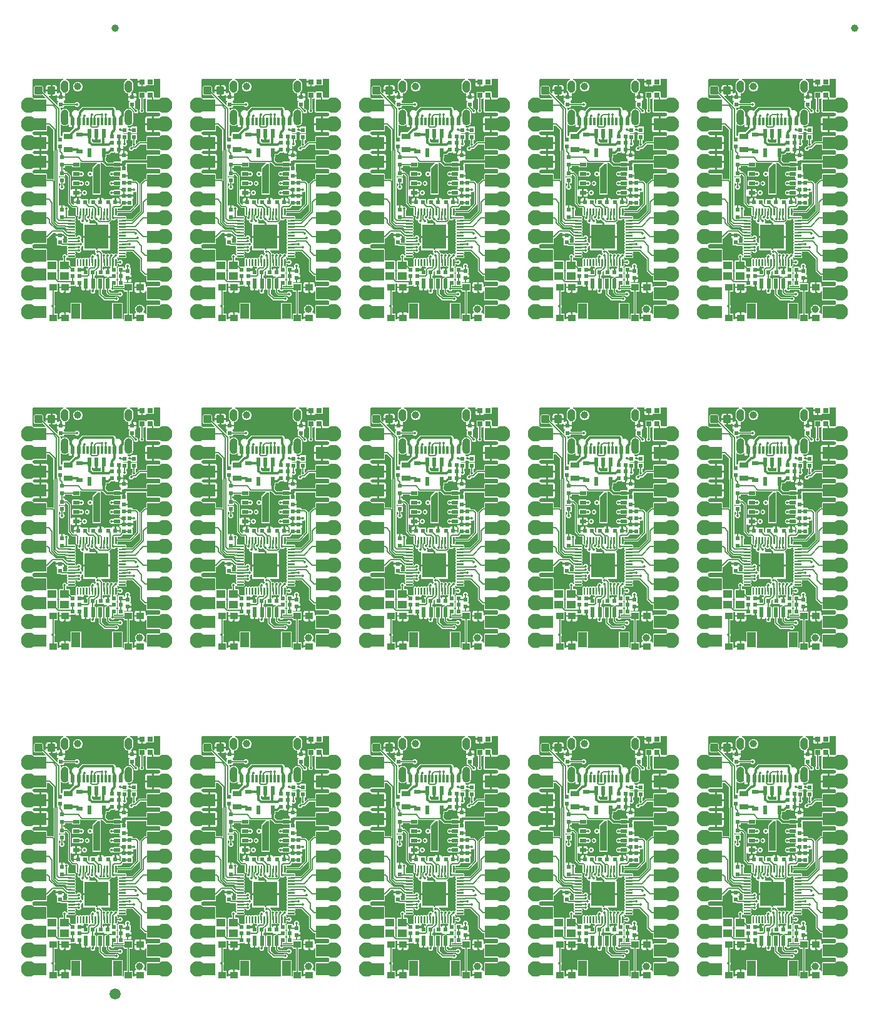
<source format=gtl>
G04 EAGLE Gerber RS-274X export*
G75*
%MOMM*%
%FSLAX34Y34*%
%LPD*%
%INTop Copper*%
%IPPOS*%
%AMOC8*
5,1,8,0,0,1.08239X$1,22.5*%
G01*
%ADD10R,0.600000X0.600000*%
%ADD11C,0.300000*%
%ADD12C,1.000000*%
%ADD13R,1.200000X0.800000*%
%ADD14R,0.830000X0.630000*%
%ADD15R,0.550000X1.200000*%
%ADD16R,1.000000X0.900000*%
%ADD17R,1.200000X2.000000*%
%ADD18R,0.600000X1.350000*%
%ADD19C,1.256400*%
%ADD20C,2.106400*%
%ADD21R,0.300000X1.000000*%
%ADD22R,0.600000X1.000000*%
%ADD23C,0.600000*%
%ADD24C,0.080000*%
%ADD25R,3.200000X3.200000*%
%ADD26R,1.200000X1.100000*%
%ADD27R,0.850000X0.500000*%
%ADD28R,0.700000X0.700000*%
%ADD29C,1.500000*%
%ADD30C,0.304800*%
%ADD31C,0.352400*%
%ADD32C,0.127000*%
%ADD33C,0.203200*%

G36*
X110695Y994666D02*
X110695Y994666D01*
X110703Y994665D01*
X110793Y994686D01*
X110884Y994704D01*
X110891Y994709D01*
X110898Y994711D01*
X111046Y994813D01*
X111874Y995641D01*
X120952Y995641D01*
X120957Y995642D01*
X120962Y995641D01*
X121055Y995662D01*
X121149Y995680D01*
X121153Y995683D01*
X121158Y995684D01*
X121236Y995740D01*
X121314Y995793D01*
X121317Y995797D01*
X121321Y995800D01*
X121372Y995882D01*
X121424Y995961D01*
X121424Y995966D01*
X121427Y995971D01*
X121459Y996148D01*
X121459Y998016D01*
X121799Y998356D01*
X121839Y998416D01*
X121885Y998470D01*
X121894Y998499D01*
X121910Y998523D01*
X121924Y998593D01*
X121945Y998662D01*
X121942Y998691D01*
X121948Y998720D01*
X121933Y998790D01*
X121926Y998861D01*
X121912Y998887D01*
X121906Y998916D01*
X121865Y998975D01*
X121832Y999038D01*
X121807Y999058D01*
X121792Y999081D01*
X121748Y999109D01*
X121694Y999154D01*
X121170Y999457D01*
X120697Y999930D01*
X120362Y1000509D01*
X120189Y1001155D01*
X120189Y1003475D01*
X125222Y1003475D01*
X125227Y1003476D01*
X125232Y1003475D01*
X125325Y1003496D01*
X125418Y1003514D01*
X125423Y1003517D01*
X125428Y1003518D01*
X125506Y1003574D01*
X125584Y1003627D01*
X125587Y1003631D01*
X125591Y1003634D01*
X125642Y1003716D01*
X125693Y1003795D01*
X125694Y1003800D01*
X125697Y1003805D01*
X125729Y1003982D01*
X125729Y1004491D01*
X125731Y1004491D01*
X125731Y1003982D01*
X125731Y1003980D01*
X125731Y1003979D01*
X125732Y1003976D01*
X125731Y1003972D01*
X125752Y1003879D01*
X125770Y1003786D01*
X125773Y1003781D01*
X125775Y1003776D01*
X125830Y1003698D01*
X125883Y1003620D01*
X125887Y1003617D01*
X125891Y1003613D01*
X125972Y1003562D01*
X126051Y1003511D01*
X126056Y1003510D01*
X126061Y1003507D01*
X126238Y1003475D01*
X131271Y1003475D01*
X131271Y1001155D01*
X131098Y1000509D01*
X130763Y999930D01*
X130290Y999457D01*
X130228Y999421D01*
X130177Y999376D01*
X130120Y999337D01*
X130102Y999310D01*
X130078Y999289D01*
X130048Y999227D01*
X130010Y999169D01*
X130005Y999137D01*
X129991Y999108D01*
X129987Y999040D01*
X129975Y998972D01*
X129982Y998940D01*
X129980Y998908D01*
X130003Y998843D01*
X130018Y998776D01*
X130037Y998750D01*
X130048Y998720D01*
X130094Y998669D01*
X130134Y998613D01*
X130162Y998596D01*
X130183Y998572D01*
X130246Y998543D01*
X130305Y998507D01*
X130339Y998501D01*
X130366Y998488D01*
X130416Y998487D01*
X130482Y998475D01*
X155575Y998475D01*
X155580Y998476D01*
X155585Y998475D01*
X155678Y998496D01*
X155772Y998514D01*
X155776Y998517D01*
X155781Y998518D01*
X155859Y998574D01*
X155937Y998627D01*
X155940Y998631D01*
X155944Y998634D01*
X155995Y998716D01*
X156047Y998795D01*
X156047Y998800D01*
X156050Y998805D01*
X156082Y998982D01*
X156082Y1004514D01*
X156901Y1005333D01*
X173551Y1005333D01*
X173559Y1005334D01*
X173567Y1005333D01*
X173656Y1005354D01*
X173748Y1005372D01*
X173754Y1005377D01*
X173762Y1005379D01*
X173910Y1005481D01*
X174114Y1005686D01*
X174946Y1006030D01*
X174952Y1006034D01*
X174958Y1006035D01*
X175035Y1006090D01*
X175113Y1006142D01*
X175116Y1006148D01*
X175121Y1006151D01*
X175171Y1006231D01*
X175223Y1006310D01*
X175224Y1006316D01*
X175227Y1006322D01*
X175259Y1006499D01*
X175259Y1010261D01*
X175258Y1010267D01*
X175259Y1010274D01*
X175238Y1010365D01*
X175220Y1010457D01*
X175216Y1010463D01*
X175215Y1010469D01*
X175160Y1010546D01*
X175107Y1010623D01*
X175102Y1010627D01*
X175098Y1010632D01*
X174946Y1010730D01*
X174114Y1011074D01*
X173910Y1011279D01*
X173903Y1011283D01*
X173899Y1011289D01*
X173820Y1011339D01*
X173743Y1011390D01*
X173735Y1011391D01*
X173728Y1011395D01*
X173551Y1011427D01*
X156901Y1011427D01*
X156082Y1012246D01*
X156082Y1018667D01*
X156081Y1018672D01*
X156082Y1018677D01*
X156061Y1018770D01*
X156043Y1018864D01*
X156040Y1018868D01*
X156039Y1018873D01*
X155983Y1018951D01*
X155930Y1019029D01*
X155926Y1019032D01*
X155923Y1019036D01*
X155841Y1019087D01*
X155762Y1019139D01*
X155757Y1019139D01*
X155752Y1019142D01*
X155575Y1019174D01*
X148066Y1019174D01*
X148059Y1019173D01*
X148051Y1019174D01*
X147961Y1019153D01*
X147870Y1019135D01*
X147863Y1019130D01*
X147856Y1019128D01*
X147708Y1019026D01*
X141903Y1013221D01*
X139430Y1013221D01*
X139425Y1013220D01*
X139420Y1013221D01*
X139327Y1013200D01*
X139233Y1013182D01*
X139229Y1013179D01*
X139224Y1013178D01*
X139146Y1013122D01*
X139068Y1013069D01*
X139065Y1013065D01*
X139061Y1013062D01*
X139010Y1012980D01*
X138958Y1012901D01*
X138958Y1012896D01*
X138955Y1012891D01*
X138923Y1012714D01*
X138923Y1012204D01*
X137146Y1010427D01*
X134634Y1010427D01*
X132857Y1012204D01*
X132857Y1014716D01*
X134634Y1016493D01*
X136017Y1016493D01*
X136025Y1016494D01*
X136033Y1016493D01*
X136123Y1016514D01*
X136214Y1016532D01*
X136221Y1016537D01*
X136228Y1016539D01*
X136376Y1016641D01*
X136519Y1016784D01*
X136523Y1016790D01*
X136529Y1016795D01*
X136578Y1016874D01*
X136630Y1016951D01*
X136631Y1016959D01*
X136635Y1016965D01*
X136667Y1017143D01*
X136667Y1019796D01*
X137646Y1020775D01*
X137650Y1020781D01*
X137656Y1020786D01*
X137705Y1020864D01*
X137757Y1020942D01*
X137758Y1020949D01*
X137762Y1020956D01*
X137794Y1021133D01*
X137794Y1024002D01*
X137793Y1024007D01*
X137794Y1024012D01*
X137773Y1024105D01*
X137755Y1024199D01*
X137752Y1024203D01*
X137751Y1024208D01*
X137695Y1024286D01*
X137642Y1024364D01*
X137638Y1024367D01*
X137635Y1024371D01*
X137553Y1024422D01*
X137474Y1024474D01*
X137469Y1024474D01*
X137464Y1024477D01*
X137287Y1024509D01*
X136174Y1024509D01*
X135429Y1025254D01*
X135429Y1032306D01*
X136174Y1033051D01*
X143226Y1033051D01*
X143971Y1032306D01*
X143971Y1025254D01*
X143226Y1024509D01*
X142113Y1024509D01*
X142108Y1024508D01*
X142103Y1024509D01*
X142010Y1024488D01*
X141916Y1024470D01*
X141912Y1024467D01*
X141907Y1024466D01*
X141829Y1024410D01*
X141751Y1024357D01*
X141748Y1024353D01*
X141744Y1024350D01*
X141693Y1024268D01*
X141641Y1024189D01*
X141641Y1024184D01*
X141638Y1024179D01*
X141606Y1024002D01*
X141606Y1021133D01*
X141607Y1021126D01*
X141606Y1021118D01*
X141627Y1021028D01*
X141645Y1020937D01*
X141650Y1020930D01*
X141652Y1020923D01*
X141754Y1020775D01*
X142552Y1019977D01*
X142556Y1019974D01*
X142559Y1019970D01*
X142639Y1019919D01*
X142719Y1019866D01*
X142724Y1019865D01*
X142728Y1019863D01*
X142822Y1019847D01*
X142915Y1019829D01*
X142921Y1019830D01*
X142926Y1019829D01*
X143018Y1019851D01*
X143112Y1019870D01*
X143116Y1019873D01*
X143121Y1019875D01*
X143269Y1019977D01*
X146277Y1022986D01*
X155575Y1022986D01*
X155580Y1022987D01*
X155585Y1022986D01*
X155678Y1023007D01*
X155772Y1023025D01*
X155776Y1023028D01*
X155781Y1023029D01*
X155859Y1023085D01*
X155937Y1023138D01*
X155940Y1023142D01*
X155944Y1023145D01*
X155995Y1023227D01*
X156047Y1023306D01*
X156047Y1023311D01*
X156050Y1023316D01*
X156082Y1023493D01*
X156082Y1029914D01*
X156901Y1030733D01*
X173551Y1030733D01*
X173559Y1030734D01*
X173567Y1030733D01*
X173656Y1030754D01*
X173748Y1030772D01*
X173754Y1030777D01*
X173762Y1030779D01*
X173910Y1030881D01*
X174114Y1031086D01*
X174921Y1031420D01*
X174946Y1031430D01*
X174952Y1031434D01*
X174958Y1031435D01*
X175035Y1031490D01*
X175113Y1031542D01*
X175116Y1031548D01*
X175121Y1031551D01*
X175171Y1031631D01*
X175223Y1031710D01*
X175224Y1031716D01*
X175227Y1031722D01*
X175259Y1031899D01*
X175259Y1034320D01*
X175242Y1034406D01*
X175229Y1034492D01*
X175222Y1034503D01*
X175220Y1034517D01*
X175171Y1034589D01*
X175126Y1034663D01*
X175114Y1034672D01*
X175107Y1034683D01*
X175061Y1034713D01*
X174982Y1034772D01*
X173948Y1035299D01*
X173727Y1035460D01*
X173664Y1035489D01*
X173606Y1035525D01*
X173571Y1035531D01*
X173544Y1035544D01*
X173494Y1035545D01*
X173428Y1035557D01*
X166115Y1035557D01*
X166115Y1038099D01*
X177800Y1038099D01*
X177802Y1038100D01*
X177804Y1038099D01*
X177847Y1038119D01*
X177891Y1038137D01*
X177891Y1038139D01*
X177893Y1038140D01*
X177926Y1038225D01*
X177926Y1054735D01*
X177925Y1054737D01*
X177926Y1054739D01*
X177906Y1054782D01*
X177888Y1054826D01*
X177886Y1054826D01*
X177885Y1054828D01*
X177800Y1054861D01*
X166115Y1054861D01*
X166115Y1057403D01*
X173428Y1057403D01*
X173496Y1057416D01*
X173564Y1057421D01*
X173596Y1057436D01*
X173625Y1057442D01*
X173667Y1057471D01*
X173727Y1057500D01*
X173948Y1057661D01*
X174982Y1058188D01*
X175050Y1058242D01*
X175121Y1058292D01*
X175129Y1058304D01*
X175139Y1058312D01*
X175181Y1058388D01*
X175227Y1058462D01*
X175230Y1058476D01*
X175236Y1058488D01*
X175242Y1058543D01*
X175259Y1058640D01*
X175259Y1060511D01*
X175258Y1060517D01*
X175259Y1060524D01*
X175238Y1060616D01*
X175220Y1060708D01*
X175216Y1060713D01*
X175215Y1060719D01*
X175160Y1060796D01*
X175107Y1060873D01*
X175102Y1060877D01*
X175098Y1060882D01*
X174946Y1060980D01*
X173827Y1061443D01*
X173699Y1061571D01*
X173693Y1061575D01*
X173688Y1061581D01*
X173610Y1061630D01*
X173532Y1061682D01*
X173525Y1061683D01*
X173518Y1061687D01*
X173341Y1061719D01*
X156691Y1061719D01*
X155574Y1062836D01*
X155574Y1080683D01*
X155574Y1080685D01*
X155574Y1080688D01*
X155554Y1080783D01*
X155535Y1080879D01*
X155533Y1080881D01*
X155533Y1080884D01*
X155477Y1080964D01*
X155422Y1081045D01*
X155420Y1081046D01*
X155418Y1081048D01*
X155335Y1081101D01*
X155254Y1081154D01*
X155251Y1081155D01*
X155249Y1081156D01*
X155153Y1081172D01*
X155057Y1081190D01*
X155054Y1081189D01*
X155052Y1081190D01*
X154959Y1081168D01*
X154861Y1081146D01*
X154859Y1081145D01*
X154856Y1081144D01*
X154708Y1081041D01*
X154526Y1080859D01*
X152413Y1080859D01*
X152408Y1080858D01*
X152403Y1080859D01*
X152310Y1080838D01*
X152216Y1080820D01*
X152212Y1080817D01*
X152207Y1080816D01*
X152129Y1080760D01*
X152051Y1080707D01*
X152048Y1080703D01*
X152044Y1080700D01*
X151993Y1080618D01*
X151941Y1080539D01*
X151941Y1080534D01*
X151938Y1080529D01*
X151906Y1080352D01*
X151906Y1067373D01*
X151907Y1067366D01*
X151906Y1067358D01*
X151927Y1067268D01*
X151945Y1067177D01*
X151950Y1067170D01*
X151952Y1067163D01*
X152054Y1067015D01*
X153033Y1066036D01*
X153033Y1063524D01*
X151256Y1061747D01*
X148744Y1061747D01*
X146967Y1063524D01*
X146967Y1066036D01*
X147946Y1067015D01*
X147950Y1067021D01*
X147956Y1067026D01*
X148005Y1067104D01*
X148057Y1067182D01*
X148058Y1067189D01*
X148062Y1067196D01*
X148094Y1067373D01*
X148094Y1080352D01*
X148093Y1080357D01*
X148094Y1080362D01*
X148073Y1080455D01*
X148055Y1080549D01*
X148052Y1080553D01*
X148051Y1080558D01*
X147995Y1080636D01*
X147942Y1080714D01*
X147938Y1080717D01*
X147935Y1080721D01*
X147853Y1080772D01*
X147774Y1080824D01*
X147769Y1080824D01*
X147764Y1080827D01*
X147587Y1080859D01*
X146474Y1080859D01*
X145729Y1081604D01*
X145729Y1089656D01*
X146474Y1090401D01*
X154526Y1090401D01*
X155355Y1089572D01*
X155358Y1089570D01*
X155359Y1089568D01*
X155439Y1089516D01*
X155522Y1089461D01*
X155525Y1089460D01*
X155527Y1089459D01*
X155623Y1089442D01*
X155719Y1089423D01*
X155722Y1089424D01*
X155724Y1089423D01*
X155821Y1089445D01*
X155915Y1089465D01*
X155917Y1089466D01*
X155920Y1089467D01*
X156000Y1089523D01*
X156080Y1089579D01*
X156081Y1089581D01*
X156083Y1089583D01*
X156135Y1089666D01*
X156187Y1089748D01*
X156188Y1089751D01*
X156189Y1089753D01*
X156207Y1089853D01*
X157263Y1090909D01*
X165737Y1090909D01*
X166779Y1089867D01*
X166779Y1083975D01*
X166780Y1083967D01*
X166779Y1083959D01*
X166800Y1083870D01*
X166818Y1083778D01*
X166823Y1083772D01*
X166825Y1083764D01*
X166927Y1083616D01*
X167514Y1083030D01*
X167514Y1082548D01*
X167515Y1082543D01*
X167514Y1082538D01*
X167535Y1082445D01*
X167553Y1082351D01*
X167556Y1082347D01*
X167557Y1082342D01*
X167613Y1082264D01*
X167666Y1082186D01*
X167670Y1082183D01*
X167673Y1082179D01*
X167755Y1082128D01*
X167834Y1082076D01*
X167839Y1082076D01*
X167844Y1082073D01*
X168021Y1082041D01*
X173341Y1082041D01*
X173348Y1082042D01*
X173356Y1082041D01*
X173446Y1082062D01*
X173537Y1082080D01*
X173544Y1082085D01*
X173551Y1082087D01*
X173699Y1082189D01*
X173827Y1082317D01*
X174637Y1082652D01*
X174946Y1082780D01*
X174952Y1082784D01*
X174958Y1082785D01*
X175035Y1082840D01*
X175113Y1082892D01*
X175116Y1082898D01*
X175121Y1082901D01*
X175171Y1082981D01*
X175223Y1083060D01*
X175224Y1083066D01*
X175227Y1083072D01*
X175259Y1083249D01*
X175259Y1106932D01*
X175258Y1106937D01*
X175259Y1106942D01*
X175238Y1107035D01*
X175220Y1107129D01*
X175217Y1107133D01*
X175216Y1107138D01*
X175160Y1107216D01*
X175107Y1107294D01*
X175103Y1107297D01*
X175100Y1107301D01*
X175018Y1107352D01*
X174939Y1107404D01*
X174934Y1107404D01*
X174929Y1107407D01*
X174752Y1107439D01*
X166778Y1107439D01*
X166773Y1107438D01*
X166768Y1107439D01*
X166675Y1107418D01*
X166581Y1107400D01*
X166577Y1107397D01*
X166572Y1107396D01*
X166494Y1107340D01*
X166416Y1107287D01*
X166413Y1107283D01*
X166409Y1107280D01*
X166358Y1107198D01*
X166306Y1107119D01*
X166306Y1107114D01*
X166303Y1107109D01*
X166271Y1106932D01*
X166271Y1099904D01*
X165526Y1099159D01*
X157474Y1099159D01*
X157134Y1099499D01*
X157074Y1099539D01*
X157020Y1099585D01*
X156991Y1099594D01*
X156967Y1099610D01*
X156897Y1099624D01*
X156828Y1099645D01*
X156799Y1099642D01*
X156770Y1099648D01*
X156700Y1099633D01*
X156629Y1099626D01*
X156603Y1099612D01*
X156574Y1099606D01*
X156515Y1099565D01*
X156452Y1099532D01*
X156432Y1099507D01*
X156409Y1099492D01*
X156381Y1099448D01*
X156336Y1099394D01*
X156033Y1098870D01*
X155560Y1098397D01*
X154981Y1098062D01*
X154335Y1097889D01*
X151515Y1097889D01*
X151515Y1103422D01*
X151514Y1103427D01*
X151515Y1103432D01*
X151494Y1103525D01*
X151476Y1103618D01*
X151473Y1103623D01*
X151471Y1103628D01*
X151416Y1103706D01*
X151363Y1103784D01*
X151359Y1103787D01*
X151355Y1103791D01*
X151274Y1103842D01*
X151195Y1103893D01*
X151190Y1103894D01*
X151185Y1103897D01*
X151008Y1103929D01*
X150499Y1103929D01*
X150499Y1104438D01*
X150498Y1104443D01*
X150499Y1104448D01*
X150478Y1104541D01*
X150460Y1104634D01*
X150457Y1104639D01*
X150455Y1104644D01*
X150400Y1104722D01*
X150347Y1104800D01*
X150343Y1104803D01*
X150339Y1104807D01*
X150258Y1104858D01*
X150179Y1104909D01*
X150174Y1104910D01*
X150169Y1104913D01*
X149992Y1104945D01*
X144459Y1104945D01*
X144459Y1106932D01*
X144458Y1106937D01*
X144459Y1106942D01*
X144438Y1107035D01*
X144420Y1107129D01*
X144417Y1107133D01*
X144416Y1107138D01*
X144360Y1107216D01*
X144307Y1107294D01*
X144303Y1107297D01*
X144300Y1107301D01*
X144218Y1107352D01*
X144139Y1107404D01*
X144134Y1107404D01*
X144129Y1107407D01*
X143952Y1107439D01*
X134233Y1107439D01*
X134159Y1107424D01*
X134085Y1107417D01*
X134062Y1107405D01*
X134036Y1107400D01*
X133974Y1107358D01*
X133909Y1107322D01*
X133892Y1107302D01*
X133871Y1107287D01*
X133830Y1107224D01*
X133783Y1107166D01*
X133776Y1107141D01*
X133761Y1107119D01*
X133748Y1107045D01*
X133727Y1106973D01*
X133730Y1106947D01*
X133726Y1106922D01*
X133742Y1106849D01*
X133751Y1106774D01*
X133764Y1106750D01*
X133769Y1106726D01*
X133801Y1106682D01*
X133836Y1106616D01*
X133897Y1106540D01*
X133937Y1106506D01*
X133969Y1106466D01*
X134017Y1106439D01*
X134050Y1106411D01*
X134086Y1106400D01*
X134126Y1106377D01*
X134189Y1106355D01*
X134240Y1106348D01*
X134289Y1106331D01*
X134344Y1106334D01*
X134387Y1106328D01*
X134424Y1106338D01*
X134469Y1106340D01*
X134489Y1106344D01*
X134778Y1106163D01*
X134824Y1106145D01*
X134880Y1106113D01*
X135202Y1106001D01*
X135211Y1105982D01*
X135242Y1105941D01*
X135265Y1105894D01*
X135305Y1105857D01*
X135332Y1105823D01*
X135364Y1105804D01*
X135398Y1105773D01*
X135454Y1105738D01*
X135503Y1105719D01*
X135547Y1105692D01*
X135601Y1105682D01*
X135642Y1105667D01*
X135679Y1105668D01*
X135724Y1105660D01*
X135744Y1105660D01*
X135986Y1105419D01*
X136027Y1105391D01*
X136074Y1105348D01*
X136363Y1105166D01*
X136368Y1105147D01*
X136389Y1105099D01*
X136401Y1105049D01*
X136432Y1105004D01*
X136450Y1104964D01*
X136478Y1104938D01*
X136504Y1104901D01*
X136551Y1104854D01*
X136594Y1104825D01*
X136631Y1104788D01*
X136681Y1104767D01*
X136718Y1104743D01*
X136755Y1104736D01*
X136797Y1104718D01*
X136816Y1104713D01*
X136998Y1104424D01*
X137032Y1104389D01*
X137069Y1104336D01*
X137310Y1104095D01*
X137310Y1104074D01*
X137320Y1104023D01*
X137320Y1103971D01*
X137341Y1103921D01*
X137349Y1103878D01*
X137371Y1103846D01*
X137388Y1103804D01*
X137423Y1103748D01*
X137459Y1103710D01*
X137487Y1103667D01*
X137531Y1103635D01*
X137561Y1103603D01*
X137595Y1103588D01*
X137632Y1103561D01*
X137651Y1103552D01*
X137763Y1103230D01*
X137772Y1103216D01*
X137774Y1103204D01*
X137792Y1103179D01*
X137813Y1103128D01*
X137994Y1102839D01*
X137990Y1102819D01*
X137988Y1102767D01*
X137977Y1102716D01*
X137986Y1102662D01*
X137985Y1102619D01*
X137998Y1102584D01*
X138005Y1102539D01*
X138027Y1102476D01*
X138054Y1102431D01*
X138071Y1102382D01*
X138107Y1102341D01*
X138130Y1102304D01*
X138160Y1102281D01*
X138190Y1102247D01*
X138206Y1102234D01*
X138244Y1101895D01*
X138259Y1101848D01*
X138269Y1101784D01*
X138383Y1101459D01*
X138381Y1101452D01*
X138370Y1101434D01*
X138357Y1101355D01*
X138337Y1101278D01*
X138340Y1101257D01*
X138336Y1101236D01*
X138355Y1101158D01*
X138366Y1101079D01*
X138377Y1101061D01*
X138382Y1101041D01*
X138401Y1101014D01*
X138401Y1100533D01*
X138406Y1100507D01*
X138404Y1100476D01*
X138457Y1100006D01*
X138433Y1099968D01*
X138429Y1099946D01*
X138420Y1099928D01*
X138416Y1099873D01*
X138401Y1099790D01*
X138401Y1095070D01*
X138417Y1094991D01*
X138426Y1094912D01*
X138436Y1094892D01*
X138440Y1094873D01*
X138456Y1094850D01*
X138404Y1094384D01*
X138406Y1094358D01*
X138401Y1094327D01*
X138401Y1093841D01*
X138374Y1093800D01*
X138370Y1093779D01*
X138360Y1093761D01*
X138351Y1093682D01*
X138336Y1093603D01*
X138341Y1093583D01*
X138338Y1093562D01*
X138367Y1093459D01*
X138378Y1093407D01*
X138383Y1093400D01*
X138269Y1093076D01*
X138262Y1093027D01*
X138244Y1092965D01*
X138206Y1092626D01*
X138190Y1092613D01*
X138156Y1092573D01*
X138116Y1092541D01*
X138089Y1092493D01*
X138061Y1092460D01*
X138050Y1092424D01*
X138027Y1092384D01*
X138005Y1092321D01*
X137998Y1092270D01*
X137981Y1092221D01*
X137984Y1092166D01*
X137978Y1092123D01*
X137988Y1092086D01*
X137990Y1092041D01*
X137994Y1092021D01*
X137813Y1091732D01*
X137795Y1091686D01*
X137763Y1091630D01*
X137651Y1091308D01*
X137632Y1091299D01*
X137591Y1091268D01*
X137544Y1091245D01*
X137507Y1091205D01*
X137473Y1091178D01*
X137454Y1091146D01*
X137423Y1091112D01*
X137388Y1091056D01*
X137369Y1091007D01*
X137342Y1090963D01*
X137332Y1090909D01*
X137317Y1090868D01*
X137318Y1090831D01*
X137310Y1090786D01*
X137310Y1090766D01*
X137069Y1090524D01*
X137041Y1090483D01*
X136998Y1090436D01*
X136816Y1090147D01*
X136797Y1090142D01*
X136749Y1090121D01*
X136699Y1090109D01*
X136654Y1090078D01*
X136614Y1090060D01*
X136588Y1090032D01*
X136551Y1090006D01*
X136504Y1089959D01*
X136475Y1089916D01*
X136438Y1089879D01*
X136417Y1089829D01*
X136393Y1089792D01*
X136386Y1089755D01*
X136368Y1089713D01*
X136362Y1089686D01*
X136335Y1089661D01*
X136283Y1089624D01*
X136263Y1089592D01*
X136237Y1089567D01*
X136211Y1089508D01*
X136177Y1089453D01*
X136170Y1089414D01*
X136156Y1089384D01*
X136156Y1089336D01*
X136145Y1089276D01*
X136145Y1084245D01*
X131619Y1084245D01*
X131619Y1086565D01*
X131792Y1087211D01*
X131874Y1087353D01*
X131896Y1087417D01*
X131926Y1087478D01*
X131928Y1087511D01*
X131938Y1087543D01*
X131933Y1087610D01*
X131937Y1087678D01*
X131926Y1087709D01*
X131924Y1087742D01*
X131893Y1087803D01*
X131870Y1087867D01*
X131846Y1087894D01*
X131833Y1087921D01*
X131795Y1087953D01*
X131751Y1088003D01*
X131668Y1088069D01*
X131622Y1088093D01*
X131581Y1088125D01*
X131529Y1088141D01*
X131490Y1088161D01*
X131452Y1088163D01*
X131409Y1088177D01*
X131343Y1088184D01*
X131291Y1088179D01*
X131240Y1088185D01*
X131187Y1088170D01*
X131143Y1088167D01*
X131110Y1088149D01*
X131066Y1088137D01*
X131048Y1088128D01*
X130726Y1088241D01*
X130677Y1088248D01*
X130615Y1088266D01*
X130276Y1088304D01*
X130263Y1088320D01*
X130223Y1088354D01*
X130191Y1088394D01*
X130143Y1088421D01*
X130110Y1088449D01*
X130074Y1088460D01*
X130034Y1088483D01*
X129971Y1088505D01*
X129920Y1088512D01*
X129871Y1088529D01*
X129816Y1088526D01*
X129773Y1088532D01*
X129736Y1088522D01*
X129691Y1088520D01*
X129671Y1088516D01*
X129382Y1088697D01*
X129336Y1088715D01*
X129280Y1088747D01*
X128958Y1088859D01*
X128949Y1088878D01*
X128918Y1088919D01*
X128895Y1088966D01*
X128855Y1089003D01*
X128828Y1089037D01*
X128796Y1089056D01*
X128762Y1089087D01*
X128706Y1089122D01*
X128657Y1089141D01*
X128613Y1089168D01*
X128559Y1089178D01*
X128518Y1089193D01*
X128481Y1089192D01*
X128436Y1089200D01*
X128416Y1089200D01*
X128174Y1089441D01*
X128133Y1089469D01*
X128086Y1089512D01*
X127797Y1089694D01*
X127792Y1089713D01*
X127771Y1089761D01*
X127759Y1089811D01*
X127728Y1089856D01*
X127710Y1089896D01*
X127682Y1089922D01*
X127656Y1089959D01*
X127609Y1090006D01*
X127566Y1090035D01*
X127529Y1090072D01*
X127479Y1090093D01*
X127442Y1090117D01*
X127405Y1090124D01*
X127363Y1090142D01*
X127344Y1090147D01*
X127162Y1090436D01*
X127128Y1090471D01*
X127091Y1090524D01*
X126850Y1090766D01*
X126850Y1090786D01*
X126840Y1090837D01*
X126840Y1090889D01*
X126819Y1090939D01*
X126811Y1090982D01*
X126789Y1091014D01*
X126772Y1091056D01*
X126737Y1091112D01*
X126701Y1091150D01*
X126673Y1091193D01*
X126629Y1091225D01*
X126599Y1091257D01*
X126565Y1091272D01*
X126528Y1091299D01*
X126509Y1091308D01*
X126397Y1091630D01*
X126371Y1091672D01*
X126347Y1091732D01*
X126166Y1092021D01*
X126170Y1092041D01*
X126172Y1092093D01*
X126183Y1092144D01*
X126174Y1092198D01*
X126175Y1092241D01*
X126162Y1092276D01*
X126155Y1092321D01*
X126133Y1092384D01*
X126106Y1092429D01*
X126089Y1092478D01*
X126053Y1092519D01*
X126030Y1092556D01*
X126000Y1092579D01*
X125970Y1092613D01*
X125954Y1092626D01*
X125916Y1092965D01*
X125901Y1093012D01*
X125891Y1093076D01*
X125777Y1093401D01*
X125779Y1093408D01*
X125790Y1093426D01*
X125803Y1093505D01*
X125823Y1093582D01*
X125820Y1093603D01*
X125824Y1093624D01*
X125805Y1093702D01*
X125794Y1093781D01*
X125783Y1093799D01*
X125778Y1093819D01*
X125759Y1093846D01*
X125759Y1094327D01*
X125754Y1094353D01*
X125756Y1094384D01*
X125703Y1094854D01*
X125727Y1094892D01*
X125731Y1094914D01*
X125740Y1094932D01*
X125744Y1094987D01*
X125759Y1095070D01*
X125759Y1099790D01*
X125743Y1099869D01*
X125734Y1099948D01*
X125724Y1099968D01*
X125720Y1099987D01*
X125704Y1100010D01*
X125756Y1100476D01*
X125754Y1100502D01*
X125759Y1100533D01*
X125759Y1101019D01*
X125786Y1101060D01*
X125790Y1101081D01*
X125800Y1101099D01*
X125809Y1101178D01*
X125824Y1101257D01*
X125819Y1101277D01*
X125822Y1101298D01*
X125793Y1101401D01*
X125782Y1101453D01*
X125777Y1101460D01*
X125891Y1101784D01*
X125898Y1101833D01*
X125916Y1101895D01*
X125954Y1102234D01*
X125970Y1102247D01*
X126004Y1102287D01*
X126044Y1102319D01*
X126071Y1102367D01*
X126099Y1102400D01*
X126110Y1102436D01*
X126133Y1102476D01*
X126155Y1102539D01*
X126162Y1102590D01*
X126179Y1102639D01*
X126176Y1102694D01*
X126182Y1102737D01*
X126172Y1102774D01*
X126170Y1102819D01*
X126166Y1102839D01*
X126347Y1103128D01*
X126365Y1103174D01*
X126385Y1103210D01*
X126394Y1103223D01*
X126394Y1103226D01*
X126397Y1103230D01*
X126509Y1103552D01*
X126528Y1103561D01*
X126569Y1103592D01*
X126616Y1103615D01*
X126653Y1103655D01*
X126687Y1103682D01*
X126706Y1103714D01*
X126737Y1103748D01*
X126772Y1103804D01*
X126791Y1103853D01*
X126818Y1103897D01*
X126828Y1103951D01*
X126843Y1103992D01*
X126842Y1104029D01*
X126850Y1104074D01*
X126850Y1104094D01*
X127091Y1104336D01*
X127119Y1104377D01*
X127162Y1104424D01*
X127344Y1104713D01*
X127363Y1104718D01*
X127411Y1104739D01*
X127462Y1104751D01*
X127506Y1104782D01*
X127546Y1104800D01*
X127572Y1104828D01*
X127609Y1104854D01*
X127656Y1104901D01*
X127685Y1104944D01*
X127722Y1104981D01*
X127743Y1105031D01*
X127767Y1105068D01*
X127774Y1105105D01*
X127792Y1105147D01*
X127797Y1105166D01*
X128085Y1105348D01*
X128121Y1105382D01*
X128174Y1105419D01*
X128416Y1105660D01*
X128436Y1105660D01*
X128487Y1105670D01*
X128539Y1105670D01*
X128589Y1105691D01*
X128632Y1105699D01*
X128664Y1105721D01*
X128706Y1105738D01*
X128762Y1105773D01*
X128800Y1105809D01*
X128843Y1105837D01*
X128876Y1105881D01*
X128907Y1105911D01*
X128922Y1105945D01*
X128949Y1105982D01*
X128958Y1106001D01*
X129280Y1106113D01*
X129322Y1106139D01*
X129382Y1106163D01*
X129671Y1106344D01*
X129691Y1106340D01*
X129743Y1106338D01*
X129794Y1106327D01*
X129848Y1106336D01*
X129891Y1106335D01*
X129926Y1106348D01*
X129971Y1106355D01*
X130034Y1106377D01*
X130079Y1106404D01*
X130128Y1106421D01*
X130169Y1106457D01*
X130206Y1106480D01*
X130229Y1106510D01*
X130263Y1106540D01*
X130324Y1106616D01*
X130358Y1106682D01*
X130399Y1106745D01*
X130403Y1106771D01*
X130415Y1106794D01*
X130421Y1106869D01*
X130434Y1106942D01*
X130429Y1106968D01*
X130431Y1106994D01*
X130407Y1107065D01*
X130391Y1107138D01*
X130376Y1107159D01*
X130367Y1107184D01*
X130318Y1107240D01*
X130275Y1107301D01*
X130253Y1107315D01*
X130235Y1107335D01*
X130168Y1107368D01*
X130104Y1107407D01*
X130077Y1107412D01*
X130055Y1107423D01*
X130001Y1107426D01*
X129927Y1107439D01*
X47873Y1107439D01*
X47799Y1107424D01*
X47725Y1107417D01*
X47702Y1107405D01*
X47676Y1107400D01*
X47614Y1107358D01*
X47549Y1107322D01*
X47532Y1107302D01*
X47511Y1107287D01*
X47470Y1107224D01*
X47423Y1107166D01*
X47416Y1107141D01*
X47401Y1107119D01*
X47388Y1107045D01*
X47367Y1106973D01*
X47370Y1106947D01*
X47366Y1106922D01*
X47382Y1106849D01*
X47391Y1106774D01*
X47404Y1106750D01*
X47409Y1106726D01*
X47441Y1106682D01*
X47476Y1106616D01*
X47537Y1106540D01*
X47577Y1106506D01*
X47609Y1106466D01*
X47657Y1106439D01*
X47690Y1106411D01*
X47726Y1106400D01*
X47766Y1106377D01*
X47829Y1106355D01*
X47880Y1106348D01*
X47929Y1106331D01*
X47984Y1106334D01*
X48027Y1106328D01*
X48064Y1106338D01*
X48109Y1106340D01*
X48129Y1106344D01*
X48418Y1106163D01*
X48464Y1106145D01*
X48520Y1106113D01*
X48842Y1106001D01*
X48851Y1105982D01*
X48882Y1105941D01*
X48905Y1105894D01*
X48945Y1105857D01*
X48972Y1105823D01*
X49004Y1105804D01*
X49038Y1105773D01*
X49094Y1105738D01*
X49143Y1105719D01*
X49187Y1105692D01*
X49241Y1105682D01*
X49282Y1105667D01*
X49319Y1105668D01*
X49364Y1105660D01*
X49384Y1105660D01*
X49626Y1105419D01*
X49667Y1105391D01*
X49714Y1105348D01*
X50003Y1105166D01*
X50008Y1105147D01*
X50029Y1105099D01*
X50041Y1105049D01*
X50072Y1105004D01*
X50090Y1104964D01*
X50118Y1104938D01*
X50144Y1104901D01*
X50191Y1104854D01*
X50234Y1104825D01*
X50271Y1104788D01*
X50321Y1104767D01*
X50358Y1104743D01*
X50395Y1104736D01*
X50437Y1104718D01*
X50456Y1104713D01*
X50638Y1104424D01*
X50672Y1104389D01*
X50709Y1104336D01*
X50950Y1104094D01*
X50950Y1104074D01*
X50960Y1104023D01*
X50960Y1103971D01*
X50981Y1103921D01*
X50989Y1103878D01*
X51011Y1103846D01*
X51028Y1103804D01*
X51063Y1103748D01*
X51099Y1103710D01*
X51127Y1103667D01*
X51171Y1103635D01*
X51201Y1103603D01*
X51235Y1103588D01*
X51272Y1103561D01*
X51291Y1103552D01*
X51403Y1103230D01*
X51412Y1103216D01*
X51414Y1103204D01*
X51432Y1103179D01*
X51453Y1103128D01*
X51634Y1102839D01*
X51630Y1102819D01*
X51628Y1102767D01*
X51617Y1102716D01*
X51626Y1102662D01*
X51625Y1102619D01*
X51638Y1102584D01*
X51645Y1102539D01*
X51667Y1102476D01*
X51694Y1102431D01*
X51711Y1102382D01*
X51747Y1102341D01*
X51770Y1102304D01*
X51800Y1102281D01*
X51830Y1102247D01*
X51846Y1102234D01*
X51884Y1101895D01*
X51899Y1101848D01*
X51909Y1101784D01*
X52023Y1101459D01*
X52021Y1101452D01*
X52010Y1101434D01*
X51997Y1101355D01*
X51977Y1101278D01*
X51980Y1101257D01*
X51976Y1101236D01*
X51995Y1101158D01*
X52006Y1101079D01*
X52017Y1101061D01*
X52022Y1101041D01*
X52041Y1101014D01*
X52041Y1100533D01*
X52046Y1100507D01*
X52044Y1100476D01*
X52097Y1100006D01*
X52073Y1099968D01*
X52069Y1099946D01*
X52060Y1099928D01*
X52056Y1099873D01*
X52041Y1099790D01*
X52041Y1095070D01*
X52057Y1094991D01*
X52066Y1094912D01*
X52076Y1094892D01*
X52080Y1094873D01*
X52096Y1094850D01*
X52044Y1094384D01*
X52046Y1094358D01*
X52041Y1094327D01*
X52041Y1093841D01*
X52014Y1093800D01*
X52010Y1093779D01*
X52000Y1093761D01*
X51991Y1093682D01*
X51976Y1093603D01*
X51981Y1093583D01*
X51978Y1093562D01*
X52007Y1093459D01*
X52018Y1093407D01*
X52023Y1093400D01*
X51909Y1093076D01*
X51902Y1093027D01*
X51884Y1092965D01*
X51846Y1092626D01*
X51830Y1092613D01*
X51796Y1092573D01*
X51756Y1092541D01*
X51729Y1092493D01*
X51701Y1092460D01*
X51690Y1092424D01*
X51667Y1092384D01*
X51645Y1092321D01*
X51638Y1092270D01*
X51621Y1092221D01*
X51624Y1092166D01*
X51618Y1092123D01*
X51628Y1092086D01*
X51630Y1092041D01*
X51634Y1092021D01*
X51453Y1091732D01*
X51435Y1091686D01*
X51403Y1091630D01*
X51291Y1091308D01*
X51272Y1091299D01*
X51231Y1091268D01*
X51184Y1091245D01*
X51147Y1091205D01*
X51113Y1091178D01*
X51094Y1091146D01*
X51063Y1091112D01*
X51028Y1091056D01*
X51009Y1091007D01*
X50982Y1090963D01*
X50972Y1090909D01*
X50957Y1090868D01*
X50958Y1090831D01*
X50950Y1090786D01*
X50950Y1090766D01*
X50709Y1090524D01*
X50681Y1090483D01*
X50638Y1090436D01*
X50456Y1090147D01*
X50437Y1090142D01*
X50389Y1090121D01*
X50339Y1090109D01*
X50294Y1090078D01*
X50254Y1090060D01*
X50228Y1090032D01*
X50191Y1090006D01*
X50144Y1089959D01*
X50115Y1089916D01*
X50078Y1089879D01*
X50057Y1089829D01*
X50033Y1089792D01*
X50026Y1089755D01*
X50008Y1089713D01*
X50003Y1089694D01*
X49714Y1089512D01*
X49679Y1089478D01*
X49626Y1089441D01*
X49384Y1089200D01*
X49364Y1089200D01*
X49313Y1089190D01*
X49261Y1089190D01*
X49211Y1089169D01*
X49168Y1089161D01*
X49136Y1089139D01*
X49094Y1089122D01*
X49038Y1089087D01*
X49000Y1089051D01*
X48957Y1089023D01*
X48925Y1088979D01*
X48893Y1088949D01*
X48878Y1088915D01*
X48851Y1088878D01*
X48842Y1088859D01*
X48520Y1088747D01*
X48478Y1088721D01*
X48418Y1088697D01*
X48129Y1088516D01*
X48109Y1088520D01*
X48057Y1088522D01*
X48006Y1088533D01*
X47952Y1088524D01*
X47909Y1088525D01*
X47874Y1088512D01*
X47829Y1088505D01*
X47766Y1088483D01*
X47721Y1088456D01*
X47672Y1088439D01*
X47631Y1088403D01*
X47594Y1088380D01*
X47571Y1088350D01*
X47537Y1088320D01*
X47524Y1088304D01*
X47185Y1088266D01*
X47138Y1088251D01*
X47074Y1088241D01*
X46752Y1088128D01*
X46734Y1088137D01*
X46684Y1088150D01*
X46637Y1088172D01*
X46582Y1088176D01*
X46540Y1088187D01*
X46503Y1088181D01*
X46457Y1088184D01*
X46391Y1088177D01*
X46342Y1088161D01*
X46290Y1088155D01*
X46242Y1088129D01*
X46200Y1088115D01*
X46172Y1088091D01*
X46132Y1088069D01*
X46049Y1088003D01*
X46005Y1087951D01*
X45955Y1087905D01*
X45941Y1087875D01*
X45920Y1087849D01*
X45900Y1087785D01*
X45871Y1087723D01*
X45870Y1087690D01*
X45860Y1087658D01*
X45867Y1087590D01*
X45865Y1087522D01*
X45877Y1087489D01*
X45880Y1087458D01*
X45903Y1087414D01*
X45926Y1087353D01*
X46008Y1087211D01*
X46181Y1086565D01*
X46181Y1084245D01*
X41655Y1084245D01*
X41655Y1089276D01*
X41642Y1089339D01*
X41639Y1089404D01*
X41623Y1089437D01*
X41616Y1089472D01*
X41579Y1089526D01*
X41551Y1089584D01*
X41522Y1089611D01*
X41503Y1089638D01*
X41463Y1089664D01*
X41438Y1089687D01*
X41432Y1089713D01*
X41411Y1089761D01*
X41399Y1089811D01*
X41368Y1089856D01*
X41350Y1089896D01*
X41322Y1089922D01*
X41296Y1089959D01*
X41249Y1090006D01*
X41206Y1090035D01*
X41169Y1090072D01*
X41119Y1090093D01*
X41082Y1090117D01*
X41045Y1090124D01*
X41003Y1090142D01*
X40984Y1090147D01*
X40802Y1090436D01*
X40768Y1090471D01*
X40731Y1090524D01*
X40490Y1090766D01*
X40490Y1090786D01*
X40480Y1090837D01*
X40480Y1090889D01*
X40459Y1090939D01*
X40451Y1090982D01*
X40429Y1091014D01*
X40412Y1091056D01*
X40377Y1091112D01*
X40341Y1091150D01*
X40313Y1091193D01*
X40269Y1091225D01*
X40239Y1091257D01*
X40205Y1091272D01*
X40168Y1091299D01*
X40149Y1091308D01*
X40037Y1091630D01*
X40011Y1091672D01*
X39987Y1091732D01*
X39806Y1092021D01*
X39810Y1092041D01*
X39812Y1092093D01*
X39823Y1092144D01*
X39814Y1092198D01*
X39815Y1092241D01*
X39802Y1092276D01*
X39795Y1092321D01*
X39773Y1092384D01*
X39746Y1092429D01*
X39729Y1092478D01*
X39693Y1092519D01*
X39670Y1092556D01*
X39640Y1092579D01*
X39610Y1092613D01*
X39594Y1092626D01*
X39556Y1092965D01*
X39541Y1093012D01*
X39531Y1093076D01*
X39417Y1093401D01*
X39419Y1093409D01*
X39430Y1093426D01*
X39443Y1093505D01*
X39463Y1093582D01*
X39460Y1093603D01*
X39464Y1093624D01*
X39445Y1093702D01*
X39434Y1093781D01*
X39423Y1093799D01*
X39418Y1093819D01*
X39399Y1093846D01*
X39399Y1094327D01*
X39394Y1094353D01*
X39396Y1094384D01*
X39343Y1094854D01*
X39367Y1094892D01*
X39371Y1094914D01*
X39380Y1094932D01*
X39384Y1094987D01*
X39399Y1095070D01*
X39399Y1099790D01*
X39383Y1099869D01*
X39374Y1099948D01*
X39364Y1099968D01*
X39360Y1099987D01*
X39344Y1100010D01*
X39396Y1100476D01*
X39394Y1100502D01*
X39399Y1100533D01*
X39399Y1101019D01*
X39426Y1101060D01*
X39430Y1101081D01*
X39440Y1101099D01*
X39449Y1101178D01*
X39464Y1101257D01*
X39459Y1101277D01*
X39462Y1101298D01*
X39433Y1101401D01*
X39422Y1101453D01*
X39417Y1101460D01*
X39531Y1101784D01*
X39538Y1101833D01*
X39556Y1101895D01*
X39594Y1102234D01*
X39610Y1102247D01*
X39644Y1102287D01*
X39684Y1102319D01*
X39711Y1102367D01*
X39739Y1102400D01*
X39750Y1102436D01*
X39773Y1102476D01*
X39795Y1102539D01*
X39802Y1102590D01*
X39819Y1102639D01*
X39816Y1102694D01*
X39822Y1102737D01*
X39812Y1102774D01*
X39810Y1102819D01*
X39806Y1102839D01*
X39987Y1103128D01*
X40005Y1103174D01*
X40025Y1103210D01*
X40034Y1103223D01*
X40034Y1103226D01*
X40037Y1103230D01*
X40149Y1103552D01*
X40168Y1103561D01*
X40209Y1103592D01*
X40256Y1103615D01*
X40293Y1103655D01*
X40327Y1103682D01*
X40346Y1103714D01*
X40377Y1103748D01*
X40412Y1103804D01*
X40431Y1103853D01*
X40458Y1103897D01*
X40468Y1103951D01*
X40483Y1103992D01*
X40482Y1104029D01*
X40490Y1104074D01*
X40490Y1104094D01*
X40731Y1104336D01*
X40759Y1104377D01*
X40802Y1104424D01*
X40984Y1104713D01*
X41003Y1104718D01*
X41051Y1104739D01*
X41101Y1104751D01*
X41146Y1104782D01*
X41186Y1104800D01*
X41212Y1104828D01*
X41249Y1104854D01*
X41296Y1104901D01*
X41325Y1104944D01*
X41362Y1104981D01*
X41383Y1105031D01*
X41407Y1105068D01*
X41414Y1105105D01*
X41432Y1105147D01*
X41437Y1105166D01*
X41726Y1105348D01*
X41761Y1105382D01*
X41814Y1105419D01*
X42055Y1105660D01*
X42076Y1105660D01*
X42127Y1105670D01*
X42178Y1105670D01*
X42229Y1105691D01*
X42272Y1105699D01*
X42303Y1105721D01*
X42346Y1105738D01*
X42402Y1105773D01*
X42440Y1105809D01*
X42483Y1105837D01*
X42516Y1105881D01*
X42547Y1105911D01*
X42562Y1105945D01*
X42589Y1105982D01*
X42598Y1106001D01*
X42920Y1106113D01*
X42962Y1106139D01*
X43022Y1106163D01*
X43311Y1106344D01*
X43331Y1106340D01*
X43383Y1106338D01*
X43434Y1106327D01*
X43488Y1106336D01*
X43531Y1106335D01*
X43566Y1106348D01*
X43611Y1106355D01*
X43674Y1106377D01*
X43719Y1106404D01*
X43768Y1106421D01*
X43809Y1106457D01*
X43846Y1106480D01*
X43869Y1106510D01*
X43903Y1106540D01*
X43964Y1106616D01*
X43998Y1106682D01*
X44039Y1106745D01*
X44043Y1106771D01*
X44055Y1106794D01*
X44061Y1106869D01*
X44074Y1106942D01*
X44069Y1106968D01*
X44071Y1106994D01*
X44047Y1107065D01*
X44031Y1107138D01*
X44016Y1107159D01*
X44007Y1107184D01*
X43958Y1107240D01*
X43915Y1107301D01*
X43893Y1107315D01*
X43875Y1107335D01*
X43808Y1107368D01*
X43744Y1107407D01*
X43717Y1107412D01*
X43695Y1107423D01*
X43641Y1107426D01*
X43567Y1107439D01*
X3048Y1107439D01*
X3043Y1107438D01*
X3038Y1107439D01*
X2945Y1107418D01*
X2851Y1107400D01*
X2847Y1107397D01*
X2842Y1107396D01*
X2764Y1107340D01*
X2686Y1107287D01*
X2683Y1107283D01*
X2679Y1107280D01*
X2628Y1107198D01*
X2576Y1107119D01*
X2576Y1107114D01*
X2573Y1107109D01*
X2541Y1106932D01*
X2541Y1082699D01*
X2542Y1082693D01*
X2541Y1082686D01*
X2562Y1082595D01*
X2580Y1082503D01*
X2584Y1082497D01*
X2585Y1082491D01*
X2640Y1082414D01*
X2693Y1082337D01*
X2698Y1082333D01*
X2702Y1082328D01*
X2854Y1082230D01*
X3686Y1081886D01*
X3890Y1081681D01*
X3897Y1081677D01*
X3901Y1081671D01*
X3980Y1081622D01*
X4057Y1081570D01*
X4065Y1081569D01*
X4072Y1081565D01*
X4249Y1081533D01*
X19448Y1081533D01*
X19450Y1081533D01*
X19453Y1081533D01*
X19548Y1081553D01*
X19644Y1081572D01*
X19646Y1081574D01*
X19649Y1081574D01*
X19729Y1081630D01*
X19810Y1081685D01*
X19811Y1081687D01*
X19813Y1081689D01*
X19867Y1081772D01*
X19919Y1081853D01*
X19920Y1081856D01*
X19921Y1081858D01*
X19937Y1081953D01*
X19955Y1082050D01*
X19954Y1082053D01*
X19955Y1082055D01*
X19933Y1082149D01*
X19911Y1082246D01*
X19910Y1082248D01*
X19909Y1082251D01*
X19806Y1082399D01*
X15960Y1086245D01*
X15956Y1086248D01*
X15953Y1086252D01*
X15873Y1086303D01*
X15793Y1086356D01*
X15788Y1086356D01*
X15784Y1086359D01*
X15690Y1086375D01*
X15596Y1086393D01*
X15591Y1086392D01*
X15586Y1086393D01*
X15493Y1086371D01*
X15400Y1086352D01*
X15396Y1086349D01*
X15391Y1086347D01*
X15243Y1086245D01*
X14928Y1085929D01*
X5632Y1085929D01*
X4009Y1087552D01*
X4009Y1096848D01*
X5632Y1098471D01*
X14928Y1098471D01*
X16551Y1096848D01*
X16551Y1091255D01*
X16552Y1091247D01*
X16551Y1091239D01*
X16572Y1091149D01*
X16590Y1091058D01*
X16595Y1091051D01*
X16597Y1091044D01*
X16699Y1090896D01*
X19413Y1088182D01*
X19416Y1088180D01*
X19417Y1088178D01*
X19498Y1088126D01*
X19580Y1088071D01*
X19583Y1088070D01*
X19585Y1088069D01*
X19681Y1088052D01*
X19777Y1088033D01*
X19780Y1088034D01*
X19782Y1088033D01*
X19878Y1088055D01*
X19973Y1088075D01*
X19975Y1088076D01*
X19978Y1088077D01*
X20058Y1088133D01*
X20138Y1088189D01*
X20139Y1088191D01*
X20141Y1088193D01*
X20193Y1088276D01*
X20245Y1088358D01*
X20246Y1088361D01*
X20247Y1088363D01*
X20279Y1088540D01*
X20279Y1091185D01*
X26805Y1091185D01*
X26805Y1084659D01*
X24160Y1084659D01*
X24158Y1084659D01*
X24155Y1084659D01*
X24060Y1084639D01*
X23964Y1084620D01*
X23962Y1084618D01*
X23959Y1084618D01*
X23879Y1084562D01*
X23798Y1084507D01*
X23797Y1084505D01*
X23795Y1084503D01*
X23741Y1084420D01*
X23689Y1084339D01*
X23688Y1084336D01*
X23687Y1084334D01*
X23671Y1084238D01*
X23653Y1084142D01*
X23654Y1084139D01*
X23653Y1084137D01*
X23675Y1084043D01*
X23697Y1083946D01*
X23698Y1083944D01*
X23699Y1083941D01*
X23802Y1083793D01*
X35503Y1072092D01*
X35506Y1072090D01*
X35507Y1072088D01*
X35588Y1072036D01*
X35670Y1071981D01*
X35673Y1071980D01*
X35675Y1071979D01*
X35771Y1071962D01*
X35867Y1071943D01*
X35870Y1071944D01*
X35872Y1071943D01*
X35969Y1071965D01*
X36063Y1071985D01*
X36065Y1071986D01*
X36068Y1071987D01*
X36148Y1072043D01*
X36228Y1072099D01*
X36229Y1072101D01*
X36231Y1072103D01*
X36283Y1072186D01*
X36335Y1072268D01*
X36336Y1072271D01*
X36337Y1072273D01*
X36369Y1072450D01*
X36369Y1076756D01*
X36709Y1077096D01*
X36749Y1077156D01*
X36795Y1077210D01*
X36804Y1077239D01*
X36820Y1077263D01*
X36834Y1077333D01*
X36855Y1077402D01*
X36852Y1077431D01*
X36858Y1077460D01*
X36843Y1077530D01*
X36836Y1077601D01*
X36822Y1077627D01*
X36816Y1077656D01*
X36775Y1077715D01*
X36742Y1077778D01*
X36717Y1077798D01*
X36702Y1077821D01*
X36658Y1077849D01*
X36604Y1077894D01*
X36080Y1078197D01*
X35607Y1078670D01*
X35272Y1079249D01*
X35099Y1079895D01*
X35099Y1082215D01*
X40132Y1082215D01*
X40137Y1082216D01*
X40142Y1082215D01*
X40235Y1082236D01*
X40328Y1082254D01*
X40333Y1082257D01*
X40338Y1082258D01*
X40416Y1082314D01*
X40494Y1082367D01*
X40497Y1082371D01*
X40501Y1082374D01*
X40552Y1082456D01*
X40603Y1082535D01*
X40604Y1082540D01*
X40607Y1082545D01*
X40639Y1082722D01*
X40639Y1083231D01*
X40641Y1083231D01*
X40641Y1082722D01*
X40642Y1082717D01*
X40641Y1082712D01*
X40662Y1082619D01*
X40680Y1082526D01*
X40683Y1082521D01*
X40685Y1082516D01*
X40740Y1082438D01*
X40793Y1082360D01*
X40797Y1082357D01*
X40801Y1082353D01*
X40882Y1082302D01*
X40961Y1082251D01*
X40966Y1082250D01*
X40971Y1082247D01*
X41148Y1082215D01*
X46181Y1082215D01*
X46181Y1079895D01*
X46008Y1079249D01*
X45673Y1078670D01*
X45200Y1078197D01*
X44676Y1077894D01*
X44622Y1077847D01*
X44564Y1077806D01*
X44548Y1077781D01*
X44525Y1077762D01*
X44494Y1077697D01*
X44456Y1077637D01*
X44451Y1077608D01*
X44438Y1077581D01*
X44434Y1077510D01*
X44422Y1077439D01*
X44429Y1077411D01*
X44428Y1077381D01*
X44452Y1077314D01*
X44468Y1077244D01*
X44486Y1077218D01*
X44495Y1077192D01*
X44531Y1077154D01*
X44571Y1077096D01*
X44911Y1076756D01*
X44911Y1075643D01*
X44912Y1075638D01*
X44911Y1075633D01*
X44932Y1075540D01*
X44950Y1075446D01*
X44953Y1075442D01*
X44954Y1075437D01*
X45010Y1075359D01*
X45063Y1075281D01*
X45067Y1075278D01*
X45070Y1075274D01*
X45152Y1075223D01*
X45231Y1075171D01*
X45236Y1075171D01*
X45241Y1075168D01*
X45418Y1075136D01*
X59717Y1075136D01*
X59724Y1075137D01*
X59732Y1075136D01*
X59822Y1075157D01*
X59913Y1075175D01*
X59920Y1075180D01*
X59927Y1075182D01*
X60075Y1075284D01*
X60974Y1076183D01*
X63486Y1076183D01*
X65263Y1074406D01*
X65263Y1071894D01*
X63486Y1070117D01*
X60974Y1070117D01*
X59915Y1071176D01*
X59909Y1071180D01*
X59904Y1071186D01*
X59826Y1071235D01*
X59748Y1071287D01*
X59741Y1071288D01*
X59734Y1071292D01*
X59557Y1071324D01*
X45418Y1071324D01*
X45413Y1071323D01*
X45408Y1071324D01*
X45315Y1071303D01*
X45221Y1071285D01*
X45217Y1071282D01*
X45212Y1071281D01*
X45134Y1071225D01*
X45056Y1071172D01*
X45053Y1071168D01*
X45049Y1071165D01*
X44998Y1071083D01*
X44946Y1071004D01*
X44946Y1070999D01*
X44943Y1070994D01*
X44911Y1070817D01*
X44911Y1069704D01*
X44166Y1068959D01*
X39860Y1068959D01*
X39858Y1068959D01*
X39855Y1068959D01*
X39760Y1068939D01*
X39664Y1068920D01*
X39662Y1068918D01*
X39659Y1068918D01*
X39579Y1068862D01*
X39498Y1068807D01*
X39497Y1068805D01*
X39495Y1068803D01*
X39441Y1068719D01*
X39389Y1068639D01*
X39388Y1068636D01*
X39387Y1068634D01*
X39370Y1068537D01*
X39353Y1068442D01*
X39354Y1068439D01*
X39353Y1068437D01*
X39376Y1068340D01*
X39397Y1068246D01*
X39398Y1068244D01*
X39399Y1068241D01*
X39502Y1068093D01*
X40006Y1067589D01*
X40006Y1065618D01*
X40018Y1065559D01*
X40020Y1065500D01*
X40037Y1065462D01*
X40045Y1065421D01*
X40079Y1065372D01*
X40104Y1065318D01*
X40135Y1065290D01*
X40158Y1065255D01*
X40208Y1065223D01*
X40252Y1065183D01*
X40291Y1065169D01*
X40326Y1065146D01*
X40385Y1065136D01*
X40441Y1065116D01*
X40482Y1065118D01*
X40523Y1065111D01*
X40582Y1065124D01*
X40641Y1065127D01*
X40678Y1065145D01*
X40719Y1065154D01*
X40768Y1065189D01*
X40821Y1065215D01*
X40852Y1065248D01*
X40882Y1065270D01*
X40906Y1065307D01*
X40943Y1065348D01*
X40984Y1065413D01*
X41003Y1065418D01*
X41051Y1065439D01*
X41101Y1065451D01*
X41146Y1065482D01*
X41186Y1065500D01*
X41212Y1065528D01*
X41249Y1065554D01*
X41296Y1065601D01*
X41325Y1065644D01*
X41362Y1065681D01*
X41383Y1065731D01*
X41407Y1065768D01*
X41414Y1065805D01*
X41432Y1065847D01*
X41437Y1065866D01*
X41726Y1066048D01*
X41761Y1066082D01*
X41814Y1066119D01*
X42055Y1066360D01*
X42076Y1066360D01*
X42127Y1066370D01*
X42178Y1066370D01*
X42229Y1066391D01*
X42272Y1066399D01*
X42302Y1066420D01*
X42306Y1066420D01*
X42310Y1066423D01*
X42346Y1066438D01*
X42402Y1066473D01*
X42440Y1066509D01*
X42483Y1066537D01*
X42516Y1066581D01*
X42547Y1066611D01*
X42562Y1066645D01*
X42589Y1066682D01*
X42598Y1066701D01*
X42920Y1066813D01*
X42962Y1066839D01*
X43022Y1066863D01*
X43311Y1067044D01*
X43331Y1067040D01*
X43383Y1067038D01*
X43434Y1067027D01*
X43488Y1067036D01*
X43531Y1067035D01*
X43566Y1067048D01*
X43611Y1067055D01*
X43674Y1067077D01*
X43719Y1067104D01*
X43768Y1067121D01*
X43809Y1067157D01*
X43846Y1067180D01*
X43869Y1067210D01*
X43903Y1067240D01*
X43916Y1067256D01*
X44255Y1067294D01*
X44302Y1067309D01*
X44366Y1067319D01*
X44688Y1067432D01*
X44706Y1067423D01*
X44756Y1067410D01*
X44803Y1067388D01*
X44858Y1067384D01*
X44900Y1067373D01*
X44937Y1067379D01*
X44983Y1067376D01*
X45049Y1067383D01*
X45098Y1067399D01*
X45150Y1067405D01*
X45198Y1067431D01*
X45240Y1067445D01*
X45268Y1067469D01*
X45308Y1067491D01*
X45324Y1067504D01*
X45663Y1067465D01*
X45712Y1067470D01*
X45777Y1067465D01*
X46116Y1067504D01*
X46132Y1067491D01*
X46178Y1067467D01*
X46219Y1067435D01*
X46271Y1067419D01*
X46310Y1067399D01*
X46348Y1067397D01*
X46391Y1067383D01*
X46457Y1067376D01*
X46509Y1067381D01*
X46560Y1067375D01*
X46613Y1067390D01*
X46657Y1067393D01*
X46690Y1067411D01*
X46734Y1067423D01*
X46752Y1067432D01*
X47074Y1067319D01*
X47123Y1067312D01*
X47185Y1067294D01*
X47524Y1067256D01*
X47537Y1067240D01*
X47577Y1067206D01*
X47609Y1067166D01*
X47657Y1067139D01*
X47690Y1067111D01*
X47726Y1067100D01*
X47766Y1067077D01*
X47829Y1067055D01*
X47880Y1067048D01*
X47929Y1067031D01*
X47984Y1067034D01*
X48027Y1067028D01*
X48064Y1067038D01*
X48109Y1067040D01*
X48129Y1067044D01*
X48418Y1066863D01*
X48464Y1066845D01*
X48520Y1066813D01*
X48842Y1066701D01*
X48851Y1066682D01*
X48882Y1066641D01*
X48905Y1066594D01*
X48945Y1066557D01*
X48972Y1066523D01*
X49004Y1066504D01*
X49038Y1066473D01*
X49094Y1066438D01*
X49143Y1066419D01*
X49187Y1066392D01*
X49241Y1066382D01*
X49282Y1066367D01*
X49319Y1066368D01*
X49364Y1066360D01*
X49384Y1066360D01*
X49626Y1066119D01*
X49667Y1066091D01*
X49714Y1066048D01*
X50003Y1065866D01*
X50008Y1065847D01*
X50029Y1065799D01*
X50041Y1065749D01*
X50072Y1065704D01*
X50090Y1065664D01*
X50118Y1065638D01*
X50144Y1065601D01*
X50191Y1065554D01*
X50234Y1065525D01*
X50271Y1065488D01*
X50321Y1065467D01*
X50358Y1065443D01*
X50395Y1065436D01*
X50437Y1065418D01*
X50456Y1065413D01*
X50638Y1065124D01*
X50672Y1065089D01*
X50709Y1065036D01*
X50950Y1064795D01*
X50950Y1064774D01*
X50960Y1064723D01*
X50960Y1064672D01*
X50981Y1064621D01*
X50989Y1064578D01*
X51011Y1064547D01*
X51028Y1064504D01*
X51063Y1064448D01*
X51099Y1064410D01*
X51127Y1064367D01*
X51171Y1064334D01*
X51201Y1064303D01*
X51235Y1064288D01*
X51272Y1064261D01*
X51291Y1064252D01*
X51403Y1063930D01*
X51429Y1063888D01*
X51453Y1063828D01*
X51634Y1063539D01*
X51630Y1063519D01*
X51628Y1063467D01*
X51617Y1063416D01*
X51626Y1063362D01*
X51625Y1063319D01*
X51638Y1063284D01*
X51645Y1063239D01*
X51667Y1063176D01*
X51688Y1063141D01*
X51690Y1063131D01*
X51697Y1063121D01*
X51711Y1063082D01*
X51747Y1063041D01*
X51770Y1063004D01*
X51794Y1062986D01*
X51806Y1062968D01*
X51818Y1062961D01*
X51830Y1062947D01*
X51846Y1062934D01*
X51884Y1062595D01*
X51899Y1062548D01*
X51909Y1062484D01*
X52023Y1062159D01*
X52021Y1062152D01*
X52010Y1062134D01*
X51997Y1062055D01*
X51977Y1061978D01*
X51980Y1061957D01*
X51976Y1061936D01*
X51995Y1061858D01*
X52006Y1061779D01*
X52017Y1061761D01*
X52022Y1061741D01*
X52041Y1061714D01*
X52041Y1061233D01*
X52046Y1061207D01*
X52044Y1061176D01*
X52097Y1060706D01*
X52073Y1060668D01*
X52069Y1060646D01*
X52060Y1060628D01*
X52056Y1060573D01*
X52041Y1060490D01*
X52041Y1057740D01*
X52055Y1057670D01*
X52061Y1057599D01*
X52074Y1057573D01*
X52080Y1057544D01*
X52120Y1057485D01*
X52154Y1057421D01*
X52176Y1057402D01*
X52193Y1057378D01*
X52253Y1057339D01*
X52308Y1057293D01*
X52336Y1057285D01*
X52361Y1057269D01*
X52431Y1057256D01*
X52500Y1057235D01*
X52531Y1057238D01*
X52558Y1057233D01*
X52609Y1057244D01*
X52679Y1057250D01*
X53316Y1057421D01*
X55532Y1057421D01*
X55535Y1057421D01*
X55537Y1057421D01*
X55632Y1057441D01*
X55658Y1057446D01*
X55635Y1057318D01*
X55635Y1050388D01*
X55636Y1050383D01*
X55635Y1050378D01*
X55656Y1050285D01*
X55674Y1050192D01*
X55677Y1050187D01*
X55678Y1050182D01*
X55734Y1050104D01*
X55787Y1050026D01*
X55791Y1050023D01*
X55794Y1050019D01*
X55876Y1049968D01*
X55955Y1049917D01*
X55960Y1049916D01*
X55965Y1049913D01*
X56142Y1049881D01*
X57158Y1049881D01*
X57163Y1049882D01*
X57168Y1049881D01*
X57261Y1049902D01*
X57354Y1049920D01*
X57359Y1049923D01*
X57364Y1049925D01*
X57442Y1049980D01*
X57520Y1050033D01*
X57523Y1050037D01*
X57527Y1050041D01*
X57578Y1050122D01*
X57629Y1050201D01*
X57630Y1050206D01*
X57633Y1050211D01*
X57665Y1050388D01*
X57665Y1056302D01*
X57664Y1056310D01*
X57665Y1056318D01*
X57644Y1056408D01*
X57626Y1056499D01*
X57621Y1056505D01*
X57619Y1056513D01*
X57517Y1056661D01*
X56501Y1057677D01*
X56499Y1057678D01*
X56497Y1057680D01*
X56416Y1057733D01*
X56334Y1057788D01*
X56331Y1057788D01*
X56329Y1057790D01*
X56233Y1057807D01*
X56137Y1057825D01*
X56134Y1057825D01*
X56132Y1057825D01*
X56035Y1057804D01*
X56015Y1057799D01*
X56022Y1057842D01*
X56039Y1057938D01*
X56039Y1057941D01*
X56039Y1057943D01*
X56017Y1058038D01*
X55996Y1058134D01*
X55994Y1058136D01*
X55994Y1058139D01*
X55891Y1058287D01*
X55225Y1058952D01*
X55225Y1062908D01*
X58022Y1065705D01*
X61978Y1065705D01*
X63307Y1064375D01*
X63312Y1064372D01*
X63315Y1064368D01*
X63395Y1064317D01*
X63474Y1064264D01*
X63479Y1064263D01*
X63484Y1064261D01*
X63577Y1064245D01*
X63671Y1064227D01*
X63676Y1064228D01*
X63681Y1064227D01*
X63774Y1064249D01*
X63867Y1064268D01*
X63871Y1064271D01*
X63877Y1064273D01*
X64025Y1064375D01*
X69752Y1070103D01*
X111858Y1070103D01*
X112483Y1069477D01*
X112490Y1069473D01*
X112495Y1069467D01*
X112573Y1069418D01*
X112650Y1069366D01*
X112658Y1069365D01*
X112665Y1069361D01*
X112842Y1069329D01*
X112969Y1069329D01*
X115043Y1067255D01*
X115043Y1066150D01*
X115043Y1066147D01*
X115043Y1066145D01*
X115063Y1066050D01*
X115082Y1065953D01*
X115084Y1065951D01*
X115084Y1065948D01*
X115140Y1065868D01*
X115195Y1065788D01*
X115197Y1065786D01*
X115199Y1065784D01*
X115282Y1065731D01*
X115363Y1065678D01*
X115366Y1065678D01*
X115368Y1065676D01*
X115464Y1065660D01*
X115560Y1065643D01*
X115563Y1065643D01*
X115566Y1065643D01*
X115659Y1065665D01*
X115756Y1065686D01*
X115758Y1065688D01*
X115761Y1065688D01*
X115784Y1065705D01*
X119778Y1065705D01*
X122575Y1062908D01*
X122575Y1058952D01*
X121909Y1058287D01*
X121908Y1058284D01*
X121905Y1058283D01*
X121853Y1058202D01*
X121798Y1058120D01*
X121798Y1058117D01*
X121796Y1058115D01*
X121779Y1058018D01*
X121761Y1057923D01*
X121761Y1057920D01*
X121761Y1057918D01*
X121782Y1057822D01*
X121786Y1057801D01*
X121744Y1057808D01*
X121648Y1057825D01*
X121645Y1057825D01*
X121642Y1057825D01*
X121548Y1057803D01*
X121452Y1057782D01*
X121450Y1057780D01*
X121447Y1057780D01*
X121299Y1057677D01*
X120283Y1056661D01*
X120279Y1056654D01*
X120273Y1056650D01*
X120224Y1056571D01*
X120172Y1056494D01*
X120171Y1056486D01*
X120167Y1056479D01*
X120135Y1056302D01*
X120135Y1050388D01*
X120136Y1050383D01*
X120135Y1050378D01*
X120156Y1050285D01*
X120174Y1050192D01*
X120177Y1050187D01*
X120178Y1050182D01*
X120234Y1050104D01*
X120287Y1050026D01*
X120291Y1050023D01*
X120294Y1050019D01*
X120376Y1049968D01*
X120455Y1049917D01*
X120460Y1049916D01*
X120465Y1049913D01*
X120642Y1049881D01*
X121658Y1049881D01*
X121663Y1049882D01*
X121668Y1049881D01*
X121761Y1049902D01*
X121854Y1049920D01*
X121859Y1049923D01*
X121864Y1049925D01*
X121942Y1049980D01*
X122020Y1050033D01*
X122023Y1050037D01*
X122027Y1050041D01*
X122078Y1050122D01*
X122129Y1050201D01*
X122130Y1050206D01*
X122133Y1050211D01*
X122165Y1050388D01*
X122165Y1057318D01*
X122165Y1057321D01*
X122165Y1057323D01*
X122145Y1057418D01*
X122140Y1057444D01*
X122268Y1057421D01*
X124484Y1057421D01*
X125121Y1057250D01*
X125192Y1057246D01*
X125262Y1057233D01*
X125291Y1057239D01*
X125321Y1057238D01*
X125388Y1057261D01*
X125458Y1057277D01*
X125482Y1057294D01*
X125510Y1057304D01*
X125563Y1057351D01*
X125621Y1057393D01*
X125637Y1057418D01*
X125659Y1057438D01*
X125690Y1057502D01*
X125727Y1057563D01*
X125733Y1057594D01*
X125745Y1057619D01*
X125747Y1057671D01*
X125759Y1057740D01*
X125759Y1060490D01*
X125743Y1060569D01*
X125734Y1060648D01*
X125724Y1060668D01*
X125720Y1060687D01*
X125704Y1060710D01*
X125756Y1061176D01*
X125754Y1061202D01*
X125759Y1061233D01*
X125759Y1061719D01*
X125786Y1061760D01*
X125790Y1061781D01*
X125800Y1061799D01*
X125809Y1061878D01*
X125824Y1061957D01*
X125819Y1061977D01*
X125822Y1061998D01*
X125793Y1062101D01*
X125782Y1062153D01*
X125777Y1062160D01*
X125891Y1062484D01*
X125898Y1062533D01*
X125916Y1062595D01*
X125954Y1062934D01*
X125970Y1062947D01*
X125989Y1062969D01*
X126008Y1062982D01*
X126020Y1063000D01*
X126044Y1063019D01*
X126071Y1063067D01*
X126099Y1063100D01*
X126110Y1063136D01*
X126133Y1063176D01*
X126155Y1063239D01*
X126162Y1063290D01*
X126179Y1063339D01*
X126176Y1063394D01*
X126182Y1063437D01*
X126172Y1063474D01*
X126170Y1063519D01*
X126166Y1063539D01*
X126347Y1063828D01*
X126365Y1063874D01*
X126397Y1063930D01*
X126509Y1064252D01*
X126528Y1064261D01*
X126569Y1064292D01*
X126616Y1064315D01*
X126653Y1064355D01*
X126687Y1064382D01*
X126706Y1064414D01*
X126737Y1064448D01*
X126772Y1064504D01*
X126791Y1064553D01*
X126818Y1064597D01*
X126828Y1064651D01*
X126843Y1064692D01*
X126842Y1064729D01*
X126850Y1064774D01*
X126850Y1064794D01*
X127091Y1065036D01*
X127119Y1065077D01*
X127162Y1065124D01*
X127344Y1065413D01*
X127363Y1065418D01*
X127411Y1065439D01*
X127461Y1065451D01*
X127506Y1065482D01*
X127546Y1065500D01*
X127572Y1065528D01*
X127609Y1065554D01*
X127656Y1065601D01*
X127685Y1065644D01*
X127722Y1065681D01*
X127743Y1065731D01*
X127767Y1065768D01*
X127774Y1065805D01*
X127792Y1065847D01*
X127797Y1065866D01*
X128086Y1066048D01*
X128121Y1066082D01*
X128174Y1066119D01*
X128416Y1066360D01*
X128436Y1066360D01*
X128487Y1066370D01*
X128539Y1066370D01*
X128589Y1066391D01*
X128632Y1066399D01*
X128662Y1066420D01*
X128666Y1066420D01*
X128670Y1066423D01*
X128706Y1066438D01*
X128762Y1066473D01*
X128800Y1066509D01*
X128843Y1066537D01*
X128876Y1066581D01*
X128907Y1066611D01*
X128922Y1066646D01*
X128949Y1066682D01*
X128958Y1066701D01*
X129280Y1066813D01*
X129322Y1066839D01*
X129382Y1066863D01*
X129671Y1067044D01*
X129691Y1067040D01*
X129743Y1067038D01*
X129794Y1067027D01*
X129848Y1067036D01*
X129892Y1067035D01*
X129927Y1067048D01*
X129972Y1067055D01*
X130034Y1067077D01*
X130079Y1067104D01*
X130128Y1067121D01*
X130169Y1067157D01*
X130207Y1067180D01*
X130229Y1067210D01*
X130263Y1067240D01*
X130276Y1067256D01*
X130615Y1067294D01*
X130662Y1067309D01*
X130726Y1067319D01*
X131048Y1067432D01*
X131066Y1067423D01*
X131116Y1067410D01*
X131163Y1067388D01*
X131218Y1067384D01*
X131260Y1067373D01*
X131297Y1067379D01*
X131343Y1067376D01*
X131409Y1067383D01*
X131458Y1067399D01*
X131510Y1067405D01*
X131558Y1067431D01*
X131600Y1067445D01*
X131628Y1067469D01*
X131668Y1067491D01*
X131684Y1067504D01*
X132023Y1067465D01*
X132072Y1067470D01*
X132137Y1067465D01*
X132476Y1067504D01*
X132492Y1067491D01*
X132538Y1067467D01*
X132579Y1067435D01*
X132631Y1067419D01*
X132670Y1067399D01*
X132708Y1067397D01*
X132751Y1067383D01*
X132817Y1067376D01*
X132869Y1067381D01*
X132920Y1067375D01*
X132973Y1067390D01*
X133017Y1067393D01*
X133050Y1067411D01*
X133094Y1067423D01*
X133112Y1067432D01*
X133434Y1067319D01*
X133483Y1067312D01*
X133545Y1067294D01*
X133884Y1067256D01*
X133897Y1067240D01*
X133937Y1067206D01*
X133969Y1067166D01*
X134017Y1067139D01*
X134050Y1067111D01*
X134086Y1067100D01*
X134126Y1067077D01*
X134189Y1067055D01*
X134240Y1067048D01*
X134289Y1067031D01*
X134344Y1067034D01*
X134387Y1067028D01*
X134424Y1067038D01*
X134469Y1067040D01*
X134489Y1067044D01*
X134778Y1066863D01*
X134824Y1066845D01*
X134880Y1066813D01*
X135202Y1066701D01*
X135211Y1066682D01*
X135242Y1066641D01*
X135265Y1066594D01*
X135305Y1066557D01*
X135332Y1066523D01*
X135364Y1066504D01*
X135398Y1066473D01*
X135454Y1066438D01*
X135503Y1066419D01*
X135547Y1066392D01*
X135601Y1066382D01*
X135642Y1066367D01*
X135679Y1066368D01*
X135724Y1066360D01*
X135744Y1066360D01*
X135986Y1066119D01*
X136027Y1066091D01*
X136074Y1066048D01*
X136363Y1065866D01*
X136368Y1065847D01*
X136389Y1065799D01*
X136401Y1065749D01*
X136432Y1065704D01*
X136450Y1065664D01*
X136478Y1065638D01*
X136504Y1065601D01*
X136551Y1065554D01*
X136594Y1065525D01*
X136631Y1065488D01*
X136681Y1065467D01*
X136718Y1065443D01*
X136755Y1065436D01*
X136797Y1065418D01*
X136816Y1065413D01*
X136998Y1065124D01*
X137032Y1065089D01*
X137069Y1065036D01*
X137310Y1064795D01*
X137310Y1064774D01*
X137320Y1064723D01*
X137320Y1064672D01*
X137341Y1064621D01*
X137349Y1064578D01*
X137371Y1064547D01*
X137388Y1064504D01*
X137423Y1064448D01*
X137459Y1064410D01*
X137487Y1064367D01*
X137531Y1064334D01*
X137561Y1064303D01*
X137595Y1064288D01*
X137632Y1064261D01*
X137651Y1064252D01*
X137763Y1063930D01*
X137789Y1063888D01*
X137813Y1063828D01*
X137994Y1063539D01*
X137990Y1063519D01*
X137988Y1063467D01*
X137977Y1063416D01*
X137986Y1063362D01*
X137985Y1063319D01*
X137998Y1063284D01*
X138005Y1063239D01*
X138027Y1063176D01*
X138048Y1063141D01*
X138050Y1063131D01*
X138057Y1063121D01*
X138071Y1063082D01*
X138107Y1063041D01*
X138130Y1063004D01*
X138154Y1062986D01*
X138166Y1062968D01*
X138178Y1062961D01*
X138190Y1062947D01*
X138225Y1062919D01*
X138232Y1062882D01*
X138243Y1062866D01*
X138238Y1062797D01*
X138229Y1062742D01*
X138234Y1062723D01*
X138232Y1062701D01*
X138244Y1062595D01*
X138259Y1062548D01*
X138269Y1062484D01*
X138383Y1062159D01*
X138381Y1062152D01*
X138370Y1062134D01*
X138357Y1062055D01*
X138337Y1061978D01*
X138340Y1061957D01*
X138336Y1061936D01*
X138355Y1061858D01*
X138366Y1061779D01*
X138377Y1061761D01*
X138382Y1061741D01*
X138401Y1061714D01*
X138401Y1061233D01*
X138406Y1061207D01*
X138404Y1061176D01*
X138457Y1060706D01*
X138433Y1060668D01*
X138429Y1060646D01*
X138420Y1060628D01*
X138416Y1060573D01*
X138401Y1060490D01*
X138401Y1050770D01*
X138417Y1050691D01*
X138426Y1050612D01*
X138436Y1050592D01*
X138440Y1050573D01*
X138456Y1050550D01*
X138404Y1050084D01*
X138406Y1050058D01*
X138401Y1050027D01*
X138401Y1049541D01*
X138374Y1049500D01*
X138370Y1049479D01*
X138360Y1049461D01*
X138351Y1049382D01*
X138336Y1049303D01*
X138341Y1049283D01*
X138338Y1049262D01*
X138367Y1049159D01*
X138378Y1049107D01*
X138383Y1049100D01*
X138269Y1048776D01*
X138262Y1048727D01*
X138244Y1048665D01*
X138206Y1048326D01*
X138190Y1048313D01*
X138156Y1048273D01*
X138116Y1048241D01*
X138089Y1048193D01*
X138061Y1048160D01*
X138050Y1048124D01*
X138027Y1048084D01*
X138005Y1048021D01*
X137998Y1047970D01*
X137981Y1047921D01*
X137984Y1047866D01*
X137978Y1047823D01*
X137988Y1047786D01*
X137990Y1047741D01*
X137994Y1047721D01*
X137813Y1047432D01*
X137795Y1047386D01*
X137763Y1047330D01*
X137651Y1047008D01*
X137632Y1046999D01*
X137591Y1046968D01*
X137544Y1046945D01*
X137507Y1046905D01*
X137473Y1046878D01*
X137454Y1046846D01*
X137423Y1046812D01*
X137388Y1046756D01*
X137369Y1046707D01*
X137342Y1046663D01*
X137332Y1046609D01*
X137317Y1046568D01*
X137318Y1046531D01*
X137310Y1046486D01*
X137310Y1046466D01*
X137069Y1046224D01*
X137041Y1046183D01*
X136998Y1046136D01*
X136816Y1045847D01*
X136797Y1045842D01*
X136749Y1045821D01*
X136699Y1045809D01*
X136654Y1045778D01*
X136614Y1045760D01*
X136588Y1045732D01*
X136551Y1045706D01*
X136504Y1045659D01*
X136475Y1045616D01*
X136438Y1045579D01*
X136417Y1045529D01*
X136393Y1045492D01*
X136386Y1045455D01*
X136368Y1045413D01*
X136363Y1045394D01*
X136074Y1045212D01*
X136039Y1045178D01*
X135986Y1045141D01*
X135744Y1044900D01*
X135724Y1044900D01*
X135673Y1044890D01*
X135621Y1044890D01*
X135571Y1044869D01*
X135528Y1044861D01*
X135496Y1044839D01*
X135454Y1044822D01*
X135398Y1044787D01*
X135360Y1044751D01*
X135317Y1044723D01*
X135285Y1044679D01*
X135253Y1044649D01*
X135238Y1044615D01*
X135211Y1044578D01*
X135202Y1044559D01*
X134880Y1044447D01*
X134838Y1044421D01*
X134778Y1044397D01*
X134489Y1044216D01*
X134469Y1044220D01*
X134417Y1044222D01*
X134366Y1044233D01*
X134312Y1044224D01*
X134269Y1044225D01*
X134234Y1044212D01*
X134189Y1044205D01*
X134126Y1044183D01*
X134081Y1044156D01*
X134032Y1044139D01*
X133991Y1044103D01*
X133954Y1044080D01*
X133931Y1044050D01*
X133897Y1044020D01*
X133884Y1044004D01*
X133545Y1043966D01*
X133498Y1043951D01*
X133434Y1043941D01*
X133112Y1043828D01*
X133094Y1043837D01*
X133044Y1043850D01*
X132997Y1043872D01*
X132942Y1043876D01*
X132900Y1043887D01*
X132863Y1043881D01*
X132817Y1043884D01*
X132751Y1043877D01*
X132702Y1043861D01*
X132650Y1043855D01*
X132602Y1043829D01*
X132560Y1043815D01*
X132532Y1043791D01*
X132492Y1043769D01*
X132476Y1043756D01*
X132137Y1043795D01*
X132088Y1043790D01*
X132023Y1043795D01*
X131684Y1043756D01*
X131668Y1043769D01*
X131622Y1043793D01*
X131581Y1043825D01*
X131529Y1043841D01*
X131490Y1043861D01*
X131452Y1043863D01*
X131409Y1043877D01*
X131343Y1043884D01*
X131291Y1043879D01*
X131240Y1043885D01*
X131187Y1043870D01*
X131143Y1043867D01*
X131110Y1043849D01*
X131066Y1043837D01*
X131017Y1043813D01*
X130975Y1043821D01*
X130962Y1043819D01*
X130949Y1043821D01*
X130864Y1043798D01*
X130779Y1043780D01*
X130768Y1043772D01*
X130755Y1043769D01*
X130686Y1043716D01*
X130614Y1043666D01*
X130607Y1043654D01*
X130597Y1043646D01*
X130554Y1043570D01*
X130507Y1043496D01*
X130505Y1043483D01*
X130498Y1043472D01*
X130488Y1043385D01*
X130473Y1043299D01*
X130476Y1043286D01*
X130475Y1043273D01*
X130499Y1043189D01*
X130519Y1043104D01*
X130527Y1043092D01*
X130530Y1043080D01*
X130565Y1043037D01*
X130621Y1042956D01*
X131271Y1042306D01*
X131271Y1042294D01*
X131271Y1042292D01*
X131271Y1042289D01*
X131291Y1042194D01*
X131310Y1042098D01*
X131312Y1042096D01*
X131312Y1042093D01*
X131368Y1042013D01*
X131423Y1041932D01*
X131425Y1041931D01*
X131427Y1041928D01*
X131510Y1041875D01*
X131591Y1041823D01*
X131594Y1041822D01*
X131596Y1041821D01*
X131691Y1041805D01*
X131788Y1041787D01*
X131791Y1041788D01*
X131794Y1041787D01*
X131888Y1041809D01*
X131984Y1041831D01*
X131986Y1041832D01*
X131989Y1041833D01*
X132075Y1041893D01*
X134627Y1041893D01*
X134648Y1041879D01*
X134730Y1041825D01*
X134733Y1041824D01*
X134735Y1041823D01*
X134831Y1041805D01*
X134927Y1041787D01*
X134930Y1041788D01*
X134932Y1041787D01*
X135028Y1041809D01*
X135123Y1041829D01*
X135125Y1041830D01*
X135128Y1041831D01*
X135207Y1041887D01*
X135288Y1041943D01*
X135289Y1041945D01*
X135291Y1041947D01*
X135343Y1042029D01*
X135395Y1042112D01*
X135396Y1042115D01*
X135397Y1042117D01*
X135429Y1042294D01*
X135429Y1042306D01*
X136174Y1043051D01*
X143226Y1043051D01*
X143971Y1042306D01*
X143971Y1035254D01*
X143226Y1034509D01*
X136174Y1034509D01*
X135429Y1035254D01*
X135429Y1035426D01*
X135429Y1035428D01*
X135429Y1035431D01*
X135409Y1035526D01*
X135390Y1035622D01*
X135388Y1035624D01*
X135388Y1035627D01*
X135333Y1035706D01*
X135277Y1035788D01*
X135275Y1035789D01*
X135273Y1035792D01*
X135190Y1035845D01*
X135109Y1035897D01*
X135106Y1035898D01*
X135104Y1035899D01*
X135009Y1035915D01*
X134912Y1035933D01*
X134909Y1035932D01*
X134906Y1035933D01*
X134812Y1035911D01*
X134716Y1035889D01*
X134714Y1035888D01*
X134711Y1035887D01*
X134625Y1035827D01*
X132073Y1035827D01*
X132052Y1035841D01*
X131970Y1035895D01*
X131967Y1035896D01*
X131965Y1035897D01*
X131869Y1035915D01*
X131773Y1035933D01*
X131770Y1035932D01*
X131768Y1035933D01*
X131672Y1035911D01*
X131577Y1035891D01*
X131575Y1035890D01*
X131572Y1035889D01*
X131493Y1035833D01*
X131412Y1035777D01*
X131411Y1035775D01*
X131409Y1035773D01*
X131357Y1035691D01*
X131305Y1035608D01*
X131304Y1035605D01*
X131303Y1035603D01*
X131271Y1035426D01*
X131271Y1035254D01*
X130526Y1034509D01*
X125179Y1034509D01*
X125109Y1034495D01*
X125038Y1034489D01*
X125011Y1034476D01*
X124982Y1034470D01*
X124923Y1034430D01*
X124860Y1034396D01*
X124841Y1034374D01*
X124817Y1034357D01*
X124778Y1034297D01*
X124732Y1034242D01*
X124724Y1034214D01*
X124707Y1034189D01*
X124695Y1034119D01*
X124674Y1034050D01*
X124677Y1034019D01*
X124672Y1033992D01*
X124683Y1033941D01*
X124689Y1033871D01*
X124808Y1033427D01*
X124826Y1033391D01*
X124834Y1033352D01*
X124870Y1033302D01*
X124897Y1033247D01*
X124927Y1033221D01*
X124950Y1033189D01*
X125002Y1033156D01*
X125049Y1033116D01*
X125087Y1033104D01*
X125121Y1033083D01*
X125190Y1033070D01*
X125239Y1033054D01*
X125267Y1033056D01*
X125298Y1033051D01*
X130526Y1033051D01*
X131271Y1032306D01*
X131271Y1025254D01*
X130526Y1024509D01*
X129413Y1024509D01*
X129408Y1024508D01*
X129403Y1024509D01*
X129310Y1024488D01*
X129216Y1024470D01*
X129212Y1024467D01*
X129207Y1024466D01*
X129129Y1024410D01*
X129051Y1024357D01*
X129048Y1024353D01*
X129044Y1024350D01*
X128993Y1024268D01*
X128941Y1024189D01*
X128941Y1024184D01*
X128938Y1024179D01*
X128906Y1024002D01*
X128906Y1022403D01*
X128907Y1022396D01*
X128906Y1022388D01*
X128927Y1022298D01*
X128945Y1022207D01*
X128950Y1022200D01*
X128952Y1022193D01*
X129054Y1022045D01*
X130033Y1021066D01*
X130033Y1018554D01*
X128256Y1016777D01*
X125744Y1016777D01*
X125411Y1017110D01*
X125352Y1017149D01*
X125297Y1017196D01*
X125269Y1017205D01*
X125244Y1017221D01*
X125174Y1017234D01*
X125106Y1017256D01*
X125076Y1017253D01*
X125047Y1017259D01*
X124977Y1017244D01*
X124906Y1017237D01*
X124880Y1017223D01*
X124851Y1017217D01*
X124793Y1017176D01*
X124730Y1017143D01*
X124709Y1017118D01*
X124686Y1017103D01*
X124659Y1017059D01*
X124613Y1017005D01*
X124546Y1016889D01*
X124537Y1016861D01*
X124534Y1016857D01*
X124533Y1016849D01*
X124522Y1016819D01*
X124491Y1016751D01*
X124491Y1016724D01*
X124482Y1016699D01*
X124487Y1016625D01*
X124485Y1016551D01*
X124495Y1016524D01*
X124497Y1016499D01*
X124521Y1016451D01*
X124546Y1016381D01*
X124668Y1016171D01*
X124841Y1015525D01*
X124841Y1013205D01*
X120315Y1013205D01*
X120315Y1020572D01*
X120314Y1020577D01*
X120315Y1020582D01*
X120294Y1020675D01*
X120276Y1020768D01*
X120273Y1020773D01*
X120271Y1020778D01*
X120216Y1020856D01*
X120163Y1020934D01*
X120159Y1020937D01*
X120155Y1020941D01*
X120074Y1020992D01*
X119995Y1021043D01*
X119990Y1021044D01*
X119985Y1021047D01*
X119808Y1021079D01*
X118792Y1021079D01*
X118787Y1021078D01*
X118782Y1021079D01*
X118689Y1021058D01*
X118596Y1021040D01*
X118591Y1021037D01*
X118586Y1021035D01*
X118508Y1020980D01*
X118430Y1020927D01*
X118427Y1020923D01*
X118423Y1020919D01*
X118372Y1020838D01*
X118321Y1020759D01*
X118320Y1020754D01*
X118317Y1020749D01*
X118285Y1020572D01*
X118285Y1012698D01*
X118286Y1012693D01*
X118285Y1012688D01*
X118306Y1012595D01*
X118324Y1012502D01*
X118327Y1012497D01*
X118328Y1012492D01*
X118384Y1012414D01*
X118437Y1012336D01*
X118441Y1012333D01*
X118444Y1012329D01*
X118526Y1012278D01*
X118605Y1012227D01*
X118610Y1012226D01*
X118615Y1012223D01*
X118792Y1012191D01*
X119301Y1012191D01*
X119301Y1012189D01*
X118792Y1012189D01*
X118787Y1012188D01*
X118782Y1012189D01*
X118689Y1012168D01*
X118596Y1012150D01*
X118591Y1012147D01*
X118586Y1012145D01*
X118508Y1012090D01*
X118430Y1012037D01*
X118427Y1012033D01*
X118423Y1012029D01*
X118372Y1011948D01*
X118321Y1011869D01*
X118320Y1011864D01*
X118317Y1011859D01*
X118285Y1011682D01*
X118285Y1006649D01*
X115965Y1006649D01*
X115319Y1006822D01*
X114740Y1007157D01*
X114267Y1007630D01*
X113964Y1008154D01*
X113917Y1008208D01*
X113876Y1008266D01*
X113851Y1008282D01*
X113832Y1008305D01*
X113767Y1008336D01*
X113707Y1008374D01*
X113678Y1008379D01*
X113651Y1008392D01*
X113580Y1008396D01*
X113509Y1008408D01*
X113481Y1008401D01*
X113451Y1008402D01*
X113384Y1008378D01*
X113314Y1008362D01*
X113288Y1008344D01*
X113262Y1008335D01*
X113224Y1008299D01*
X113166Y1008259D01*
X112826Y1007919D01*
X108753Y1007919D01*
X108745Y1007918D01*
X108737Y1007919D01*
X108647Y1007898D01*
X108556Y1007880D01*
X108550Y1007875D01*
X108542Y1007873D01*
X108394Y1007771D01*
X105908Y1005284D01*
X102928Y1005284D01*
X102923Y1005283D01*
X102918Y1005284D01*
X102825Y1005263D01*
X102731Y1005245D01*
X102727Y1005242D01*
X102722Y1005241D01*
X102644Y1005185D01*
X102566Y1005132D01*
X102563Y1005128D01*
X102559Y1005125D01*
X102508Y1005043D01*
X102456Y1004964D01*
X102456Y1004959D01*
X102453Y1004954D01*
X102421Y1004777D01*
X102421Y1001553D01*
X101672Y1000804D01*
X101599Y1000787D01*
X101505Y1000769D01*
X101501Y1000766D01*
X101496Y1000765D01*
X101418Y1000709D01*
X101340Y1000656D01*
X101337Y1000652D01*
X101333Y1000649D01*
X101282Y1000567D01*
X101230Y1000488D01*
X101230Y1000483D01*
X101227Y1000478D01*
X101195Y1000301D01*
X101195Y998044D01*
X101196Y998037D01*
X101195Y998029D01*
X101216Y997939D01*
X101234Y997848D01*
X101239Y997841D01*
X101241Y997834D01*
X101343Y997686D01*
X101433Y997596D01*
X101433Y997470D01*
X101434Y997462D01*
X101433Y997454D01*
X101454Y997364D01*
X101472Y997273D01*
X101477Y997267D01*
X101479Y997259D01*
X101581Y997111D01*
X103879Y994813D01*
X103886Y994809D01*
X103890Y994803D01*
X103969Y994754D01*
X104046Y994702D01*
X104054Y994701D01*
X104060Y994697D01*
X104238Y994665D01*
X110688Y994665D01*
X110695Y994666D01*
G37*
G36*
X110695Y105666D02*
X110695Y105666D01*
X110703Y105665D01*
X110793Y105686D01*
X110884Y105704D01*
X110891Y105709D01*
X110898Y105711D01*
X111046Y105813D01*
X111874Y106641D01*
X120952Y106641D01*
X120957Y106642D01*
X120962Y106641D01*
X121055Y106662D01*
X121149Y106680D01*
X121153Y106683D01*
X121158Y106684D01*
X121236Y106740D01*
X121314Y106793D01*
X121317Y106797D01*
X121321Y106800D01*
X121372Y106882D01*
X121424Y106961D01*
X121424Y106966D01*
X121427Y106971D01*
X121459Y107148D01*
X121459Y109016D01*
X121799Y109356D01*
X121839Y109416D01*
X121885Y109470D01*
X121894Y109499D01*
X121910Y109523D01*
X121924Y109593D01*
X121945Y109662D01*
X121942Y109691D01*
X121948Y109720D01*
X121933Y109790D01*
X121926Y109861D01*
X121912Y109887D01*
X121906Y109916D01*
X121865Y109975D01*
X121832Y110038D01*
X121807Y110058D01*
X121792Y110081D01*
X121748Y110109D01*
X121694Y110154D01*
X121170Y110457D01*
X120697Y110930D01*
X120362Y111509D01*
X120189Y112155D01*
X120189Y114475D01*
X125222Y114475D01*
X125227Y114476D01*
X125232Y114475D01*
X125325Y114496D01*
X125418Y114514D01*
X125423Y114517D01*
X125428Y114518D01*
X125506Y114574D01*
X125584Y114627D01*
X125587Y114631D01*
X125591Y114634D01*
X125642Y114716D01*
X125693Y114795D01*
X125694Y114800D01*
X125697Y114805D01*
X125729Y114982D01*
X125729Y115491D01*
X125731Y115491D01*
X125731Y114982D01*
X125731Y114980D01*
X125731Y114979D01*
X125732Y114976D01*
X125731Y114972D01*
X125752Y114879D01*
X125770Y114786D01*
X125773Y114781D01*
X125775Y114776D01*
X125830Y114698D01*
X125883Y114620D01*
X125887Y114617D01*
X125891Y114613D01*
X125972Y114562D01*
X126051Y114511D01*
X126056Y114510D01*
X126061Y114507D01*
X126238Y114475D01*
X131271Y114475D01*
X131271Y112155D01*
X131098Y111509D01*
X130763Y110930D01*
X130290Y110457D01*
X130228Y110421D01*
X130177Y110376D01*
X130120Y110337D01*
X130102Y110310D01*
X130078Y110289D01*
X130048Y110227D01*
X130010Y110169D01*
X130005Y110137D01*
X129991Y110108D01*
X129987Y110040D01*
X129975Y109972D01*
X129982Y109940D01*
X129980Y109908D01*
X130003Y109843D01*
X130018Y109776D01*
X130037Y109750D01*
X130048Y109720D01*
X130094Y109669D01*
X130134Y109613D01*
X130162Y109596D01*
X130183Y109572D01*
X130246Y109543D01*
X130305Y109507D01*
X130339Y109501D01*
X130366Y109488D01*
X130416Y109487D01*
X130482Y109475D01*
X155575Y109475D01*
X155580Y109476D01*
X155585Y109475D01*
X155678Y109496D01*
X155772Y109514D01*
X155776Y109517D01*
X155781Y109518D01*
X155859Y109574D01*
X155937Y109627D01*
X155940Y109631D01*
X155944Y109634D01*
X155995Y109716D01*
X156047Y109795D01*
X156047Y109800D01*
X156050Y109805D01*
X156082Y109982D01*
X156082Y115514D01*
X156901Y116333D01*
X173551Y116333D01*
X173559Y116334D01*
X173567Y116333D01*
X173656Y116354D01*
X173748Y116372D01*
X173754Y116377D01*
X173762Y116379D01*
X173910Y116481D01*
X174114Y116686D01*
X174946Y117030D01*
X174952Y117034D01*
X174958Y117035D01*
X175035Y117090D01*
X175113Y117142D01*
X175116Y117148D01*
X175121Y117151D01*
X175171Y117231D01*
X175223Y117310D01*
X175224Y117316D01*
X175227Y117322D01*
X175259Y117499D01*
X175259Y121261D01*
X175258Y121267D01*
X175259Y121274D01*
X175238Y121365D01*
X175220Y121457D01*
X175216Y121463D01*
X175215Y121469D01*
X175160Y121546D01*
X175107Y121623D01*
X175102Y121627D01*
X175098Y121632D01*
X174946Y121730D01*
X174114Y122074D01*
X173910Y122279D01*
X173903Y122283D01*
X173899Y122289D01*
X173820Y122339D01*
X173743Y122390D01*
X173735Y122391D01*
X173728Y122395D01*
X173551Y122427D01*
X156901Y122427D01*
X156082Y123246D01*
X156082Y129667D01*
X156081Y129672D01*
X156082Y129677D01*
X156061Y129770D01*
X156043Y129864D01*
X156040Y129868D01*
X156039Y129873D01*
X155983Y129951D01*
X155930Y130029D01*
X155926Y130032D01*
X155923Y130036D01*
X155841Y130087D01*
X155762Y130139D01*
X155757Y130139D01*
X155752Y130142D01*
X155575Y130174D01*
X148066Y130174D01*
X148059Y130173D01*
X148051Y130174D01*
X147961Y130153D01*
X147870Y130135D01*
X147863Y130130D01*
X147856Y130128D01*
X147708Y130026D01*
X141903Y124221D01*
X139430Y124221D01*
X139425Y124220D01*
X139420Y124221D01*
X139327Y124200D01*
X139233Y124182D01*
X139229Y124179D01*
X139224Y124178D01*
X139146Y124122D01*
X139068Y124069D01*
X139065Y124065D01*
X139061Y124062D01*
X139010Y123980D01*
X138958Y123901D01*
X138958Y123896D01*
X138955Y123891D01*
X138923Y123714D01*
X138923Y123204D01*
X137146Y121427D01*
X134634Y121427D01*
X132857Y123204D01*
X132857Y125716D01*
X134634Y127493D01*
X136017Y127493D01*
X136025Y127494D01*
X136033Y127493D01*
X136123Y127514D01*
X136214Y127532D01*
X136221Y127537D01*
X136228Y127539D01*
X136376Y127641D01*
X136519Y127784D01*
X136523Y127790D01*
X136529Y127795D01*
X136578Y127874D01*
X136630Y127951D01*
X136631Y127959D01*
X136635Y127965D01*
X136667Y128143D01*
X136667Y130796D01*
X137646Y131775D01*
X137650Y131781D01*
X137656Y131786D01*
X137705Y131864D01*
X137757Y131942D01*
X137758Y131949D01*
X137762Y131956D01*
X137794Y132133D01*
X137794Y135002D01*
X137793Y135007D01*
X137794Y135012D01*
X137773Y135105D01*
X137755Y135199D01*
X137752Y135203D01*
X137751Y135208D01*
X137695Y135286D01*
X137642Y135364D01*
X137638Y135367D01*
X137635Y135371D01*
X137553Y135422D01*
X137474Y135474D01*
X137469Y135474D01*
X137464Y135477D01*
X137287Y135509D01*
X136174Y135509D01*
X135429Y136254D01*
X135429Y143306D01*
X136174Y144051D01*
X143226Y144051D01*
X143971Y143306D01*
X143971Y136254D01*
X143226Y135509D01*
X142113Y135509D01*
X142108Y135508D01*
X142103Y135509D01*
X142010Y135488D01*
X141916Y135470D01*
X141912Y135467D01*
X141907Y135466D01*
X141829Y135410D01*
X141751Y135357D01*
X141748Y135353D01*
X141744Y135350D01*
X141693Y135268D01*
X141641Y135189D01*
X141641Y135184D01*
X141638Y135179D01*
X141606Y135002D01*
X141606Y132133D01*
X141607Y132126D01*
X141606Y132118D01*
X141627Y132028D01*
X141645Y131937D01*
X141650Y131930D01*
X141652Y131923D01*
X141754Y131775D01*
X142552Y130977D01*
X142556Y130974D01*
X142559Y130970D01*
X142639Y130919D01*
X142719Y130866D01*
X142724Y130865D01*
X142728Y130863D01*
X142822Y130847D01*
X142915Y130829D01*
X142921Y130830D01*
X142926Y130829D01*
X143018Y130851D01*
X143112Y130870D01*
X143116Y130873D01*
X143121Y130875D01*
X143269Y130977D01*
X146277Y133986D01*
X155575Y133986D01*
X155580Y133987D01*
X155585Y133986D01*
X155678Y134007D01*
X155772Y134025D01*
X155776Y134028D01*
X155781Y134029D01*
X155859Y134085D01*
X155937Y134138D01*
X155940Y134142D01*
X155944Y134145D01*
X155995Y134227D01*
X156047Y134306D01*
X156047Y134311D01*
X156050Y134316D01*
X156082Y134493D01*
X156082Y140914D01*
X156901Y141733D01*
X173551Y141733D01*
X173559Y141734D01*
X173567Y141733D01*
X173656Y141754D01*
X173748Y141772D01*
X173754Y141777D01*
X173762Y141779D01*
X173910Y141881D01*
X174114Y142086D01*
X174946Y142430D01*
X174952Y142434D01*
X174958Y142435D01*
X175035Y142490D01*
X175113Y142542D01*
X175116Y142548D01*
X175121Y142551D01*
X175171Y142631D01*
X175223Y142710D01*
X175224Y142716D01*
X175227Y142722D01*
X175259Y142899D01*
X175259Y145320D01*
X175242Y145406D01*
X175229Y145492D01*
X175222Y145503D01*
X175220Y145517D01*
X175171Y145589D01*
X175126Y145663D01*
X175114Y145672D01*
X175107Y145683D01*
X175061Y145713D01*
X174982Y145772D01*
X173948Y146299D01*
X173727Y146460D01*
X173664Y146489D01*
X173606Y146525D01*
X173571Y146531D01*
X173544Y146544D01*
X173494Y146545D01*
X173428Y146557D01*
X166115Y146557D01*
X166115Y149099D01*
X177800Y149099D01*
X177802Y149100D01*
X177804Y149099D01*
X177847Y149119D01*
X177891Y149137D01*
X177891Y149139D01*
X177893Y149140D01*
X177926Y149225D01*
X177926Y165735D01*
X177925Y165737D01*
X177926Y165739D01*
X177906Y165782D01*
X177888Y165826D01*
X177886Y165826D01*
X177885Y165828D01*
X177800Y165861D01*
X166115Y165861D01*
X166115Y168403D01*
X173428Y168403D01*
X173496Y168416D01*
X173564Y168421D01*
X173596Y168436D01*
X173625Y168442D01*
X173667Y168471D01*
X173727Y168500D01*
X173948Y168661D01*
X174982Y169188D01*
X175050Y169242D01*
X175121Y169292D01*
X175129Y169304D01*
X175139Y169312D01*
X175181Y169388D01*
X175227Y169462D01*
X175230Y169476D01*
X175236Y169488D01*
X175242Y169543D01*
X175259Y169640D01*
X175259Y171511D01*
X175258Y171517D01*
X175259Y171524D01*
X175238Y171616D01*
X175220Y171708D01*
X175216Y171713D01*
X175215Y171719D01*
X175160Y171796D01*
X175107Y171873D01*
X175102Y171877D01*
X175098Y171882D01*
X174946Y171980D01*
X173827Y172443D01*
X173699Y172571D01*
X173693Y172575D01*
X173688Y172581D01*
X173610Y172630D01*
X173532Y172682D01*
X173525Y172683D01*
X173518Y172687D01*
X173341Y172719D01*
X156691Y172719D01*
X155574Y173836D01*
X155574Y191683D01*
X155574Y191685D01*
X155574Y191688D01*
X155554Y191783D01*
X155535Y191879D01*
X155533Y191881D01*
X155533Y191884D01*
X155477Y191964D01*
X155422Y192045D01*
X155420Y192046D01*
X155418Y192048D01*
X155335Y192101D01*
X155254Y192154D01*
X155251Y192155D01*
X155249Y192156D01*
X155153Y192172D01*
X155057Y192190D01*
X155054Y192189D01*
X155052Y192190D01*
X154959Y192168D01*
X154861Y192146D01*
X154859Y192145D01*
X154856Y192144D01*
X154708Y192041D01*
X154526Y191859D01*
X152413Y191859D01*
X152408Y191858D01*
X152403Y191859D01*
X152310Y191838D01*
X152216Y191820D01*
X152212Y191817D01*
X152207Y191816D01*
X152129Y191760D01*
X152051Y191707D01*
X152048Y191703D01*
X152044Y191700D01*
X151993Y191618D01*
X151941Y191539D01*
X151941Y191534D01*
X151938Y191529D01*
X151906Y191352D01*
X151906Y178373D01*
X151907Y178366D01*
X151906Y178358D01*
X151927Y178268D01*
X151945Y178177D01*
X151950Y178170D01*
X151952Y178163D01*
X152054Y178015D01*
X153033Y177036D01*
X153033Y174524D01*
X151256Y172747D01*
X148744Y172747D01*
X146967Y174524D01*
X146967Y177036D01*
X147946Y178015D01*
X147950Y178021D01*
X147956Y178026D01*
X148005Y178104D01*
X148057Y178182D01*
X148058Y178189D01*
X148062Y178196D01*
X148094Y178373D01*
X148094Y191352D01*
X148093Y191357D01*
X148094Y191362D01*
X148073Y191455D01*
X148055Y191549D01*
X148052Y191553D01*
X148051Y191558D01*
X147995Y191636D01*
X147942Y191714D01*
X147938Y191717D01*
X147935Y191721D01*
X147853Y191772D01*
X147774Y191824D01*
X147769Y191824D01*
X147764Y191827D01*
X147587Y191859D01*
X146474Y191859D01*
X145729Y192604D01*
X145729Y200656D01*
X146474Y201401D01*
X154526Y201401D01*
X155355Y200572D01*
X155358Y200570D01*
X155359Y200568D01*
X155439Y200516D01*
X155522Y200461D01*
X155525Y200460D01*
X155527Y200459D01*
X155623Y200442D01*
X155719Y200423D01*
X155722Y200424D01*
X155724Y200423D01*
X155821Y200445D01*
X155915Y200465D01*
X155917Y200466D01*
X155920Y200467D01*
X156000Y200523D01*
X156080Y200579D01*
X156081Y200581D01*
X156083Y200583D01*
X156135Y200666D01*
X156187Y200748D01*
X156188Y200751D01*
X156189Y200753D01*
X156207Y200853D01*
X157263Y201909D01*
X165737Y201909D01*
X166779Y200867D01*
X166779Y194975D01*
X166780Y194967D01*
X166779Y194959D01*
X166800Y194870D01*
X166818Y194778D01*
X166823Y194772D01*
X166825Y194764D01*
X166927Y194616D01*
X167514Y194030D01*
X167514Y193548D01*
X167515Y193543D01*
X167514Y193538D01*
X167535Y193445D01*
X167553Y193351D01*
X167556Y193347D01*
X167557Y193342D01*
X167613Y193264D01*
X167666Y193186D01*
X167670Y193183D01*
X167673Y193179D01*
X167755Y193128D01*
X167834Y193076D01*
X167839Y193076D01*
X167844Y193073D01*
X168021Y193041D01*
X173341Y193041D01*
X173348Y193042D01*
X173356Y193041D01*
X173446Y193062D01*
X173537Y193080D01*
X173544Y193085D01*
X173551Y193087D01*
X173699Y193189D01*
X173827Y193317D01*
X174637Y193652D01*
X174946Y193780D01*
X174952Y193784D01*
X174958Y193785D01*
X175035Y193840D01*
X175113Y193892D01*
X175116Y193898D01*
X175121Y193901D01*
X175171Y193981D01*
X175223Y194060D01*
X175224Y194066D01*
X175227Y194072D01*
X175259Y194249D01*
X175259Y217932D01*
X175258Y217937D01*
X175259Y217942D01*
X175238Y218035D01*
X175220Y218129D01*
X175217Y218133D01*
X175216Y218138D01*
X175160Y218216D01*
X175107Y218294D01*
X175103Y218297D01*
X175100Y218301D01*
X175018Y218352D01*
X174939Y218404D01*
X174934Y218404D01*
X174929Y218407D01*
X174752Y218439D01*
X166778Y218439D01*
X166773Y218438D01*
X166768Y218439D01*
X166675Y218418D01*
X166581Y218400D01*
X166577Y218397D01*
X166572Y218396D01*
X166494Y218340D01*
X166416Y218287D01*
X166413Y218283D01*
X166409Y218280D01*
X166358Y218198D01*
X166306Y218119D01*
X166306Y218114D01*
X166303Y218109D01*
X166271Y217932D01*
X166271Y210904D01*
X165526Y210159D01*
X157474Y210159D01*
X157134Y210499D01*
X157074Y210539D01*
X157020Y210585D01*
X156991Y210594D01*
X156967Y210610D01*
X156897Y210624D01*
X156828Y210645D01*
X156799Y210642D01*
X156770Y210648D01*
X156700Y210633D01*
X156629Y210626D01*
X156603Y210612D01*
X156574Y210606D01*
X156515Y210565D01*
X156452Y210532D01*
X156432Y210507D01*
X156409Y210492D01*
X156381Y210448D01*
X156336Y210394D01*
X156033Y209870D01*
X155560Y209397D01*
X154981Y209062D01*
X154335Y208889D01*
X151515Y208889D01*
X151515Y214422D01*
X151514Y214427D01*
X151515Y214432D01*
X151494Y214525D01*
X151476Y214618D01*
X151473Y214623D01*
X151471Y214628D01*
X151416Y214706D01*
X151363Y214784D01*
X151359Y214787D01*
X151355Y214791D01*
X151274Y214842D01*
X151195Y214893D01*
X151190Y214894D01*
X151185Y214897D01*
X151008Y214929D01*
X150499Y214929D01*
X150499Y215438D01*
X150498Y215443D01*
X150499Y215448D01*
X150478Y215541D01*
X150460Y215634D01*
X150457Y215639D01*
X150455Y215644D01*
X150400Y215722D01*
X150347Y215800D01*
X150343Y215803D01*
X150339Y215807D01*
X150258Y215858D01*
X150179Y215909D01*
X150174Y215910D01*
X150169Y215913D01*
X149992Y215945D01*
X144459Y215945D01*
X144459Y217932D01*
X144458Y217937D01*
X144459Y217942D01*
X144438Y218035D01*
X144420Y218129D01*
X144417Y218133D01*
X144416Y218138D01*
X144360Y218216D01*
X144307Y218294D01*
X144303Y218297D01*
X144300Y218301D01*
X144218Y218352D01*
X144139Y218404D01*
X144134Y218404D01*
X144129Y218407D01*
X143952Y218439D01*
X134233Y218439D01*
X134159Y218424D01*
X134085Y218417D01*
X134062Y218405D01*
X134036Y218400D01*
X133974Y218358D01*
X133909Y218322D01*
X133892Y218302D01*
X133871Y218287D01*
X133830Y218224D01*
X133783Y218166D01*
X133776Y218141D01*
X133761Y218119D01*
X133748Y218045D01*
X133727Y217973D01*
X133730Y217947D01*
X133726Y217922D01*
X133742Y217849D01*
X133751Y217774D01*
X133764Y217750D01*
X133769Y217726D01*
X133801Y217682D01*
X133836Y217616D01*
X133897Y217540D01*
X133937Y217506D01*
X133969Y217466D01*
X134017Y217439D01*
X134050Y217411D01*
X134086Y217400D01*
X134126Y217377D01*
X134189Y217355D01*
X134240Y217348D01*
X134289Y217331D01*
X134344Y217334D01*
X134387Y217328D01*
X134424Y217338D01*
X134469Y217340D01*
X134489Y217344D01*
X134778Y217163D01*
X134824Y217145D01*
X134880Y217113D01*
X135202Y217001D01*
X135211Y216982D01*
X135242Y216941D01*
X135265Y216894D01*
X135305Y216857D01*
X135332Y216823D01*
X135364Y216804D01*
X135398Y216773D01*
X135454Y216738D01*
X135503Y216719D01*
X135547Y216692D01*
X135601Y216682D01*
X135642Y216667D01*
X135679Y216668D01*
X135724Y216660D01*
X135744Y216660D01*
X135986Y216419D01*
X136027Y216391D01*
X136074Y216348D01*
X136363Y216166D01*
X136368Y216147D01*
X136389Y216099D01*
X136401Y216049D01*
X136432Y216004D01*
X136450Y215964D01*
X136478Y215938D01*
X136504Y215901D01*
X136551Y215854D01*
X136594Y215825D01*
X136631Y215788D01*
X136681Y215767D01*
X136718Y215743D01*
X136755Y215736D01*
X136797Y215718D01*
X136816Y215713D01*
X136998Y215424D01*
X137032Y215389D01*
X137069Y215336D01*
X137310Y215095D01*
X137310Y215074D01*
X137320Y215023D01*
X137320Y214972D01*
X137341Y214921D01*
X137349Y214878D01*
X137371Y214847D01*
X137388Y214804D01*
X137423Y214748D01*
X137459Y214710D01*
X137487Y214667D01*
X137531Y214634D01*
X137561Y214603D01*
X137595Y214588D01*
X137632Y214561D01*
X137651Y214552D01*
X137763Y214230D01*
X137772Y214216D01*
X137774Y214204D01*
X137792Y214179D01*
X137813Y214128D01*
X137994Y213839D01*
X137990Y213819D01*
X137988Y213767D01*
X137977Y213716D01*
X137986Y213662D01*
X137985Y213619D01*
X137998Y213584D01*
X138005Y213539D01*
X138027Y213476D01*
X138054Y213431D01*
X138071Y213382D01*
X138107Y213341D01*
X138130Y213304D01*
X138160Y213281D01*
X138190Y213247D01*
X138206Y213234D01*
X138244Y212895D01*
X138259Y212848D01*
X138269Y212784D01*
X138383Y212459D01*
X138381Y212452D01*
X138370Y212434D01*
X138357Y212355D01*
X138337Y212278D01*
X138340Y212257D01*
X138336Y212236D01*
X138355Y212158D01*
X138366Y212079D01*
X138377Y212061D01*
X138382Y212041D01*
X138401Y212014D01*
X138401Y211533D01*
X138406Y211507D01*
X138404Y211476D01*
X138457Y211006D01*
X138433Y210968D01*
X138429Y210946D01*
X138420Y210928D01*
X138416Y210873D01*
X138401Y210790D01*
X138401Y206070D01*
X138417Y205991D01*
X138426Y205912D01*
X138436Y205892D01*
X138440Y205873D01*
X138456Y205850D01*
X138404Y205384D01*
X138406Y205358D01*
X138401Y205327D01*
X138401Y204841D01*
X138374Y204800D01*
X138370Y204779D01*
X138360Y204761D01*
X138351Y204682D01*
X138336Y204603D01*
X138341Y204583D01*
X138338Y204562D01*
X138367Y204459D01*
X138378Y204407D01*
X138383Y204400D01*
X138269Y204076D01*
X138262Y204027D01*
X138244Y203965D01*
X138206Y203626D01*
X138190Y203613D01*
X138156Y203573D01*
X138116Y203541D01*
X138089Y203493D01*
X138061Y203460D01*
X138050Y203424D01*
X138027Y203384D01*
X138005Y203321D01*
X137998Y203270D01*
X137981Y203221D01*
X137984Y203166D01*
X137978Y203123D01*
X137988Y203086D01*
X137990Y203041D01*
X137994Y203021D01*
X137813Y202732D01*
X137795Y202686D01*
X137763Y202630D01*
X137651Y202308D01*
X137632Y202299D01*
X137591Y202268D01*
X137544Y202245D01*
X137507Y202205D01*
X137473Y202178D01*
X137454Y202146D01*
X137423Y202112D01*
X137388Y202056D01*
X137369Y202007D01*
X137342Y201963D01*
X137332Y201909D01*
X137317Y201868D01*
X137318Y201831D01*
X137310Y201786D01*
X137310Y201766D01*
X137069Y201524D01*
X137041Y201483D01*
X136998Y201436D01*
X136816Y201147D01*
X136797Y201142D01*
X136749Y201121D01*
X136699Y201109D01*
X136654Y201078D01*
X136614Y201060D01*
X136588Y201032D01*
X136551Y201006D01*
X136504Y200959D01*
X136475Y200916D01*
X136438Y200879D01*
X136417Y200829D01*
X136393Y200792D01*
X136386Y200755D01*
X136368Y200713D01*
X136362Y200686D01*
X136335Y200661D01*
X136283Y200624D01*
X136263Y200592D01*
X136237Y200567D01*
X136211Y200508D01*
X136177Y200453D01*
X136170Y200414D01*
X136156Y200384D01*
X136156Y200336D01*
X136145Y200276D01*
X136145Y195245D01*
X131619Y195245D01*
X131619Y197565D01*
X131792Y198211D01*
X131874Y198353D01*
X131896Y198417D01*
X131926Y198478D01*
X131928Y198511D01*
X131938Y198543D01*
X131933Y198611D01*
X131937Y198678D01*
X131926Y198710D01*
X131924Y198743D01*
X131893Y198803D01*
X131870Y198867D01*
X131846Y198894D01*
X131833Y198921D01*
X131795Y198953D01*
X131751Y199003D01*
X131668Y199069D01*
X131622Y199093D01*
X131581Y199125D01*
X131529Y199141D01*
X131490Y199161D01*
X131452Y199164D01*
X131409Y199177D01*
X131343Y199184D01*
X131291Y199179D01*
X131240Y199185D01*
X131187Y199170D01*
X131143Y199167D01*
X131110Y199149D01*
X131066Y199137D01*
X131048Y199128D01*
X130726Y199241D01*
X130677Y199248D01*
X130615Y199266D01*
X130276Y199304D01*
X130263Y199320D01*
X130223Y199354D01*
X130191Y199394D01*
X130143Y199421D01*
X130110Y199449D01*
X130074Y199460D01*
X130034Y199483D01*
X129971Y199505D01*
X129920Y199512D01*
X129871Y199529D01*
X129816Y199526D01*
X129773Y199532D01*
X129736Y199522D01*
X129691Y199520D01*
X129671Y199516D01*
X129382Y199697D01*
X129336Y199715D01*
X129280Y199747D01*
X128958Y199859D01*
X128949Y199878D01*
X128918Y199919D01*
X128895Y199966D01*
X128855Y200003D01*
X128828Y200037D01*
X128796Y200056D01*
X128762Y200087D01*
X128706Y200122D01*
X128657Y200141D01*
X128613Y200168D01*
X128559Y200178D01*
X128518Y200193D01*
X128481Y200192D01*
X128436Y200200D01*
X128416Y200200D01*
X128174Y200441D01*
X128133Y200469D01*
X128086Y200512D01*
X127797Y200694D01*
X127792Y200713D01*
X127771Y200761D01*
X127759Y200811D01*
X127728Y200856D01*
X127710Y200896D01*
X127682Y200922D01*
X127656Y200959D01*
X127609Y201006D01*
X127566Y201035D01*
X127529Y201072D01*
X127479Y201093D01*
X127442Y201117D01*
X127405Y201124D01*
X127363Y201142D01*
X127344Y201147D01*
X127162Y201436D01*
X127128Y201471D01*
X127091Y201524D01*
X126850Y201766D01*
X126850Y201786D01*
X126840Y201837D01*
X126840Y201889D01*
X126819Y201939D01*
X126811Y201982D01*
X126789Y202014D01*
X126772Y202056D01*
X126737Y202112D01*
X126701Y202150D01*
X126673Y202193D01*
X126629Y202225D01*
X126599Y202257D01*
X126565Y202272D01*
X126528Y202299D01*
X126509Y202308D01*
X126397Y202630D01*
X126371Y202672D01*
X126347Y202732D01*
X126166Y203021D01*
X126170Y203041D01*
X126172Y203093D01*
X126183Y203144D01*
X126174Y203198D01*
X126175Y203241D01*
X126162Y203276D01*
X126155Y203321D01*
X126133Y203384D01*
X126106Y203429D01*
X126089Y203478D01*
X126053Y203519D01*
X126030Y203556D01*
X126000Y203579D01*
X125970Y203613D01*
X125954Y203626D01*
X125916Y203965D01*
X125901Y204012D01*
X125891Y204076D01*
X125777Y204401D01*
X125779Y204408D01*
X125790Y204426D01*
X125803Y204505D01*
X125823Y204582D01*
X125820Y204603D01*
X125824Y204624D01*
X125805Y204702D01*
X125794Y204781D01*
X125783Y204799D01*
X125778Y204819D01*
X125759Y204846D01*
X125759Y205327D01*
X125754Y205353D01*
X125756Y205384D01*
X125703Y205854D01*
X125727Y205892D01*
X125731Y205914D01*
X125740Y205932D01*
X125744Y205987D01*
X125759Y206070D01*
X125759Y210790D01*
X125743Y210869D01*
X125734Y210948D01*
X125724Y210968D01*
X125720Y210987D01*
X125704Y211010D01*
X125756Y211476D01*
X125754Y211502D01*
X125759Y211533D01*
X125759Y212019D01*
X125786Y212060D01*
X125790Y212081D01*
X125800Y212099D01*
X125809Y212178D01*
X125824Y212257D01*
X125819Y212277D01*
X125822Y212298D01*
X125793Y212401D01*
X125782Y212453D01*
X125777Y212460D01*
X125891Y212784D01*
X125898Y212833D01*
X125916Y212895D01*
X125954Y213234D01*
X125970Y213247D01*
X126004Y213287D01*
X126044Y213319D01*
X126071Y213367D01*
X126099Y213400D01*
X126110Y213436D01*
X126133Y213476D01*
X126155Y213539D01*
X126162Y213590D01*
X126179Y213639D01*
X126176Y213694D01*
X126182Y213737D01*
X126172Y213774D01*
X126170Y213819D01*
X126166Y213839D01*
X126347Y214128D01*
X126365Y214174D01*
X126385Y214210D01*
X126394Y214223D01*
X126394Y214226D01*
X126397Y214230D01*
X126509Y214552D01*
X126528Y214561D01*
X126569Y214592D01*
X126616Y214615D01*
X126653Y214655D01*
X126687Y214682D01*
X126706Y214714D01*
X126737Y214748D01*
X126772Y214804D01*
X126791Y214853D01*
X126818Y214897D01*
X126828Y214951D01*
X126843Y214992D01*
X126842Y215029D01*
X126850Y215074D01*
X126850Y215094D01*
X127091Y215336D01*
X127119Y215377D01*
X127162Y215424D01*
X127344Y215713D01*
X127363Y215718D01*
X127411Y215739D01*
X127461Y215751D01*
X127506Y215782D01*
X127546Y215800D01*
X127572Y215828D01*
X127609Y215854D01*
X127656Y215901D01*
X127685Y215944D01*
X127722Y215981D01*
X127743Y216031D01*
X127767Y216068D01*
X127774Y216105D01*
X127792Y216147D01*
X127797Y216166D01*
X128086Y216348D01*
X128121Y216382D01*
X128174Y216419D01*
X128416Y216660D01*
X128436Y216660D01*
X128487Y216670D01*
X128539Y216670D01*
X128589Y216691D01*
X128632Y216699D01*
X128664Y216721D01*
X128706Y216738D01*
X128762Y216773D01*
X128800Y216809D01*
X128843Y216837D01*
X128875Y216881D01*
X128907Y216911D01*
X128922Y216945D01*
X128949Y216982D01*
X128958Y217001D01*
X129280Y217113D01*
X129322Y217139D01*
X129382Y217163D01*
X129671Y217344D01*
X129691Y217340D01*
X129743Y217338D01*
X129794Y217327D01*
X129848Y217336D01*
X129891Y217335D01*
X129926Y217348D01*
X129971Y217355D01*
X130034Y217377D01*
X130079Y217404D01*
X130128Y217421D01*
X130169Y217457D01*
X130206Y217480D01*
X130229Y217510D01*
X130263Y217540D01*
X130324Y217616D01*
X130358Y217682D01*
X130399Y217745D01*
X130403Y217771D01*
X130415Y217794D01*
X130421Y217869D01*
X130434Y217942D01*
X130429Y217968D01*
X130431Y217994D01*
X130407Y218065D01*
X130391Y218138D01*
X130376Y218159D01*
X130367Y218184D01*
X130318Y218240D01*
X130275Y218301D01*
X130253Y218315D01*
X130235Y218335D01*
X130168Y218368D01*
X130104Y218407D01*
X130077Y218412D01*
X130055Y218423D01*
X130001Y218426D01*
X129927Y218439D01*
X47873Y218439D01*
X47799Y218424D01*
X47725Y218417D01*
X47702Y218405D01*
X47676Y218400D01*
X47614Y218358D01*
X47549Y218322D01*
X47532Y218302D01*
X47511Y218287D01*
X47470Y218224D01*
X47423Y218166D01*
X47416Y218141D01*
X47401Y218119D01*
X47388Y218045D01*
X47367Y217973D01*
X47370Y217947D01*
X47366Y217922D01*
X47382Y217849D01*
X47391Y217774D01*
X47404Y217750D01*
X47409Y217726D01*
X47441Y217682D01*
X47476Y217616D01*
X47537Y217540D01*
X47577Y217506D01*
X47609Y217466D01*
X47657Y217439D01*
X47690Y217411D01*
X47726Y217400D01*
X47766Y217377D01*
X47829Y217355D01*
X47880Y217348D01*
X47929Y217331D01*
X47984Y217334D01*
X48027Y217328D01*
X48064Y217338D01*
X48109Y217340D01*
X48129Y217344D01*
X48418Y217163D01*
X48464Y217145D01*
X48520Y217113D01*
X48842Y217001D01*
X48851Y216982D01*
X48882Y216941D01*
X48905Y216894D01*
X48945Y216857D01*
X48972Y216823D01*
X49004Y216804D01*
X49038Y216773D01*
X49094Y216738D01*
X49143Y216719D01*
X49187Y216692D01*
X49241Y216682D01*
X49282Y216667D01*
X49319Y216668D01*
X49364Y216660D01*
X49384Y216660D01*
X49626Y216419D01*
X49667Y216391D01*
X49714Y216348D01*
X50003Y216166D01*
X50008Y216147D01*
X50029Y216099D01*
X50041Y216049D01*
X50072Y216004D01*
X50090Y215964D01*
X50118Y215938D01*
X50144Y215901D01*
X50191Y215854D01*
X50234Y215825D01*
X50271Y215788D01*
X50321Y215767D01*
X50358Y215743D01*
X50395Y215736D01*
X50437Y215718D01*
X50456Y215713D01*
X50638Y215424D01*
X50672Y215389D01*
X50709Y215336D01*
X50950Y215095D01*
X50950Y215074D01*
X50960Y215023D01*
X50960Y214972D01*
X50981Y214921D01*
X50989Y214878D01*
X51011Y214847D01*
X51028Y214804D01*
X51063Y214748D01*
X51099Y214710D01*
X51127Y214667D01*
X51171Y214634D01*
X51201Y214603D01*
X51235Y214588D01*
X51272Y214561D01*
X51291Y214552D01*
X51403Y214230D01*
X51412Y214216D01*
X51414Y214204D01*
X51432Y214179D01*
X51453Y214128D01*
X51634Y213839D01*
X51630Y213819D01*
X51628Y213767D01*
X51617Y213716D01*
X51626Y213662D01*
X51625Y213619D01*
X51638Y213584D01*
X51645Y213539D01*
X51667Y213476D01*
X51694Y213431D01*
X51711Y213382D01*
X51747Y213341D01*
X51770Y213304D01*
X51800Y213281D01*
X51830Y213247D01*
X51846Y213234D01*
X51884Y212895D01*
X51899Y212848D01*
X51909Y212784D01*
X52023Y212459D01*
X52021Y212452D01*
X52010Y212434D01*
X51997Y212355D01*
X51977Y212278D01*
X51980Y212257D01*
X51976Y212236D01*
X51995Y212158D01*
X52006Y212079D01*
X52017Y212061D01*
X52022Y212041D01*
X52041Y212014D01*
X52041Y211533D01*
X52046Y211507D01*
X52044Y211476D01*
X52097Y211006D01*
X52073Y210968D01*
X52069Y210946D01*
X52060Y210928D01*
X52056Y210873D01*
X52041Y210790D01*
X52041Y206070D01*
X52057Y205991D01*
X52066Y205912D01*
X52076Y205892D01*
X52080Y205873D01*
X52096Y205850D01*
X52044Y205384D01*
X52046Y205358D01*
X52041Y205327D01*
X52041Y204841D01*
X52014Y204800D01*
X52010Y204779D01*
X52000Y204761D01*
X51991Y204682D01*
X51976Y204603D01*
X51981Y204583D01*
X51978Y204562D01*
X52007Y204459D01*
X52018Y204407D01*
X52023Y204400D01*
X51909Y204076D01*
X51902Y204027D01*
X51884Y203965D01*
X51846Y203626D01*
X51830Y203613D01*
X51796Y203573D01*
X51756Y203541D01*
X51729Y203493D01*
X51701Y203460D01*
X51690Y203424D01*
X51667Y203384D01*
X51645Y203321D01*
X51638Y203270D01*
X51621Y203221D01*
X51624Y203166D01*
X51618Y203123D01*
X51628Y203086D01*
X51630Y203041D01*
X51634Y203021D01*
X51453Y202732D01*
X51435Y202686D01*
X51403Y202630D01*
X51291Y202308D01*
X51272Y202299D01*
X51231Y202268D01*
X51184Y202245D01*
X51147Y202205D01*
X51113Y202178D01*
X51094Y202146D01*
X51063Y202112D01*
X51028Y202056D01*
X51009Y202007D01*
X50982Y201963D01*
X50972Y201909D01*
X50957Y201868D01*
X50958Y201831D01*
X50950Y201786D01*
X50950Y201766D01*
X50709Y201524D01*
X50681Y201483D01*
X50638Y201436D01*
X50456Y201147D01*
X50437Y201142D01*
X50389Y201121D01*
X50339Y201109D01*
X50294Y201078D01*
X50254Y201060D01*
X50228Y201032D01*
X50191Y201006D01*
X50144Y200959D01*
X50115Y200916D01*
X50078Y200879D01*
X50057Y200829D01*
X50033Y200792D01*
X50026Y200755D01*
X50008Y200713D01*
X50003Y200694D01*
X49714Y200512D01*
X49679Y200478D01*
X49626Y200441D01*
X49384Y200200D01*
X49364Y200200D01*
X49313Y200190D01*
X49261Y200190D01*
X49211Y200169D01*
X49168Y200161D01*
X49136Y200139D01*
X49094Y200122D01*
X49038Y200087D01*
X49000Y200051D01*
X48957Y200023D01*
X48925Y199979D01*
X48893Y199949D01*
X48878Y199915D01*
X48851Y199878D01*
X48842Y199859D01*
X48520Y199747D01*
X48478Y199721D01*
X48418Y199697D01*
X48129Y199516D01*
X48109Y199520D01*
X48057Y199522D01*
X48006Y199533D01*
X47952Y199524D01*
X47909Y199525D01*
X47874Y199512D01*
X47829Y199505D01*
X47766Y199483D01*
X47721Y199456D01*
X47672Y199439D01*
X47631Y199403D01*
X47594Y199380D01*
X47571Y199350D01*
X47537Y199320D01*
X47524Y199304D01*
X47185Y199266D01*
X47138Y199251D01*
X47074Y199241D01*
X46752Y199128D01*
X46734Y199137D01*
X46684Y199150D01*
X46637Y199172D01*
X46582Y199176D01*
X46540Y199187D01*
X46503Y199181D01*
X46457Y199184D01*
X46391Y199177D01*
X46342Y199161D01*
X46290Y199155D01*
X46242Y199129D01*
X46200Y199115D01*
X46172Y199091D01*
X46132Y199069D01*
X46049Y199003D01*
X46005Y198951D01*
X45955Y198905D01*
X45941Y198875D01*
X45920Y198849D01*
X45900Y198785D01*
X45871Y198723D01*
X45870Y198690D01*
X45860Y198658D01*
X45867Y198590D01*
X45865Y198522D01*
X45877Y198489D01*
X45880Y198458D01*
X45903Y198414D01*
X45926Y198353D01*
X46008Y198211D01*
X46181Y197565D01*
X46181Y195245D01*
X41655Y195245D01*
X41655Y200276D01*
X41642Y200339D01*
X41639Y200404D01*
X41623Y200437D01*
X41616Y200472D01*
X41579Y200526D01*
X41551Y200584D01*
X41522Y200611D01*
X41503Y200638D01*
X41463Y200664D01*
X41438Y200687D01*
X41432Y200713D01*
X41411Y200761D01*
X41399Y200811D01*
X41368Y200856D01*
X41350Y200896D01*
X41322Y200922D01*
X41296Y200959D01*
X41249Y201006D01*
X41206Y201035D01*
X41169Y201072D01*
X41119Y201093D01*
X41082Y201117D01*
X41045Y201124D01*
X41003Y201142D01*
X40984Y201147D01*
X40802Y201436D01*
X40768Y201471D01*
X40731Y201524D01*
X40490Y201766D01*
X40490Y201786D01*
X40480Y201837D01*
X40480Y201889D01*
X40459Y201939D01*
X40451Y201982D01*
X40429Y202014D01*
X40412Y202056D01*
X40377Y202112D01*
X40341Y202150D01*
X40313Y202193D01*
X40269Y202225D01*
X40239Y202257D01*
X40205Y202272D01*
X40168Y202299D01*
X40149Y202308D01*
X40037Y202630D01*
X40011Y202672D01*
X39987Y202732D01*
X39806Y203021D01*
X39810Y203041D01*
X39812Y203093D01*
X39823Y203144D01*
X39814Y203198D01*
X39815Y203241D01*
X39802Y203276D01*
X39795Y203321D01*
X39773Y203384D01*
X39746Y203429D01*
X39729Y203478D01*
X39693Y203519D01*
X39670Y203556D01*
X39640Y203579D01*
X39610Y203613D01*
X39594Y203626D01*
X39556Y203965D01*
X39541Y204012D01*
X39531Y204076D01*
X39417Y204401D01*
X39419Y204408D01*
X39430Y204426D01*
X39443Y204505D01*
X39463Y204582D01*
X39460Y204603D01*
X39464Y204624D01*
X39445Y204702D01*
X39434Y204781D01*
X39423Y204799D01*
X39418Y204819D01*
X39399Y204846D01*
X39399Y205327D01*
X39394Y205353D01*
X39396Y205384D01*
X39343Y205854D01*
X39367Y205892D01*
X39371Y205914D01*
X39380Y205932D01*
X39384Y205987D01*
X39399Y206070D01*
X39399Y210790D01*
X39383Y210869D01*
X39374Y210948D01*
X39364Y210968D01*
X39360Y210987D01*
X39344Y211010D01*
X39396Y211476D01*
X39394Y211502D01*
X39399Y211533D01*
X39399Y212019D01*
X39426Y212060D01*
X39430Y212081D01*
X39440Y212099D01*
X39449Y212178D01*
X39464Y212257D01*
X39459Y212277D01*
X39462Y212298D01*
X39433Y212401D01*
X39422Y212453D01*
X39417Y212460D01*
X39531Y212784D01*
X39538Y212833D01*
X39556Y212895D01*
X39594Y213234D01*
X39610Y213247D01*
X39644Y213287D01*
X39684Y213319D01*
X39711Y213367D01*
X39739Y213400D01*
X39750Y213436D01*
X39773Y213476D01*
X39795Y213539D01*
X39802Y213590D01*
X39819Y213639D01*
X39816Y213694D01*
X39822Y213737D01*
X39812Y213774D01*
X39810Y213819D01*
X39806Y213839D01*
X39987Y214128D01*
X40005Y214174D01*
X40025Y214210D01*
X40034Y214223D01*
X40034Y214226D01*
X40037Y214230D01*
X40149Y214552D01*
X40168Y214561D01*
X40209Y214592D01*
X40256Y214615D01*
X40293Y214655D01*
X40327Y214682D01*
X40346Y214714D01*
X40377Y214748D01*
X40412Y214804D01*
X40431Y214853D01*
X40458Y214897D01*
X40468Y214951D01*
X40483Y214992D01*
X40482Y215029D01*
X40490Y215074D01*
X40490Y215094D01*
X40731Y215336D01*
X40759Y215377D01*
X40802Y215424D01*
X40984Y215713D01*
X41003Y215718D01*
X41051Y215739D01*
X41101Y215751D01*
X41146Y215782D01*
X41186Y215800D01*
X41212Y215828D01*
X41249Y215854D01*
X41296Y215901D01*
X41325Y215944D01*
X41362Y215981D01*
X41383Y216031D01*
X41407Y216068D01*
X41414Y216105D01*
X41432Y216147D01*
X41437Y216166D01*
X41726Y216348D01*
X41761Y216382D01*
X41814Y216419D01*
X42055Y216660D01*
X42076Y216660D01*
X42127Y216670D01*
X42178Y216670D01*
X42229Y216691D01*
X42272Y216699D01*
X42303Y216721D01*
X42346Y216738D01*
X42402Y216773D01*
X42440Y216809D01*
X42483Y216837D01*
X42516Y216881D01*
X42547Y216911D01*
X42562Y216945D01*
X42589Y216982D01*
X42598Y217001D01*
X42920Y217113D01*
X42962Y217139D01*
X43022Y217163D01*
X43311Y217344D01*
X43331Y217340D01*
X43383Y217338D01*
X43434Y217327D01*
X43488Y217336D01*
X43531Y217335D01*
X43566Y217348D01*
X43611Y217355D01*
X43674Y217377D01*
X43719Y217404D01*
X43768Y217421D01*
X43809Y217457D01*
X43846Y217480D01*
X43869Y217510D01*
X43903Y217540D01*
X43964Y217616D01*
X43998Y217682D01*
X44039Y217745D01*
X44043Y217771D01*
X44055Y217794D01*
X44061Y217869D01*
X44074Y217942D01*
X44069Y217968D01*
X44071Y217994D01*
X44047Y218065D01*
X44031Y218138D01*
X44016Y218159D01*
X44007Y218184D01*
X43958Y218240D01*
X43915Y218301D01*
X43893Y218315D01*
X43875Y218335D01*
X43808Y218368D01*
X43744Y218407D01*
X43717Y218412D01*
X43695Y218423D01*
X43641Y218426D01*
X43567Y218439D01*
X3048Y218439D01*
X3043Y218438D01*
X3038Y218439D01*
X2945Y218418D01*
X2851Y218400D01*
X2847Y218397D01*
X2842Y218396D01*
X2764Y218340D01*
X2686Y218287D01*
X2683Y218283D01*
X2679Y218280D01*
X2628Y218198D01*
X2576Y218119D01*
X2576Y218114D01*
X2573Y218109D01*
X2541Y217932D01*
X2541Y193699D01*
X2542Y193693D01*
X2541Y193686D01*
X2562Y193595D01*
X2580Y193503D01*
X2584Y193497D01*
X2585Y193491D01*
X2640Y193414D01*
X2693Y193337D01*
X2698Y193333D01*
X2702Y193328D01*
X2854Y193230D01*
X3686Y192886D01*
X3890Y192681D01*
X3897Y192677D01*
X3901Y192671D01*
X3980Y192622D01*
X4057Y192570D01*
X4065Y192569D01*
X4072Y192565D01*
X4249Y192533D01*
X19448Y192533D01*
X19450Y192533D01*
X19453Y192533D01*
X19548Y192553D01*
X19644Y192572D01*
X19646Y192574D01*
X19649Y192574D01*
X19729Y192630D01*
X19810Y192685D01*
X19811Y192687D01*
X19813Y192689D01*
X19867Y192772D01*
X19919Y192853D01*
X19920Y192856D01*
X19921Y192858D01*
X19937Y192954D01*
X19955Y193050D01*
X19954Y193053D01*
X19955Y193055D01*
X19933Y193149D01*
X19911Y193246D01*
X19910Y193248D01*
X19909Y193251D01*
X19806Y193399D01*
X15960Y197245D01*
X15956Y197248D01*
X15953Y197252D01*
X15873Y197303D01*
X15793Y197356D01*
X15788Y197356D01*
X15784Y197359D01*
X15690Y197375D01*
X15596Y197393D01*
X15591Y197392D01*
X15586Y197393D01*
X15493Y197371D01*
X15400Y197352D01*
X15396Y197349D01*
X15391Y197347D01*
X15243Y197245D01*
X14928Y196929D01*
X5632Y196929D01*
X4009Y198552D01*
X4009Y207848D01*
X5632Y209471D01*
X14928Y209471D01*
X16551Y207848D01*
X16551Y202255D01*
X16552Y202247D01*
X16551Y202239D01*
X16572Y202149D01*
X16590Y202058D01*
X16595Y202051D01*
X16597Y202044D01*
X16699Y201896D01*
X19413Y199182D01*
X19416Y199180D01*
X19417Y199178D01*
X19498Y199126D01*
X19580Y199071D01*
X19583Y199070D01*
X19585Y199069D01*
X19681Y199052D01*
X19777Y199033D01*
X19780Y199034D01*
X19782Y199033D01*
X19879Y199055D01*
X19973Y199075D01*
X19975Y199076D01*
X19978Y199077D01*
X20058Y199133D01*
X20138Y199189D01*
X20139Y199191D01*
X20141Y199193D01*
X20193Y199276D01*
X20245Y199358D01*
X20246Y199361D01*
X20247Y199363D01*
X20279Y199540D01*
X20279Y202185D01*
X26805Y202185D01*
X26805Y195659D01*
X24160Y195659D01*
X24158Y195659D01*
X24155Y195659D01*
X24060Y195639D01*
X23964Y195620D01*
X23962Y195618D01*
X23959Y195618D01*
X23879Y195562D01*
X23798Y195507D01*
X23797Y195505D01*
X23795Y195503D01*
X23741Y195420D01*
X23689Y195339D01*
X23688Y195336D01*
X23687Y195334D01*
X23671Y195238D01*
X23653Y195142D01*
X23654Y195139D01*
X23653Y195137D01*
X23675Y195043D01*
X23697Y194946D01*
X23698Y194944D01*
X23699Y194941D01*
X23802Y194793D01*
X35503Y183092D01*
X35506Y183090D01*
X35507Y183088D01*
X35588Y183036D01*
X35670Y182981D01*
X35673Y182980D01*
X35675Y182979D01*
X35771Y182962D01*
X35867Y182943D01*
X35870Y182944D01*
X35872Y182943D01*
X35969Y182965D01*
X36063Y182985D01*
X36065Y182986D01*
X36068Y182987D01*
X36148Y183043D01*
X36228Y183099D01*
X36229Y183101D01*
X36231Y183103D01*
X36283Y183186D01*
X36335Y183268D01*
X36336Y183271D01*
X36337Y183273D01*
X36369Y183450D01*
X36369Y187756D01*
X36709Y188096D01*
X36749Y188156D01*
X36795Y188210D01*
X36804Y188239D01*
X36820Y188263D01*
X36834Y188333D01*
X36855Y188402D01*
X36852Y188431D01*
X36858Y188460D01*
X36843Y188530D01*
X36836Y188601D01*
X36822Y188627D01*
X36816Y188656D01*
X36775Y188715D01*
X36742Y188778D01*
X36717Y188798D01*
X36702Y188821D01*
X36658Y188849D01*
X36604Y188894D01*
X36080Y189197D01*
X35607Y189670D01*
X35272Y190249D01*
X35099Y190895D01*
X35099Y193215D01*
X40132Y193215D01*
X40137Y193216D01*
X40142Y193215D01*
X40235Y193236D01*
X40328Y193254D01*
X40333Y193257D01*
X40338Y193258D01*
X40416Y193314D01*
X40494Y193367D01*
X40497Y193371D01*
X40501Y193374D01*
X40552Y193456D01*
X40603Y193535D01*
X40604Y193540D01*
X40607Y193545D01*
X40639Y193722D01*
X40639Y194231D01*
X40641Y194231D01*
X40641Y193722D01*
X40642Y193717D01*
X40641Y193712D01*
X40662Y193619D01*
X40680Y193526D01*
X40683Y193521D01*
X40685Y193516D01*
X40740Y193438D01*
X40793Y193360D01*
X40797Y193357D01*
X40801Y193353D01*
X40882Y193302D01*
X40961Y193251D01*
X40966Y193250D01*
X40971Y193247D01*
X41148Y193215D01*
X46181Y193215D01*
X46181Y190895D01*
X46008Y190249D01*
X45673Y189670D01*
X45200Y189197D01*
X44676Y188894D01*
X44622Y188847D01*
X44564Y188806D01*
X44548Y188781D01*
X44525Y188762D01*
X44494Y188697D01*
X44456Y188637D01*
X44451Y188608D01*
X44438Y188581D01*
X44434Y188510D01*
X44422Y188440D01*
X44429Y188411D01*
X44428Y188381D01*
X44452Y188314D01*
X44468Y188244D01*
X44486Y188218D01*
X44495Y188192D01*
X44531Y188154D01*
X44571Y188096D01*
X44911Y187756D01*
X44911Y186643D01*
X44912Y186638D01*
X44911Y186633D01*
X44932Y186540D01*
X44950Y186446D01*
X44953Y186442D01*
X44954Y186437D01*
X45010Y186359D01*
X45063Y186281D01*
X45067Y186278D01*
X45070Y186274D01*
X45152Y186223D01*
X45231Y186171D01*
X45236Y186171D01*
X45241Y186168D01*
X45418Y186136D01*
X59717Y186136D01*
X59724Y186137D01*
X59732Y186136D01*
X59822Y186157D01*
X59913Y186175D01*
X59920Y186180D01*
X59927Y186182D01*
X60075Y186284D01*
X60974Y187183D01*
X63486Y187183D01*
X65263Y185406D01*
X65263Y182894D01*
X63486Y181117D01*
X60974Y181117D01*
X59915Y182176D01*
X59909Y182180D01*
X59904Y182186D01*
X59826Y182235D01*
X59748Y182287D01*
X59741Y182288D01*
X59734Y182292D01*
X59557Y182324D01*
X45418Y182324D01*
X45413Y182323D01*
X45408Y182324D01*
X45315Y182303D01*
X45221Y182285D01*
X45217Y182282D01*
X45212Y182281D01*
X45134Y182225D01*
X45056Y182172D01*
X45053Y182168D01*
X45049Y182165D01*
X44998Y182083D01*
X44946Y182004D01*
X44946Y181999D01*
X44943Y181994D01*
X44911Y181817D01*
X44911Y180704D01*
X44166Y179959D01*
X39860Y179959D01*
X39858Y179959D01*
X39855Y179959D01*
X39760Y179939D01*
X39664Y179920D01*
X39662Y179918D01*
X39659Y179918D01*
X39579Y179862D01*
X39498Y179807D01*
X39497Y179805D01*
X39495Y179803D01*
X39441Y179719D01*
X39389Y179639D01*
X39388Y179636D01*
X39387Y179634D01*
X39370Y179537D01*
X39353Y179442D01*
X39354Y179439D01*
X39353Y179437D01*
X39376Y179340D01*
X39397Y179246D01*
X39398Y179244D01*
X39399Y179241D01*
X39502Y179093D01*
X40006Y178589D01*
X40006Y176618D01*
X40018Y176559D01*
X40020Y176500D01*
X40037Y176462D01*
X40045Y176421D01*
X40079Y176372D01*
X40104Y176318D01*
X40135Y176290D01*
X40158Y176255D01*
X40208Y176223D01*
X40252Y176183D01*
X40291Y176169D01*
X40326Y176146D01*
X40385Y176136D01*
X40441Y176116D01*
X40482Y176118D01*
X40523Y176111D01*
X40582Y176124D01*
X40641Y176127D01*
X40678Y176145D01*
X40719Y176154D01*
X40768Y176189D01*
X40821Y176215D01*
X40852Y176248D01*
X40882Y176270D01*
X40906Y176307D01*
X40942Y176348D01*
X40984Y176413D01*
X41003Y176418D01*
X41051Y176439D01*
X41101Y176451D01*
X41146Y176482D01*
X41186Y176500D01*
X41212Y176528D01*
X41249Y176554D01*
X41296Y176601D01*
X41325Y176644D01*
X41362Y176681D01*
X41383Y176731D01*
X41407Y176768D01*
X41414Y176805D01*
X41432Y176847D01*
X41437Y176866D01*
X41726Y177048D01*
X41761Y177082D01*
X41814Y177119D01*
X42056Y177360D01*
X42076Y177360D01*
X42127Y177370D01*
X42179Y177370D01*
X42229Y177391D01*
X42272Y177399D01*
X42302Y177420D01*
X42306Y177420D01*
X42310Y177423D01*
X42346Y177438D01*
X42402Y177473D01*
X42440Y177509D01*
X42483Y177537D01*
X42515Y177581D01*
X42547Y177611D01*
X42562Y177645D01*
X42589Y177682D01*
X42598Y177701D01*
X42920Y177813D01*
X42962Y177839D01*
X43022Y177863D01*
X43311Y178044D01*
X43331Y178040D01*
X43383Y178038D01*
X43434Y178027D01*
X43488Y178036D01*
X43531Y178035D01*
X43567Y178048D01*
X43612Y178055D01*
X43674Y178077D01*
X43719Y178104D01*
X43768Y178121D01*
X43809Y178157D01*
X43847Y178180D01*
X43869Y178210D01*
X43903Y178240D01*
X43916Y178256D01*
X44255Y178294D01*
X44302Y178309D01*
X44366Y178319D01*
X44688Y178432D01*
X44706Y178423D01*
X44756Y178410D01*
X44803Y178388D01*
X44858Y178384D01*
X44900Y178373D01*
X44937Y178379D01*
X44983Y178376D01*
X45049Y178383D01*
X45098Y178399D01*
X45150Y178405D01*
X45198Y178431D01*
X45240Y178445D01*
X45268Y178469D01*
X45308Y178491D01*
X45324Y178504D01*
X45663Y178465D01*
X45712Y178470D01*
X45777Y178465D01*
X46116Y178504D01*
X46132Y178491D01*
X46178Y178467D01*
X46219Y178435D01*
X46271Y178419D01*
X46310Y178399D01*
X46348Y178397D01*
X46391Y178383D01*
X46457Y178376D01*
X46509Y178381D01*
X46560Y178375D01*
X46613Y178390D01*
X46657Y178393D01*
X46690Y178411D01*
X46734Y178423D01*
X46752Y178432D01*
X47074Y178319D01*
X47123Y178312D01*
X47185Y178294D01*
X47524Y178256D01*
X47537Y178240D01*
X47577Y178206D01*
X47609Y178166D01*
X47657Y178139D01*
X47690Y178111D01*
X47726Y178100D01*
X47766Y178077D01*
X47829Y178055D01*
X47880Y178048D01*
X47929Y178031D01*
X47984Y178034D01*
X48027Y178028D01*
X48064Y178038D01*
X48109Y178040D01*
X48129Y178044D01*
X48418Y177863D01*
X48464Y177845D01*
X48520Y177813D01*
X48842Y177701D01*
X48851Y177682D01*
X48882Y177641D01*
X48905Y177594D01*
X48945Y177557D01*
X48972Y177523D01*
X49004Y177504D01*
X49038Y177473D01*
X49094Y177438D01*
X49143Y177419D01*
X49187Y177392D01*
X49241Y177382D01*
X49282Y177367D01*
X49319Y177368D01*
X49364Y177360D01*
X49384Y177360D01*
X49626Y177119D01*
X49667Y177091D01*
X49714Y177048D01*
X50003Y176866D01*
X50008Y176847D01*
X50029Y176799D01*
X50041Y176749D01*
X50072Y176704D01*
X50090Y176664D01*
X50118Y176638D01*
X50144Y176601D01*
X50191Y176554D01*
X50234Y176525D01*
X50271Y176488D01*
X50321Y176467D01*
X50358Y176443D01*
X50395Y176436D01*
X50437Y176418D01*
X50456Y176413D01*
X50638Y176124D01*
X50672Y176089D01*
X50709Y176036D01*
X50950Y175795D01*
X50950Y175774D01*
X50960Y175723D01*
X50960Y175672D01*
X50981Y175621D01*
X50989Y175578D01*
X51011Y175547D01*
X51028Y175504D01*
X51063Y175448D01*
X51099Y175410D01*
X51127Y175367D01*
X51171Y175334D01*
X51201Y175303D01*
X51235Y175288D01*
X51272Y175261D01*
X51291Y175252D01*
X51403Y174930D01*
X51429Y174888D01*
X51453Y174828D01*
X51634Y174539D01*
X51630Y174519D01*
X51628Y174467D01*
X51617Y174416D01*
X51626Y174362D01*
X51625Y174319D01*
X51638Y174284D01*
X51645Y174239D01*
X51667Y174176D01*
X51688Y174141D01*
X51690Y174131D01*
X51697Y174121D01*
X51711Y174082D01*
X51747Y174041D01*
X51770Y174004D01*
X51793Y173986D01*
X51806Y173968D01*
X51818Y173961D01*
X51830Y173947D01*
X51846Y173934D01*
X51884Y173595D01*
X51899Y173548D01*
X51909Y173484D01*
X52023Y173159D01*
X52021Y173152D01*
X52010Y173134D01*
X51997Y173055D01*
X51977Y172978D01*
X51980Y172957D01*
X51976Y172936D01*
X51995Y172858D01*
X52006Y172779D01*
X52017Y172761D01*
X52022Y172741D01*
X52041Y172714D01*
X52041Y172233D01*
X52046Y172207D01*
X52044Y172176D01*
X52097Y171706D01*
X52073Y171668D01*
X52069Y171646D01*
X52060Y171628D01*
X52056Y171573D01*
X52041Y171490D01*
X52041Y168740D01*
X52055Y168670D01*
X52061Y168599D01*
X52074Y168573D01*
X52080Y168544D01*
X52120Y168485D01*
X52154Y168421D01*
X52176Y168402D01*
X52193Y168378D01*
X52253Y168339D01*
X52308Y168293D01*
X52336Y168285D01*
X52361Y168269D01*
X52431Y168256D01*
X52500Y168235D01*
X52531Y168238D01*
X52558Y168233D01*
X52609Y168244D01*
X52679Y168250D01*
X53316Y168421D01*
X55532Y168421D01*
X55535Y168421D01*
X55537Y168421D01*
X55632Y168441D01*
X55658Y168446D01*
X55635Y168318D01*
X55635Y161388D01*
X55636Y161383D01*
X55635Y161378D01*
X55656Y161285D01*
X55674Y161192D01*
X55677Y161187D01*
X55678Y161182D01*
X55734Y161104D01*
X55787Y161026D01*
X55791Y161023D01*
X55794Y161019D01*
X55876Y160968D01*
X55955Y160917D01*
X55960Y160916D01*
X55965Y160913D01*
X56142Y160881D01*
X57158Y160881D01*
X57163Y160882D01*
X57168Y160881D01*
X57261Y160902D01*
X57354Y160920D01*
X57359Y160923D01*
X57364Y160925D01*
X57442Y160980D01*
X57520Y161033D01*
X57523Y161037D01*
X57527Y161041D01*
X57578Y161122D01*
X57629Y161201D01*
X57630Y161206D01*
X57633Y161211D01*
X57665Y161388D01*
X57665Y167302D01*
X57664Y167310D01*
X57665Y167318D01*
X57644Y167408D01*
X57626Y167499D01*
X57621Y167505D01*
X57619Y167513D01*
X57517Y167661D01*
X56501Y168677D01*
X56499Y168678D01*
X56497Y168680D01*
X56416Y168733D01*
X56334Y168788D01*
X56331Y168788D01*
X56329Y168790D01*
X56233Y168807D01*
X56137Y168825D01*
X56134Y168825D01*
X56132Y168825D01*
X56035Y168804D01*
X56015Y168799D01*
X56022Y168842D01*
X56039Y168938D01*
X56039Y168941D01*
X56039Y168943D01*
X56017Y169038D01*
X55996Y169134D01*
X55994Y169136D01*
X55994Y169139D01*
X55891Y169287D01*
X55225Y169952D01*
X55225Y173908D01*
X58022Y176705D01*
X61978Y176705D01*
X63307Y175375D01*
X63312Y175372D01*
X63315Y175368D01*
X63395Y175317D01*
X63474Y175264D01*
X63479Y175263D01*
X63484Y175261D01*
X63577Y175245D01*
X63671Y175227D01*
X63676Y175228D01*
X63681Y175227D01*
X63774Y175249D01*
X63867Y175268D01*
X63871Y175271D01*
X63877Y175273D01*
X64025Y175375D01*
X65078Y176429D01*
X65079Y176429D01*
X67669Y179019D01*
X67669Y179020D01*
X69752Y181103D01*
X111858Y181103D01*
X112483Y180477D01*
X112490Y180473D01*
X112495Y180467D01*
X112573Y180418D01*
X112650Y180366D01*
X112658Y180365D01*
X112665Y180361D01*
X112842Y180329D01*
X112969Y180329D01*
X115043Y178255D01*
X115043Y177150D01*
X115043Y177147D01*
X115043Y177145D01*
X115063Y177050D01*
X115082Y176953D01*
X115084Y176951D01*
X115084Y176948D01*
X115140Y176868D01*
X115195Y176788D01*
X115197Y176786D01*
X115199Y176784D01*
X115282Y176731D01*
X115363Y176678D01*
X115366Y176678D01*
X115368Y176676D01*
X115464Y176660D01*
X115560Y176643D01*
X115563Y176643D01*
X115566Y176643D01*
X115659Y176665D01*
X115756Y176686D01*
X115758Y176688D01*
X115761Y176688D01*
X115784Y176705D01*
X119778Y176705D01*
X122575Y173908D01*
X122575Y169952D01*
X121909Y169287D01*
X121908Y169284D01*
X121905Y169283D01*
X121853Y169202D01*
X121798Y169120D01*
X121798Y169117D01*
X121796Y169115D01*
X121779Y169018D01*
X121761Y168923D01*
X121761Y168920D01*
X121761Y168918D01*
X121782Y168822D01*
X121786Y168801D01*
X121744Y168808D01*
X121648Y168825D01*
X121645Y168825D01*
X121642Y168825D01*
X121549Y168803D01*
X121452Y168782D01*
X121450Y168780D01*
X121447Y168780D01*
X121299Y168677D01*
X120283Y167661D01*
X120279Y167654D01*
X120273Y167650D01*
X120224Y167571D01*
X120172Y167494D01*
X120171Y167486D01*
X120167Y167480D01*
X120135Y167302D01*
X120135Y161388D01*
X120136Y161383D01*
X120135Y161378D01*
X120156Y161285D01*
X120174Y161192D01*
X120177Y161187D01*
X120178Y161182D01*
X120234Y161104D01*
X120287Y161026D01*
X120291Y161023D01*
X120294Y161019D01*
X120376Y160968D01*
X120455Y160917D01*
X120460Y160916D01*
X120465Y160913D01*
X120642Y160881D01*
X121658Y160881D01*
X121663Y160882D01*
X121668Y160881D01*
X121761Y160902D01*
X121854Y160920D01*
X121859Y160923D01*
X121864Y160925D01*
X121942Y160980D01*
X122020Y161033D01*
X122023Y161037D01*
X122027Y161041D01*
X122078Y161122D01*
X122129Y161201D01*
X122130Y161206D01*
X122133Y161211D01*
X122165Y161388D01*
X122165Y168318D01*
X122165Y168321D01*
X122165Y168323D01*
X122145Y168418D01*
X122140Y168444D01*
X122268Y168421D01*
X124484Y168421D01*
X125121Y168250D01*
X125192Y168246D01*
X125262Y168233D01*
X125291Y168239D01*
X125321Y168238D01*
X125388Y168261D01*
X125458Y168277D01*
X125482Y168294D01*
X125510Y168304D01*
X125563Y168351D01*
X125621Y168393D01*
X125637Y168418D01*
X125659Y168438D01*
X125690Y168502D01*
X125727Y168563D01*
X125733Y168594D01*
X125745Y168619D01*
X125747Y168671D01*
X125759Y168740D01*
X125759Y171490D01*
X125743Y171569D01*
X125734Y171648D01*
X125724Y171668D01*
X125720Y171687D01*
X125704Y171710D01*
X125756Y172176D01*
X125754Y172202D01*
X125759Y172233D01*
X125759Y172719D01*
X125786Y172760D01*
X125790Y172781D01*
X125800Y172799D01*
X125809Y172878D01*
X125824Y172957D01*
X125819Y172977D01*
X125822Y172998D01*
X125793Y173101D01*
X125782Y173153D01*
X125777Y173160D01*
X125891Y173484D01*
X125898Y173533D01*
X125916Y173595D01*
X125954Y173934D01*
X125970Y173947D01*
X125989Y173969D01*
X126009Y173982D01*
X126020Y174000D01*
X126044Y174019D01*
X126071Y174067D01*
X126099Y174100D01*
X126110Y174136D01*
X126133Y174176D01*
X126155Y174239D01*
X126162Y174290D01*
X126179Y174339D01*
X126176Y174394D01*
X126182Y174437D01*
X126172Y174474D01*
X126170Y174519D01*
X126166Y174539D01*
X126347Y174828D01*
X126365Y174874D01*
X126397Y174930D01*
X126509Y175252D01*
X126528Y175261D01*
X126569Y175292D01*
X126616Y175315D01*
X126653Y175355D01*
X126687Y175382D01*
X126706Y175414D01*
X126737Y175448D01*
X126772Y175504D01*
X126791Y175553D01*
X126818Y175597D01*
X126828Y175651D01*
X126843Y175692D01*
X126842Y175729D01*
X126850Y175774D01*
X126850Y175794D01*
X127091Y176036D01*
X127119Y176077D01*
X127162Y176124D01*
X127344Y176413D01*
X127363Y176418D01*
X127411Y176439D01*
X127461Y176451D01*
X127506Y176482D01*
X127546Y176500D01*
X127572Y176528D01*
X127609Y176554D01*
X127656Y176601D01*
X127685Y176644D01*
X127722Y176681D01*
X127743Y176731D01*
X127767Y176768D01*
X127774Y176805D01*
X127792Y176847D01*
X127797Y176866D01*
X128086Y177048D01*
X128121Y177082D01*
X128174Y177119D01*
X128416Y177360D01*
X128436Y177360D01*
X128487Y177370D01*
X128539Y177370D01*
X128589Y177391D01*
X128632Y177399D01*
X128662Y177420D01*
X128666Y177420D01*
X128670Y177423D01*
X128706Y177438D01*
X128762Y177473D01*
X128800Y177509D01*
X128843Y177537D01*
X128875Y177581D01*
X128907Y177611D01*
X128922Y177645D01*
X128949Y177682D01*
X128958Y177701D01*
X129280Y177813D01*
X129322Y177839D01*
X129382Y177863D01*
X129671Y178044D01*
X129691Y178040D01*
X129743Y178038D01*
X129794Y178027D01*
X129848Y178036D01*
X129891Y178035D01*
X129926Y178048D01*
X129971Y178055D01*
X130034Y178077D01*
X130079Y178104D01*
X130128Y178121D01*
X130169Y178157D01*
X130206Y178180D01*
X130229Y178210D01*
X130263Y178240D01*
X130276Y178256D01*
X130615Y178294D01*
X130662Y178309D01*
X130726Y178319D01*
X131048Y178432D01*
X131066Y178423D01*
X131116Y178410D01*
X131163Y178388D01*
X131218Y178384D01*
X131260Y178373D01*
X131297Y178379D01*
X131343Y178376D01*
X131409Y178383D01*
X131458Y178399D01*
X131510Y178405D01*
X131558Y178431D01*
X131600Y178445D01*
X131628Y178469D01*
X131668Y178491D01*
X131684Y178504D01*
X132023Y178465D01*
X132072Y178470D01*
X132137Y178465D01*
X132476Y178504D01*
X132492Y178491D01*
X132538Y178467D01*
X132579Y178435D01*
X132631Y178419D01*
X132670Y178399D01*
X132708Y178397D01*
X132751Y178383D01*
X132817Y178376D01*
X132869Y178381D01*
X132920Y178375D01*
X132973Y178390D01*
X133017Y178393D01*
X133050Y178411D01*
X133094Y178423D01*
X133112Y178432D01*
X133434Y178319D01*
X133483Y178312D01*
X133545Y178294D01*
X133884Y178256D01*
X133897Y178240D01*
X133937Y178206D01*
X133969Y178166D01*
X134017Y178139D01*
X134050Y178111D01*
X134086Y178100D01*
X134126Y178077D01*
X134189Y178055D01*
X134240Y178048D01*
X134289Y178031D01*
X134344Y178034D01*
X134387Y178028D01*
X134424Y178038D01*
X134469Y178040D01*
X134489Y178044D01*
X134778Y177863D01*
X134824Y177845D01*
X134880Y177813D01*
X135202Y177701D01*
X135211Y177682D01*
X135242Y177641D01*
X135265Y177594D01*
X135305Y177557D01*
X135332Y177523D01*
X135364Y177504D01*
X135398Y177473D01*
X135454Y177438D01*
X135503Y177419D01*
X135547Y177392D01*
X135601Y177382D01*
X135642Y177367D01*
X135679Y177368D01*
X135724Y177360D01*
X135744Y177360D01*
X135986Y177119D01*
X136027Y177091D01*
X136074Y177048D01*
X136363Y176866D01*
X136368Y176847D01*
X136389Y176799D01*
X136401Y176748D01*
X136432Y176704D01*
X136450Y176664D01*
X136478Y176638D01*
X136504Y176601D01*
X136551Y176554D01*
X136594Y176525D01*
X136631Y176488D01*
X136681Y176467D01*
X136718Y176443D01*
X136755Y176436D01*
X136797Y176418D01*
X136816Y176413D01*
X136998Y176125D01*
X137032Y176089D01*
X137069Y176036D01*
X137310Y175794D01*
X137310Y175774D01*
X137320Y175723D01*
X137320Y175671D01*
X137341Y175621D01*
X137349Y175578D01*
X137371Y175546D01*
X137388Y175504D01*
X137423Y175448D01*
X137459Y175410D01*
X137487Y175367D01*
X137531Y175334D01*
X137561Y175303D01*
X137595Y175288D01*
X137632Y175261D01*
X137651Y175252D01*
X137763Y174930D01*
X137789Y174888D01*
X137813Y174828D01*
X137994Y174539D01*
X137990Y174519D01*
X137988Y174467D01*
X137977Y174416D01*
X137986Y174362D01*
X137985Y174319D01*
X137998Y174284D01*
X138005Y174239D01*
X138027Y174176D01*
X138048Y174141D01*
X138050Y174131D01*
X138057Y174121D01*
X138071Y174082D01*
X138107Y174041D01*
X138130Y174004D01*
X138153Y173986D01*
X138166Y173968D01*
X138178Y173961D01*
X138190Y173947D01*
X138225Y173919D01*
X138232Y173882D01*
X138243Y173866D01*
X138238Y173797D01*
X138229Y173742D01*
X138234Y173723D01*
X138232Y173701D01*
X138244Y173595D01*
X138259Y173548D01*
X138269Y173484D01*
X138383Y173159D01*
X138381Y173152D01*
X138370Y173134D01*
X138357Y173055D01*
X138337Y172978D01*
X138340Y172957D01*
X138336Y172936D01*
X138355Y172858D01*
X138366Y172779D01*
X138377Y172761D01*
X138382Y172741D01*
X138401Y172714D01*
X138401Y172233D01*
X138406Y172207D01*
X138404Y172176D01*
X138457Y171706D01*
X138433Y171668D01*
X138429Y171646D01*
X138420Y171628D01*
X138416Y171573D01*
X138401Y171490D01*
X138401Y161770D01*
X138417Y161691D01*
X138426Y161612D01*
X138436Y161592D01*
X138440Y161573D01*
X138456Y161550D01*
X138404Y161084D01*
X138406Y161058D01*
X138401Y161027D01*
X138401Y160541D01*
X138374Y160500D01*
X138370Y160479D01*
X138360Y160461D01*
X138351Y160382D01*
X138336Y160303D01*
X138341Y160283D01*
X138338Y160262D01*
X138367Y160159D01*
X138378Y160107D01*
X138383Y160100D01*
X138269Y159776D01*
X138262Y159727D01*
X138244Y159665D01*
X138206Y159326D01*
X138190Y159313D01*
X138156Y159273D01*
X138116Y159241D01*
X138089Y159193D01*
X138061Y159160D01*
X138050Y159124D01*
X138027Y159084D01*
X138005Y159021D01*
X137998Y158970D01*
X137981Y158921D01*
X137984Y158866D01*
X137978Y158823D01*
X137988Y158786D01*
X137990Y158741D01*
X137994Y158721D01*
X137813Y158432D01*
X137795Y158386D01*
X137763Y158330D01*
X137651Y158008D01*
X137632Y157999D01*
X137591Y157968D01*
X137544Y157945D01*
X137507Y157905D01*
X137473Y157878D01*
X137454Y157846D01*
X137423Y157812D01*
X137388Y157756D01*
X137369Y157707D01*
X137342Y157663D01*
X137332Y157609D01*
X137317Y157568D01*
X137318Y157531D01*
X137310Y157486D01*
X137310Y157466D01*
X137069Y157224D01*
X137041Y157183D01*
X136998Y157136D01*
X136816Y156847D01*
X136797Y156842D01*
X136749Y156821D01*
X136699Y156809D01*
X136654Y156778D01*
X136614Y156760D01*
X136588Y156732D01*
X136551Y156706D01*
X136504Y156659D01*
X136475Y156616D01*
X136438Y156579D01*
X136417Y156529D01*
X136393Y156492D01*
X136386Y156455D01*
X136368Y156413D01*
X136363Y156394D01*
X136074Y156212D01*
X136039Y156178D01*
X135986Y156141D01*
X135745Y155900D01*
X135724Y155900D01*
X135673Y155890D01*
X135622Y155890D01*
X135571Y155869D01*
X135528Y155861D01*
X135497Y155839D01*
X135454Y155822D01*
X135398Y155787D01*
X135360Y155751D01*
X135317Y155723D01*
X135284Y155679D01*
X135253Y155649D01*
X135238Y155615D01*
X135211Y155578D01*
X135202Y155559D01*
X134880Y155447D01*
X134838Y155421D01*
X134778Y155397D01*
X134489Y155216D01*
X134469Y155220D01*
X134417Y155222D01*
X134366Y155233D01*
X134312Y155224D01*
X134269Y155225D01*
X134234Y155212D01*
X134189Y155205D01*
X134126Y155183D01*
X134081Y155156D01*
X134032Y155139D01*
X133991Y155103D01*
X133954Y155080D01*
X133931Y155050D01*
X133897Y155020D01*
X133884Y155004D01*
X133545Y154966D01*
X133498Y154951D01*
X133434Y154941D01*
X133112Y154828D01*
X133094Y154837D01*
X133044Y154850D01*
X132997Y154872D01*
X132942Y154876D01*
X132900Y154887D01*
X132863Y154881D01*
X132817Y154884D01*
X132751Y154877D01*
X132702Y154861D01*
X132650Y154855D01*
X132602Y154829D01*
X132560Y154815D01*
X132532Y154791D01*
X132492Y154769D01*
X132476Y154756D01*
X132137Y154795D01*
X132088Y154790D01*
X132023Y154795D01*
X131684Y154756D01*
X131668Y154769D01*
X131622Y154793D01*
X131581Y154825D01*
X131529Y154841D01*
X131490Y154861D01*
X131452Y154863D01*
X131409Y154877D01*
X131343Y154884D01*
X131291Y154879D01*
X131240Y154885D01*
X131187Y154870D01*
X131143Y154867D01*
X131110Y154849D01*
X131066Y154837D01*
X131017Y154813D01*
X130975Y154821D01*
X130962Y154819D01*
X130949Y154821D01*
X130864Y154798D01*
X130779Y154780D01*
X130768Y154772D01*
X130755Y154769D01*
X130686Y154716D01*
X130614Y154666D01*
X130607Y154654D01*
X130597Y154646D01*
X130554Y154570D01*
X130507Y154496D01*
X130505Y154483D01*
X130498Y154472D01*
X130488Y154385D01*
X130473Y154299D01*
X130476Y154286D01*
X130475Y154273D01*
X130499Y154189D01*
X130519Y154104D01*
X130527Y154092D01*
X130530Y154080D01*
X130565Y154037D01*
X130621Y153956D01*
X131271Y153306D01*
X131271Y153294D01*
X131271Y153292D01*
X131271Y153289D01*
X131291Y153194D01*
X131310Y153098D01*
X131312Y153096D01*
X131312Y153093D01*
X131368Y153013D01*
X131423Y152932D01*
X131425Y152931D01*
X131427Y152928D01*
X131510Y152875D01*
X131591Y152823D01*
X131594Y152822D01*
X131596Y152821D01*
X131691Y152805D01*
X131788Y152787D01*
X131791Y152788D01*
X131794Y152787D01*
X131888Y152809D01*
X131984Y152831D01*
X131986Y152832D01*
X131989Y152833D01*
X132075Y152893D01*
X134627Y152893D01*
X134648Y152879D01*
X134730Y152825D01*
X134733Y152824D01*
X134735Y152823D01*
X134831Y152805D01*
X134927Y152787D01*
X134930Y152788D01*
X134932Y152787D01*
X135028Y152809D01*
X135123Y152829D01*
X135125Y152830D01*
X135128Y152831D01*
X135207Y152887D01*
X135288Y152943D01*
X135289Y152945D01*
X135291Y152947D01*
X135343Y153029D01*
X135395Y153112D01*
X135396Y153115D01*
X135397Y153117D01*
X135429Y153294D01*
X135429Y153306D01*
X136174Y154051D01*
X143226Y154051D01*
X143971Y153306D01*
X143971Y146254D01*
X143226Y145509D01*
X136174Y145509D01*
X135429Y146254D01*
X135429Y146426D01*
X135429Y146428D01*
X135429Y146431D01*
X135409Y146526D01*
X135390Y146622D01*
X135388Y146624D01*
X135388Y146627D01*
X135333Y146706D01*
X135277Y146788D01*
X135275Y146789D01*
X135273Y146792D01*
X135190Y146845D01*
X135109Y146897D01*
X135106Y146898D01*
X135104Y146899D01*
X135009Y146915D01*
X134912Y146933D01*
X134909Y146932D01*
X134906Y146933D01*
X134812Y146911D01*
X134716Y146889D01*
X134714Y146888D01*
X134711Y146887D01*
X134625Y146827D01*
X132073Y146827D01*
X132052Y146841D01*
X131970Y146895D01*
X131967Y146896D01*
X131965Y146897D01*
X131869Y146915D01*
X131773Y146933D01*
X131770Y146932D01*
X131768Y146933D01*
X131672Y146911D01*
X131577Y146891D01*
X131575Y146890D01*
X131572Y146889D01*
X131493Y146833D01*
X131412Y146777D01*
X131411Y146775D01*
X131409Y146773D01*
X131357Y146691D01*
X131305Y146608D01*
X131304Y146605D01*
X131303Y146603D01*
X131271Y146426D01*
X131271Y146254D01*
X130526Y145509D01*
X125179Y145509D01*
X125109Y145495D01*
X125038Y145489D01*
X125011Y145476D01*
X124982Y145470D01*
X124923Y145430D01*
X124860Y145396D01*
X124841Y145374D01*
X124817Y145357D01*
X124778Y145297D01*
X124732Y145242D01*
X124724Y145214D01*
X124707Y145189D01*
X124695Y145119D01*
X124674Y145050D01*
X124677Y145019D01*
X124672Y144992D01*
X124683Y144941D01*
X124689Y144871D01*
X124808Y144427D01*
X124826Y144391D01*
X124834Y144352D01*
X124870Y144302D01*
X124897Y144247D01*
X124927Y144221D01*
X124950Y144189D01*
X125002Y144156D01*
X125049Y144116D01*
X125087Y144104D01*
X125121Y144083D01*
X125190Y144070D01*
X125239Y144054D01*
X125267Y144056D01*
X125298Y144051D01*
X130526Y144051D01*
X131271Y143306D01*
X131271Y136254D01*
X130526Y135509D01*
X129413Y135509D01*
X129408Y135508D01*
X129403Y135509D01*
X129310Y135488D01*
X129216Y135470D01*
X129212Y135467D01*
X129207Y135466D01*
X129129Y135410D01*
X129051Y135357D01*
X129048Y135353D01*
X129044Y135350D01*
X128993Y135268D01*
X128941Y135189D01*
X128941Y135184D01*
X128938Y135179D01*
X128906Y135002D01*
X128906Y133403D01*
X128907Y133396D01*
X128906Y133388D01*
X128927Y133298D01*
X128945Y133207D01*
X128950Y133200D01*
X128952Y133193D01*
X129054Y133045D01*
X130033Y132066D01*
X130033Y129554D01*
X128256Y127777D01*
X125744Y127777D01*
X125411Y128110D01*
X125352Y128149D01*
X125297Y128196D01*
X125269Y128205D01*
X125244Y128221D01*
X125174Y128234D01*
X125106Y128256D01*
X125076Y128253D01*
X125047Y128259D01*
X124977Y128244D01*
X124906Y128237D01*
X124880Y128223D01*
X124851Y128217D01*
X124793Y128176D01*
X124730Y128143D01*
X124709Y128118D01*
X124686Y128103D01*
X124659Y128059D01*
X124613Y128005D01*
X124546Y127889D01*
X124537Y127861D01*
X124534Y127857D01*
X124532Y127849D01*
X124522Y127819D01*
X124491Y127751D01*
X124491Y127724D01*
X124482Y127699D01*
X124487Y127625D01*
X124485Y127551D01*
X124495Y127524D01*
X124497Y127499D01*
X124521Y127451D01*
X124546Y127381D01*
X124668Y127171D01*
X124841Y126525D01*
X124841Y124205D01*
X120315Y124205D01*
X120315Y131572D01*
X120314Y131577D01*
X120315Y131582D01*
X120294Y131675D01*
X120276Y131768D01*
X120273Y131773D01*
X120271Y131778D01*
X120216Y131856D01*
X120163Y131934D01*
X120159Y131937D01*
X120155Y131941D01*
X120074Y131992D01*
X119995Y132043D01*
X119990Y132044D01*
X119985Y132047D01*
X119808Y132079D01*
X118792Y132079D01*
X118787Y132078D01*
X118782Y132079D01*
X118689Y132058D01*
X118596Y132040D01*
X118591Y132037D01*
X118586Y132035D01*
X118508Y131980D01*
X118430Y131927D01*
X118427Y131923D01*
X118423Y131919D01*
X118372Y131838D01*
X118321Y131759D01*
X118320Y131754D01*
X118317Y131749D01*
X118285Y131572D01*
X118285Y123698D01*
X118286Y123693D01*
X118285Y123688D01*
X118306Y123595D01*
X118324Y123502D01*
X118327Y123497D01*
X118328Y123492D01*
X118384Y123414D01*
X118437Y123336D01*
X118441Y123333D01*
X118444Y123329D01*
X118526Y123278D01*
X118605Y123227D01*
X118610Y123226D01*
X118615Y123223D01*
X118792Y123191D01*
X119301Y123191D01*
X119301Y123189D01*
X118792Y123189D01*
X118787Y123188D01*
X118782Y123189D01*
X118689Y123168D01*
X118596Y123150D01*
X118591Y123147D01*
X118586Y123145D01*
X118508Y123090D01*
X118430Y123037D01*
X118427Y123033D01*
X118423Y123029D01*
X118372Y122948D01*
X118321Y122869D01*
X118320Y122864D01*
X118317Y122859D01*
X118285Y122682D01*
X118285Y117649D01*
X115965Y117649D01*
X115319Y117822D01*
X114740Y118157D01*
X114267Y118630D01*
X113964Y119154D01*
X113917Y119208D01*
X113876Y119266D01*
X113851Y119282D01*
X113832Y119305D01*
X113767Y119336D01*
X113707Y119374D01*
X113678Y119379D01*
X113651Y119392D01*
X113580Y119396D01*
X113509Y119408D01*
X113481Y119401D01*
X113451Y119402D01*
X113384Y119378D01*
X113314Y119362D01*
X113288Y119344D01*
X113262Y119335D01*
X113224Y119299D01*
X113166Y119259D01*
X112826Y118919D01*
X108753Y118919D01*
X108745Y118918D01*
X108737Y118919D01*
X108647Y118898D01*
X108556Y118880D01*
X108550Y118875D01*
X108542Y118873D01*
X108394Y118771D01*
X105908Y116284D01*
X102928Y116284D01*
X102923Y116283D01*
X102918Y116284D01*
X102825Y116263D01*
X102731Y116245D01*
X102727Y116242D01*
X102722Y116241D01*
X102644Y116185D01*
X102566Y116132D01*
X102563Y116128D01*
X102559Y116125D01*
X102508Y116043D01*
X102456Y115964D01*
X102456Y115959D01*
X102453Y115954D01*
X102421Y115777D01*
X102421Y112553D01*
X101672Y111804D01*
X101599Y111787D01*
X101505Y111769D01*
X101501Y111766D01*
X101496Y111765D01*
X101418Y111709D01*
X101340Y111656D01*
X101337Y111652D01*
X101333Y111649D01*
X101282Y111567D01*
X101230Y111488D01*
X101230Y111483D01*
X101227Y111478D01*
X101195Y111301D01*
X101195Y109044D01*
X101196Y109037D01*
X101195Y109029D01*
X101216Y108939D01*
X101234Y108848D01*
X101239Y108841D01*
X101241Y108834D01*
X101343Y108686D01*
X101433Y108596D01*
X101433Y108470D01*
X101434Y108462D01*
X101433Y108454D01*
X101454Y108364D01*
X101472Y108273D01*
X101477Y108267D01*
X101479Y108259D01*
X101581Y108111D01*
X103879Y105813D01*
X103886Y105809D01*
X103890Y105803D01*
X103969Y105754D01*
X104046Y105702D01*
X104054Y105701D01*
X104060Y105697D01*
X104238Y105665D01*
X110688Y105665D01*
X110695Y105666D01*
G37*
G36*
X567895Y994666D02*
X567895Y994666D01*
X567903Y994665D01*
X567993Y994686D01*
X568084Y994704D01*
X568091Y994709D01*
X568098Y994711D01*
X568246Y994813D01*
X569074Y995641D01*
X578152Y995641D01*
X578157Y995642D01*
X578162Y995641D01*
X578255Y995662D01*
X578349Y995680D01*
X578353Y995683D01*
X578358Y995684D01*
X578436Y995740D01*
X578514Y995793D01*
X578517Y995797D01*
X578521Y995800D01*
X578572Y995882D01*
X578624Y995961D01*
X578624Y995966D01*
X578627Y995971D01*
X578659Y996148D01*
X578659Y998016D01*
X578999Y998356D01*
X579039Y998416D01*
X579085Y998470D01*
X579094Y998499D01*
X579110Y998523D01*
X579124Y998593D01*
X579145Y998662D01*
X579142Y998691D01*
X579148Y998720D01*
X579133Y998790D01*
X579126Y998861D01*
X579112Y998887D01*
X579106Y998916D01*
X579065Y998975D01*
X579032Y999038D01*
X579007Y999058D01*
X578992Y999081D01*
X578948Y999109D01*
X578894Y999154D01*
X578370Y999457D01*
X577897Y999930D01*
X577562Y1000509D01*
X577389Y1001155D01*
X577389Y1003475D01*
X582422Y1003475D01*
X582427Y1003476D01*
X582432Y1003475D01*
X582525Y1003496D01*
X582618Y1003514D01*
X582623Y1003517D01*
X582628Y1003518D01*
X582706Y1003574D01*
X582784Y1003627D01*
X582787Y1003631D01*
X582791Y1003634D01*
X582842Y1003716D01*
X582893Y1003795D01*
X582894Y1003800D01*
X582897Y1003805D01*
X582929Y1003982D01*
X582929Y1004491D01*
X582931Y1004491D01*
X582931Y1003982D01*
X582931Y1003980D01*
X582931Y1003979D01*
X582932Y1003976D01*
X582931Y1003972D01*
X582952Y1003879D01*
X582970Y1003786D01*
X582973Y1003781D01*
X582975Y1003776D01*
X583030Y1003698D01*
X583083Y1003620D01*
X583087Y1003617D01*
X583091Y1003613D01*
X583172Y1003562D01*
X583251Y1003511D01*
X583256Y1003510D01*
X583261Y1003507D01*
X583438Y1003475D01*
X588471Y1003475D01*
X588471Y1001155D01*
X588298Y1000509D01*
X587963Y999930D01*
X587490Y999457D01*
X587428Y999421D01*
X587377Y999376D01*
X587320Y999337D01*
X587302Y999310D01*
X587278Y999289D01*
X587248Y999227D01*
X587210Y999169D01*
X587205Y999137D01*
X587191Y999108D01*
X587187Y999040D01*
X587175Y998972D01*
X587182Y998940D01*
X587180Y998908D01*
X587203Y998843D01*
X587218Y998776D01*
X587237Y998750D01*
X587248Y998720D01*
X587294Y998669D01*
X587334Y998613D01*
X587362Y998596D01*
X587383Y998572D01*
X587446Y998543D01*
X587505Y998507D01*
X587539Y998501D01*
X587566Y998488D01*
X587616Y998487D01*
X587682Y998475D01*
X612775Y998475D01*
X612780Y998476D01*
X612785Y998475D01*
X612878Y998496D01*
X612972Y998514D01*
X612976Y998517D01*
X612981Y998518D01*
X613059Y998574D01*
X613137Y998627D01*
X613140Y998631D01*
X613144Y998634D01*
X613195Y998716D01*
X613247Y998795D01*
X613247Y998800D01*
X613250Y998805D01*
X613282Y998982D01*
X613282Y1004514D01*
X614101Y1005333D01*
X630751Y1005333D01*
X630759Y1005334D01*
X630767Y1005333D01*
X630856Y1005354D01*
X630948Y1005372D01*
X630954Y1005377D01*
X630962Y1005379D01*
X631110Y1005481D01*
X631314Y1005686D01*
X632146Y1006030D01*
X632152Y1006034D01*
X632158Y1006035D01*
X632235Y1006090D01*
X632313Y1006142D01*
X632316Y1006148D01*
X632321Y1006151D01*
X632371Y1006231D01*
X632423Y1006310D01*
X632424Y1006316D01*
X632427Y1006322D01*
X632459Y1006499D01*
X632459Y1010261D01*
X632458Y1010267D01*
X632459Y1010274D01*
X632438Y1010365D01*
X632420Y1010457D01*
X632416Y1010463D01*
X632415Y1010469D01*
X632360Y1010546D01*
X632307Y1010623D01*
X632302Y1010627D01*
X632298Y1010632D01*
X632146Y1010730D01*
X631314Y1011074D01*
X631110Y1011279D01*
X631103Y1011283D01*
X631099Y1011289D01*
X631020Y1011339D01*
X630943Y1011390D01*
X630935Y1011391D01*
X630928Y1011395D01*
X630751Y1011427D01*
X614101Y1011427D01*
X613282Y1012246D01*
X613282Y1018667D01*
X613281Y1018672D01*
X613282Y1018677D01*
X613261Y1018770D01*
X613243Y1018864D01*
X613240Y1018868D01*
X613239Y1018873D01*
X613183Y1018951D01*
X613130Y1019029D01*
X613126Y1019032D01*
X613123Y1019036D01*
X613041Y1019087D01*
X612962Y1019139D01*
X612957Y1019139D01*
X612952Y1019142D01*
X612775Y1019174D01*
X605266Y1019174D01*
X605259Y1019173D01*
X605251Y1019174D01*
X605161Y1019153D01*
X605070Y1019135D01*
X605063Y1019130D01*
X605056Y1019128D01*
X604908Y1019026D01*
X599103Y1013221D01*
X596630Y1013221D01*
X596625Y1013220D01*
X596620Y1013221D01*
X596527Y1013200D01*
X596433Y1013182D01*
X596429Y1013179D01*
X596424Y1013178D01*
X596346Y1013122D01*
X596268Y1013069D01*
X596265Y1013065D01*
X596261Y1013062D01*
X596210Y1012980D01*
X596158Y1012901D01*
X596158Y1012896D01*
X596155Y1012891D01*
X596123Y1012714D01*
X596123Y1012204D01*
X594346Y1010427D01*
X591834Y1010427D01*
X590057Y1012204D01*
X590057Y1014716D01*
X591834Y1016493D01*
X593217Y1016493D01*
X593225Y1016494D01*
X593233Y1016493D01*
X593323Y1016514D01*
X593414Y1016532D01*
X593421Y1016537D01*
X593428Y1016539D01*
X593576Y1016641D01*
X593719Y1016784D01*
X593723Y1016790D01*
X593729Y1016795D01*
X593778Y1016874D01*
X593830Y1016951D01*
X593831Y1016959D01*
X593835Y1016965D01*
X593867Y1017143D01*
X593867Y1019796D01*
X594846Y1020775D01*
X594850Y1020781D01*
X594856Y1020786D01*
X594905Y1020864D01*
X594957Y1020942D01*
X594958Y1020949D01*
X594962Y1020956D01*
X594994Y1021133D01*
X594994Y1024002D01*
X594993Y1024007D01*
X594994Y1024012D01*
X594973Y1024105D01*
X594955Y1024199D01*
X594952Y1024203D01*
X594951Y1024208D01*
X594895Y1024286D01*
X594842Y1024364D01*
X594838Y1024367D01*
X594835Y1024371D01*
X594753Y1024422D01*
X594674Y1024474D01*
X594669Y1024474D01*
X594664Y1024477D01*
X594487Y1024509D01*
X593374Y1024509D01*
X592629Y1025254D01*
X592629Y1032306D01*
X593374Y1033051D01*
X600426Y1033051D01*
X601171Y1032306D01*
X601171Y1025254D01*
X600426Y1024509D01*
X599313Y1024509D01*
X599308Y1024508D01*
X599303Y1024509D01*
X599210Y1024488D01*
X599116Y1024470D01*
X599112Y1024467D01*
X599107Y1024466D01*
X599029Y1024410D01*
X598951Y1024357D01*
X598948Y1024353D01*
X598944Y1024350D01*
X598893Y1024268D01*
X598841Y1024189D01*
X598841Y1024184D01*
X598838Y1024179D01*
X598806Y1024002D01*
X598806Y1021133D01*
X598807Y1021126D01*
X598806Y1021118D01*
X598827Y1021028D01*
X598845Y1020937D01*
X598850Y1020930D01*
X598852Y1020923D01*
X598954Y1020775D01*
X599752Y1019977D01*
X599756Y1019974D01*
X599759Y1019970D01*
X599839Y1019919D01*
X599919Y1019866D01*
X599924Y1019865D01*
X599928Y1019863D01*
X600022Y1019847D01*
X600115Y1019829D01*
X600121Y1019830D01*
X600126Y1019829D01*
X600218Y1019851D01*
X600312Y1019870D01*
X600316Y1019873D01*
X600321Y1019875D01*
X600469Y1019977D01*
X603477Y1022986D01*
X612775Y1022986D01*
X612780Y1022987D01*
X612785Y1022986D01*
X612878Y1023007D01*
X612972Y1023025D01*
X612976Y1023028D01*
X612981Y1023029D01*
X613059Y1023085D01*
X613137Y1023138D01*
X613140Y1023142D01*
X613144Y1023145D01*
X613195Y1023227D01*
X613247Y1023306D01*
X613247Y1023311D01*
X613250Y1023316D01*
X613282Y1023493D01*
X613282Y1029914D01*
X614101Y1030733D01*
X630751Y1030733D01*
X630759Y1030734D01*
X630767Y1030733D01*
X630856Y1030754D01*
X630948Y1030772D01*
X630954Y1030777D01*
X630962Y1030779D01*
X631110Y1030881D01*
X631314Y1031086D01*
X632121Y1031420D01*
X632146Y1031430D01*
X632152Y1031434D01*
X632158Y1031435D01*
X632235Y1031490D01*
X632313Y1031542D01*
X632316Y1031548D01*
X632321Y1031551D01*
X632371Y1031631D01*
X632423Y1031710D01*
X632424Y1031716D01*
X632427Y1031722D01*
X632459Y1031899D01*
X632459Y1034320D01*
X632442Y1034406D01*
X632429Y1034492D01*
X632422Y1034503D01*
X632420Y1034517D01*
X632371Y1034589D01*
X632326Y1034663D01*
X632314Y1034672D01*
X632307Y1034683D01*
X632261Y1034713D01*
X632182Y1034772D01*
X631148Y1035299D01*
X630927Y1035460D01*
X630864Y1035489D01*
X630806Y1035525D01*
X630771Y1035531D01*
X630744Y1035544D01*
X630694Y1035545D01*
X630628Y1035557D01*
X623315Y1035557D01*
X623315Y1038099D01*
X635000Y1038099D01*
X635002Y1038100D01*
X635004Y1038099D01*
X635047Y1038119D01*
X635091Y1038137D01*
X635091Y1038139D01*
X635093Y1038140D01*
X635126Y1038225D01*
X635126Y1054735D01*
X635125Y1054737D01*
X635126Y1054739D01*
X635106Y1054782D01*
X635088Y1054826D01*
X635086Y1054826D01*
X635085Y1054828D01*
X635000Y1054861D01*
X623315Y1054861D01*
X623315Y1057403D01*
X630628Y1057403D01*
X630696Y1057416D01*
X630764Y1057421D01*
X630796Y1057436D01*
X630825Y1057442D01*
X630867Y1057471D01*
X630927Y1057500D01*
X631148Y1057661D01*
X632182Y1058188D01*
X632250Y1058242D01*
X632321Y1058292D01*
X632329Y1058304D01*
X632339Y1058312D01*
X632381Y1058388D01*
X632427Y1058462D01*
X632430Y1058476D01*
X632436Y1058488D01*
X632442Y1058543D01*
X632459Y1058640D01*
X632459Y1060511D01*
X632458Y1060517D01*
X632459Y1060524D01*
X632438Y1060616D01*
X632420Y1060708D01*
X632416Y1060713D01*
X632415Y1060719D01*
X632360Y1060796D01*
X632307Y1060873D01*
X632302Y1060877D01*
X632298Y1060882D01*
X632146Y1060980D01*
X631027Y1061443D01*
X630899Y1061571D01*
X630893Y1061575D01*
X630888Y1061581D01*
X630810Y1061630D01*
X630732Y1061682D01*
X630725Y1061683D01*
X630718Y1061687D01*
X630541Y1061719D01*
X613891Y1061719D01*
X612774Y1062836D01*
X612774Y1080683D01*
X612774Y1080685D01*
X612774Y1080688D01*
X612754Y1080783D01*
X612735Y1080879D01*
X612733Y1080881D01*
X612733Y1080884D01*
X612677Y1080964D01*
X612622Y1081045D01*
X612620Y1081046D01*
X612618Y1081048D01*
X612535Y1081101D01*
X612454Y1081154D01*
X612451Y1081155D01*
X612449Y1081156D01*
X612353Y1081172D01*
X612257Y1081190D01*
X612254Y1081189D01*
X612252Y1081190D01*
X612159Y1081168D01*
X612061Y1081146D01*
X612059Y1081145D01*
X612056Y1081144D01*
X611908Y1081041D01*
X611726Y1080859D01*
X609613Y1080859D01*
X609608Y1080858D01*
X609603Y1080859D01*
X609510Y1080838D01*
X609416Y1080820D01*
X609412Y1080817D01*
X609407Y1080816D01*
X609329Y1080760D01*
X609251Y1080707D01*
X609248Y1080703D01*
X609244Y1080700D01*
X609193Y1080618D01*
X609141Y1080539D01*
X609141Y1080534D01*
X609138Y1080529D01*
X609106Y1080352D01*
X609106Y1067373D01*
X609107Y1067366D01*
X609106Y1067358D01*
X609127Y1067268D01*
X609145Y1067177D01*
X609150Y1067170D01*
X609152Y1067163D01*
X609254Y1067015D01*
X610233Y1066036D01*
X610233Y1063524D01*
X608456Y1061747D01*
X605944Y1061747D01*
X604167Y1063524D01*
X604167Y1066036D01*
X605146Y1067015D01*
X605150Y1067021D01*
X605156Y1067026D01*
X605205Y1067104D01*
X605257Y1067182D01*
X605258Y1067189D01*
X605262Y1067196D01*
X605294Y1067373D01*
X605294Y1080352D01*
X605293Y1080357D01*
X605294Y1080362D01*
X605273Y1080455D01*
X605255Y1080549D01*
X605252Y1080553D01*
X605251Y1080558D01*
X605195Y1080636D01*
X605142Y1080714D01*
X605138Y1080717D01*
X605135Y1080721D01*
X605053Y1080772D01*
X604974Y1080824D01*
X604969Y1080824D01*
X604964Y1080827D01*
X604787Y1080859D01*
X603674Y1080859D01*
X602929Y1081604D01*
X602929Y1089656D01*
X603674Y1090401D01*
X611726Y1090401D01*
X612555Y1089572D01*
X612558Y1089570D01*
X612559Y1089568D01*
X612639Y1089516D01*
X612722Y1089461D01*
X612725Y1089460D01*
X612727Y1089459D01*
X612823Y1089442D01*
X612919Y1089423D01*
X612922Y1089424D01*
X612924Y1089423D01*
X613021Y1089445D01*
X613115Y1089465D01*
X613117Y1089466D01*
X613120Y1089467D01*
X613200Y1089523D01*
X613280Y1089579D01*
X613281Y1089581D01*
X613283Y1089583D01*
X613335Y1089666D01*
X613387Y1089748D01*
X613388Y1089751D01*
X613389Y1089753D01*
X613407Y1089853D01*
X614463Y1090909D01*
X622937Y1090909D01*
X623979Y1089867D01*
X623979Y1083975D01*
X623980Y1083967D01*
X623979Y1083959D01*
X624000Y1083870D01*
X624018Y1083778D01*
X624023Y1083772D01*
X624025Y1083764D01*
X624127Y1083616D01*
X624714Y1083030D01*
X624714Y1082548D01*
X624715Y1082543D01*
X624714Y1082538D01*
X624735Y1082445D01*
X624753Y1082351D01*
X624756Y1082347D01*
X624757Y1082342D01*
X624813Y1082264D01*
X624866Y1082186D01*
X624870Y1082183D01*
X624873Y1082179D01*
X624955Y1082128D01*
X625034Y1082076D01*
X625039Y1082076D01*
X625044Y1082073D01*
X625221Y1082041D01*
X630541Y1082041D01*
X630548Y1082042D01*
X630556Y1082041D01*
X630646Y1082062D01*
X630737Y1082080D01*
X630744Y1082085D01*
X630751Y1082087D01*
X630899Y1082189D01*
X631027Y1082317D01*
X631837Y1082652D01*
X632146Y1082780D01*
X632152Y1082784D01*
X632158Y1082785D01*
X632235Y1082840D01*
X632313Y1082892D01*
X632316Y1082898D01*
X632321Y1082901D01*
X632371Y1082981D01*
X632423Y1083060D01*
X632424Y1083066D01*
X632427Y1083072D01*
X632459Y1083249D01*
X632459Y1106932D01*
X632458Y1106937D01*
X632459Y1106942D01*
X632438Y1107035D01*
X632420Y1107129D01*
X632417Y1107133D01*
X632416Y1107138D01*
X632360Y1107216D01*
X632307Y1107294D01*
X632303Y1107297D01*
X632300Y1107301D01*
X632218Y1107352D01*
X632139Y1107404D01*
X632134Y1107404D01*
X632129Y1107407D01*
X631952Y1107439D01*
X623978Y1107439D01*
X623973Y1107438D01*
X623968Y1107439D01*
X623875Y1107418D01*
X623781Y1107400D01*
X623777Y1107397D01*
X623772Y1107396D01*
X623694Y1107340D01*
X623616Y1107287D01*
X623613Y1107283D01*
X623609Y1107280D01*
X623558Y1107198D01*
X623506Y1107119D01*
X623506Y1107114D01*
X623503Y1107109D01*
X623471Y1106932D01*
X623471Y1099904D01*
X622726Y1099159D01*
X614674Y1099159D01*
X614334Y1099499D01*
X614274Y1099539D01*
X614220Y1099585D01*
X614191Y1099594D01*
X614167Y1099610D01*
X614097Y1099624D01*
X614028Y1099645D01*
X613999Y1099642D01*
X613970Y1099648D01*
X613900Y1099633D01*
X613829Y1099626D01*
X613803Y1099612D01*
X613774Y1099606D01*
X613715Y1099565D01*
X613652Y1099532D01*
X613632Y1099507D01*
X613609Y1099492D01*
X613581Y1099448D01*
X613536Y1099394D01*
X613233Y1098870D01*
X612760Y1098397D01*
X612181Y1098062D01*
X611535Y1097889D01*
X608715Y1097889D01*
X608715Y1103422D01*
X608714Y1103427D01*
X608715Y1103432D01*
X608694Y1103525D01*
X608676Y1103618D01*
X608673Y1103623D01*
X608671Y1103628D01*
X608616Y1103706D01*
X608563Y1103784D01*
X608559Y1103787D01*
X608555Y1103791D01*
X608474Y1103842D01*
X608395Y1103893D01*
X608390Y1103894D01*
X608385Y1103897D01*
X608208Y1103929D01*
X607699Y1103929D01*
X607699Y1104438D01*
X607698Y1104443D01*
X607699Y1104448D01*
X607678Y1104541D01*
X607660Y1104634D01*
X607657Y1104639D01*
X607655Y1104644D01*
X607600Y1104722D01*
X607547Y1104800D01*
X607543Y1104803D01*
X607539Y1104807D01*
X607458Y1104858D01*
X607379Y1104909D01*
X607374Y1104910D01*
X607369Y1104913D01*
X607192Y1104945D01*
X601659Y1104945D01*
X601659Y1106932D01*
X601658Y1106937D01*
X601659Y1106942D01*
X601638Y1107035D01*
X601620Y1107129D01*
X601617Y1107133D01*
X601616Y1107138D01*
X601560Y1107216D01*
X601507Y1107294D01*
X601503Y1107297D01*
X601500Y1107301D01*
X601418Y1107352D01*
X601339Y1107404D01*
X601334Y1107404D01*
X601329Y1107407D01*
X601152Y1107439D01*
X591433Y1107439D01*
X591359Y1107424D01*
X591285Y1107417D01*
X591262Y1107405D01*
X591236Y1107400D01*
X591174Y1107358D01*
X591109Y1107322D01*
X591092Y1107302D01*
X591071Y1107287D01*
X591030Y1107224D01*
X590983Y1107166D01*
X590976Y1107141D01*
X590961Y1107119D01*
X590948Y1107045D01*
X590927Y1106973D01*
X590930Y1106947D01*
X590926Y1106922D01*
X590942Y1106849D01*
X590951Y1106774D01*
X590964Y1106750D01*
X590969Y1106726D01*
X591001Y1106682D01*
X591036Y1106616D01*
X591097Y1106540D01*
X591137Y1106506D01*
X591169Y1106466D01*
X591217Y1106439D01*
X591250Y1106411D01*
X591286Y1106400D01*
X591326Y1106377D01*
X591389Y1106355D01*
X591440Y1106348D01*
X591489Y1106331D01*
X591544Y1106334D01*
X591587Y1106328D01*
X591624Y1106338D01*
X591669Y1106340D01*
X591689Y1106344D01*
X591978Y1106163D01*
X592024Y1106145D01*
X592080Y1106113D01*
X592402Y1106001D01*
X592411Y1105982D01*
X592442Y1105941D01*
X592465Y1105894D01*
X592505Y1105857D01*
X592532Y1105823D01*
X592564Y1105804D01*
X592598Y1105773D01*
X592654Y1105738D01*
X592703Y1105719D01*
X592747Y1105692D01*
X592801Y1105682D01*
X592842Y1105667D01*
X592879Y1105668D01*
X592924Y1105660D01*
X592944Y1105660D01*
X593186Y1105419D01*
X593227Y1105391D01*
X593274Y1105348D01*
X593563Y1105166D01*
X593568Y1105147D01*
X593589Y1105099D01*
X593601Y1105049D01*
X593632Y1105004D01*
X593650Y1104964D01*
X593678Y1104938D01*
X593704Y1104901D01*
X593751Y1104854D01*
X593794Y1104825D01*
X593831Y1104788D01*
X593881Y1104767D01*
X593918Y1104743D01*
X593955Y1104736D01*
X593997Y1104718D01*
X594016Y1104713D01*
X594198Y1104424D01*
X594232Y1104389D01*
X594269Y1104336D01*
X594510Y1104095D01*
X594510Y1104074D01*
X594520Y1104023D01*
X594520Y1103972D01*
X594541Y1103921D01*
X594549Y1103878D01*
X594571Y1103847D01*
X594588Y1103804D01*
X594623Y1103748D01*
X594659Y1103710D01*
X594687Y1103667D01*
X594731Y1103634D01*
X594761Y1103603D01*
X594795Y1103588D01*
X594832Y1103561D01*
X594851Y1103552D01*
X594963Y1103230D01*
X594972Y1103216D01*
X594974Y1103204D01*
X594992Y1103179D01*
X595013Y1103128D01*
X595194Y1102839D01*
X595190Y1102819D01*
X595188Y1102767D01*
X595177Y1102716D01*
X595186Y1102662D01*
X595185Y1102619D01*
X595198Y1102584D01*
X595205Y1102539D01*
X595227Y1102476D01*
X595254Y1102431D01*
X595271Y1102382D01*
X595307Y1102341D01*
X595330Y1102304D01*
X595360Y1102281D01*
X595390Y1102247D01*
X595406Y1102234D01*
X595444Y1101895D01*
X595459Y1101848D01*
X595469Y1101784D01*
X595583Y1101459D01*
X595581Y1101452D01*
X595570Y1101434D01*
X595557Y1101355D01*
X595537Y1101278D01*
X595540Y1101257D01*
X595536Y1101236D01*
X595555Y1101158D01*
X595566Y1101079D01*
X595577Y1101061D01*
X595582Y1101041D01*
X595601Y1101014D01*
X595601Y1100533D01*
X595606Y1100507D01*
X595604Y1100476D01*
X595657Y1100006D01*
X595633Y1099968D01*
X595629Y1099946D01*
X595620Y1099928D01*
X595616Y1099873D01*
X595601Y1099790D01*
X595601Y1095070D01*
X595617Y1094991D01*
X595626Y1094912D01*
X595636Y1094892D01*
X595640Y1094873D01*
X595656Y1094850D01*
X595604Y1094384D01*
X595606Y1094358D01*
X595601Y1094327D01*
X595601Y1093841D01*
X595574Y1093800D01*
X595570Y1093779D01*
X595560Y1093761D01*
X595551Y1093682D01*
X595536Y1093603D01*
X595541Y1093583D01*
X595538Y1093562D01*
X595567Y1093459D01*
X595578Y1093407D01*
X595583Y1093400D01*
X595469Y1093076D01*
X595462Y1093027D01*
X595444Y1092965D01*
X595406Y1092626D01*
X595390Y1092613D01*
X595356Y1092573D01*
X595316Y1092541D01*
X595289Y1092493D01*
X595261Y1092460D01*
X595250Y1092424D01*
X595227Y1092384D01*
X595205Y1092321D01*
X595198Y1092270D01*
X595181Y1092221D01*
X595184Y1092166D01*
X595178Y1092123D01*
X595188Y1092086D01*
X595190Y1092041D01*
X595194Y1092021D01*
X595013Y1091732D01*
X594995Y1091686D01*
X594963Y1091630D01*
X594851Y1091308D01*
X594832Y1091299D01*
X594791Y1091268D01*
X594744Y1091245D01*
X594707Y1091205D01*
X594673Y1091178D01*
X594654Y1091146D01*
X594623Y1091112D01*
X594588Y1091056D01*
X594569Y1091007D01*
X594542Y1090963D01*
X594532Y1090909D01*
X594517Y1090868D01*
X594518Y1090831D01*
X594510Y1090786D01*
X594510Y1090766D01*
X594269Y1090524D01*
X594241Y1090483D01*
X594198Y1090436D01*
X594016Y1090147D01*
X593997Y1090142D01*
X593949Y1090121D01*
X593899Y1090109D01*
X593854Y1090078D01*
X593814Y1090060D01*
X593788Y1090032D01*
X593751Y1090006D01*
X593704Y1089959D01*
X593675Y1089916D01*
X593638Y1089879D01*
X593617Y1089829D01*
X593593Y1089792D01*
X593586Y1089755D01*
X593568Y1089713D01*
X593562Y1089686D01*
X593535Y1089661D01*
X593483Y1089624D01*
X593463Y1089592D01*
X593437Y1089567D01*
X593411Y1089508D01*
X593377Y1089453D01*
X593370Y1089414D01*
X593356Y1089384D01*
X593356Y1089336D01*
X593345Y1089276D01*
X593345Y1084245D01*
X588819Y1084245D01*
X588819Y1086565D01*
X588992Y1087211D01*
X589074Y1087353D01*
X589096Y1087417D01*
X589126Y1087478D01*
X589128Y1087511D01*
X589138Y1087543D01*
X589133Y1087611D01*
X589137Y1087678D01*
X589126Y1087710D01*
X589124Y1087743D01*
X589093Y1087803D01*
X589070Y1087867D01*
X589046Y1087894D01*
X589033Y1087921D01*
X588995Y1087953D01*
X588951Y1088003D01*
X588868Y1088069D01*
X588822Y1088093D01*
X588781Y1088125D01*
X588729Y1088141D01*
X588690Y1088161D01*
X588652Y1088164D01*
X588609Y1088177D01*
X588543Y1088184D01*
X588491Y1088179D01*
X588440Y1088185D01*
X588387Y1088170D01*
X588343Y1088167D01*
X588310Y1088149D01*
X588266Y1088137D01*
X588248Y1088128D01*
X587926Y1088241D01*
X587877Y1088248D01*
X587815Y1088266D01*
X587476Y1088304D01*
X587463Y1088320D01*
X587423Y1088354D01*
X587391Y1088394D01*
X587343Y1088421D01*
X587310Y1088449D01*
X587274Y1088460D01*
X587234Y1088483D01*
X587171Y1088505D01*
X587120Y1088512D01*
X587071Y1088529D01*
X587016Y1088526D01*
X586973Y1088532D01*
X586936Y1088522D01*
X586891Y1088520D01*
X586871Y1088516D01*
X586582Y1088697D01*
X586536Y1088715D01*
X586480Y1088747D01*
X586158Y1088859D01*
X586149Y1088878D01*
X586118Y1088919D01*
X586095Y1088966D01*
X586055Y1089003D01*
X586028Y1089037D01*
X585996Y1089056D01*
X585962Y1089087D01*
X585906Y1089122D01*
X585857Y1089141D01*
X585813Y1089168D01*
X585759Y1089178D01*
X585718Y1089193D01*
X585681Y1089192D01*
X585636Y1089200D01*
X585616Y1089200D01*
X585374Y1089441D01*
X585333Y1089469D01*
X585286Y1089512D01*
X584997Y1089694D01*
X584992Y1089713D01*
X584971Y1089761D01*
X584959Y1089811D01*
X584928Y1089856D01*
X584910Y1089896D01*
X584882Y1089922D01*
X584856Y1089959D01*
X584809Y1090006D01*
X584766Y1090035D01*
X584729Y1090072D01*
X584679Y1090093D01*
X584642Y1090117D01*
X584605Y1090124D01*
X584563Y1090142D01*
X584544Y1090147D01*
X584362Y1090436D01*
X584328Y1090471D01*
X584291Y1090524D01*
X584050Y1090766D01*
X584050Y1090786D01*
X584040Y1090837D01*
X584040Y1090889D01*
X584019Y1090939D01*
X584011Y1090982D01*
X583989Y1091014D01*
X583972Y1091056D01*
X583937Y1091112D01*
X583901Y1091150D01*
X583873Y1091193D01*
X583829Y1091225D01*
X583799Y1091257D01*
X583765Y1091272D01*
X583728Y1091299D01*
X583709Y1091308D01*
X583597Y1091630D01*
X583571Y1091672D01*
X583547Y1091732D01*
X583366Y1092021D01*
X583370Y1092041D01*
X583372Y1092093D01*
X583383Y1092144D01*
X583374Y1092198D01*
X583375Y1092241D01*
X583362Y1092276D01*
X583355Y1092321D01*
X583333Y1092384D01*
X583306Y1092429D01*
X583289Y1092478D01*
X583253Y1092519D01*
X583230Y1092556D01*
X583200Y1092579D01*
X583170Y1092613D01*
X583154Y1092626D01*
X583116Y1092965D01*
X583101Y1093012D01*
X583091Y1093076D01*
X582977Y1093401D01*
X582979Y1093408D01*
X582990Y1093426D01*
X583003Y1093505D01*
X583023Y1093582D01*
X583020Y1093603D01*
X583024Y1093624D01*
X583005Y1093702D01*
X582994Y1093781D01*
X582983Y1093799D01*
X582978Y1093819D01*
X582959Y1093846D01*
X582959Y1094327D01*
X582954Y1094353D01*
X582956Y1094384D01*
X582903Y1094854D01*
X582927Y1094892D01*
X582931Y1094914D01*
X582940Y1094932D01*
X582944Y1094987D01*
X582959Y1095070D01*
X582959Y1099790D01*
X582943Y1099869D01*
X582934Y1099948D01*
X582924Y1099968D01*
X582920Y1099987D01*
X582904Y1100010D01*
X582956Y1100476D01*
X582954Y1100502D01*
X582959Y1100533D01*
X582959Y1101019D01*
X582986Y1101060D01*
X582990Y1101081D01*
X583000Y1101099D01*
X583009Y1101178D01*
X583024Y1101257D01*
X583019Y1101277D01*
X583022Y1101298D01*
X582993Y1101401D01*
X582982Y1101453D01*
X582977Y1101460D01*
X583091Y1101784D01*
X583098Y1101833D01*
X583116Y1101895D01*
X583154Y1102234D01*
X583170Y1102247D01*
X583204Y1102287D01*
X583244Y1102319D01*
X583271Y1102367D01*
X583299Y1102400D01*
X583310Y1102436D01*
X583333Y1102476D01*
X583355Y1102539D01*
X583362Y1102590D01*
X583379Y1102639D01*
X583376Y1102694D01*
X583382Y1102737D01*
X583372Y1102774D01*
X583370Y1102819D01*
X583366Y1102839D01*
X583547Y1103128D01*
X583565Y1103174D01*
X583585Y1103210D01*
X583594Y1103223D01*
X583594Y1103226D01*
X583597Y1103230D01*
X583709Y1103552D01*
X583728Y1103561D01*
X583769Y1103592D01*
X583816Y1103615D01*
X583853Y1103655D01*
X583887Y1103682D01*
X583906Y1103714D01*
X583937Y1103748D01*
X583972Y1103804D01*
X583991Y1103853D01*
X584018Y1103897D01*
X584028Y1103951D01*
X584043Y1103992D01*
X584042Y1104029D01*
X584050Y1104074D01*
X584050Y1104094D01*
X584291Y1104336D01*
X584319Y1104377D01*
X584362Y1104424D01*
X584544Y1104713D01*
X584563Y1104718D01*
X584611Y1104739D01*
X584661Y1104751D01*
X584706Y1104782D01*
X584746Y1104800D01*
X584772Y1104828D01*
X584809Y1104854D01*
X584856Y1104901D01*
X584885Y1104944D01*
X584922Y1104981D01*
X584943Y1105031D01*
X584967Y1105068D01*
X584974Y1105105D01*
X584992Y1105147D01*
X584997Y1105166D01*
X585286Y1105348D01*
X585321Y1105382D01*
X585374Y1105419D01*
X585616Y1105660D01*
X585636Y1105660D01*
X585687Y1105670D01*
X585739Y1105670D01*
X585789Y1105691D01*
X585832Y1105699D01*
X585864Y1105721D01*
X585906Y1105738D01*
X585962Y1105773D01*
X586000Y1105809D01*
X586043Y1105837D01*
X586075Y1105881D01*
X586107Y1105911D01*
X586122Y1105945D01*
X586149Y1105982D01*
X586158Y1106001D01*
X586480Y1106113D01*
X586522Y1106139D01*
X586582Y1106163D01*
X586871Y1106344D01*
X586891Y1106340D01*
X586943Y1106338D01*
X586994Y1106327D01*
X587048Y1106336D01*
X587091Y1106335D01*
X587126Y1106348D01*
X587171Y1106355D01*
X587234Y1106377D01*
X587279Y1106404D01*
X587328Y1106421D01*
X587369Y1106457D01*
X587406Y1106480D01*
X587429Y1106510D01*
X587463Y1106540D01*
X587524Y1106616D01*
X587558Y1106682D01*
X587599Y1106745D01*
X587603Y1106771D01*
X587615Y1106794D01*
X587621Y1106869D01*
X587634Y1106942D01*
X587629Y1106968D01*
X587631Y1106994D01*
X587607Y1107065D01*
X587591Y1107138D01*
X587576Y1107159D01*
X587567Y1107184D01*
X587518Y1107240D01*
X587475Y1107301D01*
X587453Y1107315D01*
X587435Y1107335D01*
X587368Y1107368D01*
X587304Y1107407D01*
X587277Y1107412D01*
X587255Y1107423D01*
X587201Y1107426D01*
X587127Y1107439D01*
X505073Y1107439D01*
X504999Y1107424D01*
X504925Y1107417D01*
X504902Y1107405D01*
X504876Y1107400D01*
X504814Y1107358D01*
X504749Y1107322D01*
X504732Y1107302D01*
X504711Y1107287D01*
X504670Y1107224D01*
X504623Y1107166D01*
X504616Y1107141D01*
X504601Y1107119D01*
X504588Y1107045D01*
X504567Y1106973D01*
X504570Y1106947D01*
X504566Y1106922D01*
X504582Y1106849D01*
X504591Y1106774D01*
X504604Y1106750D01*
X504609Y1106726D01*
X504641Y1106682D01*
X504676Y1106616D01*
X504737Y1106540D01*
X504777Y1106506D01*
X504809Y1106466D01*
X504857Y1106439D01*
X504890Y1106411D01*
X504926Y1106400D01*
X504966Y1106377D01*
X505029Y1106355D01*
X505080Y1106348D01*
X505129Y1106331D01*
X505184Y1106334D01*
X505227Y1106328D01*
X505264Y1106338D01*
X505309Y1106340D01*
X505329Y1106344D01*
X505618Y1106163D01*
X505664Y1106145D01*
X505720Y1106113D01*
X506042Y1106001D01*
X506051Y1105982D01*
X506082Y1105941D01*
X506105Y1105894D01*
X506145Y1105857D01*
X506172Y1105823D01*
X506204Y1105804D01*
X506238Y1105773D01*
X506294Y1105738D01*
X506343Y1105719D01*
X506387Y1105692D01*
X506441Y1105682D01*
X506482Y1105667D01*
X506519Y1105668D01*
X506564Y1105660D01*
X506584Y1105660D01*
X506826Y1105419D01*
X506867Y1105391D01*
X506914Y1105348D01*
X507203Y1105166D01*
X507208Y1105147D01*
X507229Y1105099D01*
X507241Y1105049D01*
X507272Y1105004D01*
X507290Y1104964D01*
X507318Y1104938D01*
X507344Y1104901D01*
X507391Y1104854D01*
X507434Y1104825D01*
X507471Y1104788D01*
X507521Y1104767D01*
X507558Y1104743D01*
X507595Y1104736D01*
X507637Y1104718D01*
X507656Y1104713D01*
X507838Y1104424D01*
X507872Y1104389D01*
X507909Y1104336D01*
X508150Y1104095D01*
X508150Y1104074D01*
X508160Y1104023D01*
X508160Y1103972D01*
X508181Y1103921D01*
X508189Y1103878D01*
X508211Y1103847D01*
X508228Y1103804D01*
X508263Y1103748D01*
X508299Y1103710D01*
X508327Y1103667D01*
X508371Y1103634D01*
X508401Y1103603D01*
X508435Y1103588D01*
X508472Y1103561D01*
X508491Y1103552D01*
X508603Y1103230D01*
X508612Y1103216D01*
X508614Y1103204D01*
X508632Y1103179D01*
X508653Y1103128D01*
X508834Y1102839D01*
X508830Y1102819D01*
X508828Y1102767D01*
X508817Y1102716D01*
X508826Y1102662D01*
X508825Y1102619D01*
X508838Y1102584D01*
X508845Y1102539D01*
X508867Y1102476D01*
X508894Y1102431D01*
X508911Y1102382D01*
X508947Y1102341D01*
X508970Y1102304D01*
X509000Y1102281D01*
X509030Y1102247D01*
X509046Y1102234D01*
X509084Y1101895D01*
X509099Y1101848D01*
X509109Y1101784D01*
X509223Y1101459D01*
X509221Y1101452D01*
X509210Y1101434D01*
X509197Y1101355D01*
X509177Y1101278D01*
X509180Y1101257D01*
X509176Y1101236D01*
X509195Y1101158D01*
X509206Y1101079D01*
X509217Y1101061D01*
X509222Y1101041D01*
X509241Y1101014D01*
X509241Y1100533D01*
X509246Y1100507D01*
X509244Y1100476D01*
X509297Y1100006D01*
X509273Y1099968D01*
X509269Y1099946D01*
X509260Y1099928D01*
X509256Y1099873D01*
X509241Y1099790D01*
X509241Y1095070D01*
X509257Y1094991D01*
X509266Y1094912D01*
X509276Y1094892D01*
X509280Y1094873D01*
X509296Y1094850D01*
X509244Y1094384D01*
X509246Y1094358D01*
X509241Y1094327D01*
X509241Y1093841D01*
X509214Y1093800D01*
X509210Y1093779D01*
X509200Y1093761D01*
X509191Y1093682D01*
X509176Y1093603D01*
X509181Y1093583D01*
X509178Y1093562D01*
X509207Y1093459D01*
X509218Y1093407D01*
X509223Y1093400D01*
X509109Y1093076D01*
X509102Y1093027D01*
X509084Y1092965D01*
X509046Y1092626D01*
X509030Y1092613D01*
X508996Y1092573D01*
X508956Y1092541D01*
X508929Y1092493D01*
X508901Y1092460D01*
X508890Y1092424D01*
X508867Y1092384D01*
X508845Y1092321D01*
X508838Y1092270D01*
X508821Y1092221D01*
X508824Y1092166D01*
X508818Y1092123D01*
X508828Y1092086D01*
X508830Y1092041D01*
X508834Y1092021D01*
X508653Y1091732D01*
X508635Y1091686D01*
X508603Y1091630D01*
X508491Y1091308D01*
X508472Y1091299D01*
X508431Y1091268D01*
X508384Y1091245D01*
X508347Y1091205D01*
X508313Y1091178D01*
X508294Y1091146D01*
X508263Y1091112D01*
X508228Y1091056D01*
X508209Y1091007D01*
X508182Y1090963D01*
X508172Y1090909D01*
X508157Y1090868D01*
X508158Y1090831D01*
X508150Y1090786D01*
X508150Y1090766D01*
X507909Y1090524D01*
X507881Y1090483D01*
X507838Y1090436D01*
X507656Y1090147D01*
X507637Y1090142D01*
X507589Y1090121D01*
X507539Y1090109D01*
X507494Y1090078D01*
X507454Y1090060D01*
X507428Y1090032D01*
X507391Y1090006D01*
X507344Y1089959D01*
X507315Y1089916D01*
X507278Y1089879D01*
X507257Y1089829D01*
X507233Y1089792D01*
X507226Y1089755D01*
X507208Y1089713D01*
X507203Y1089694D01*
X506914Y1089512D01*
X506879Y1089478D01*
X506826Y1089441D01*
X506584Y1089200D01*
X506564Y1089200D01*
X506513Y1089190D01*
X506461Y1089190D01*
X506411Y1089169D01*
X506368Y1089161D01*
X506336Y1089139D01*
X506294Y1089122D01*
X506238Y1089087D01*
X506200Y1089051D01*
X506157Y1089023D01*
X506125Y1088979D01*
X506093Y1088949D01*
X506078Y1088915D01*
X506051Y1088878D01*
X506042Y1088859D01*
X505720Y1088747D01*
X505678Y1088721D01*
X505618Y1088697D01*
X505329Y1088516D01*
X505309Y1088520D01*
X505257Y1088522D01*
X505206Y1088533D01*
X505152Y1088524D01*
X505109Y1088525D01*
X505074Y1088512D01*
X505029Y1088505D01*
X504966Y1088483D01*
X504921Y1088456D01*
X504872Y1088439D01*
X504831Y1088403D01*
X504794Y1088380D01*
X504771Y1088350D01*
X504737Y1088320D01*
X504724Y1088304D01*
X504385Y1088266D01*
X504338Y1088251D01*
X504274Y1088241D01*
X503952Y1088128D01*
X503934Y1088137D01*
X503884Y1088150D01*
X503837Y1088172D01*
X503782Y1088176D01*
X503740Y1088187D01*
X503703Y1088181D01*
X503657Y1088184D01*
X503591Y1088177D01*
X503542Y1088161D01*
X503490Y1088155D01*
X503442Y1088129D01*
X503400Y1088115D01*
X503372Y1088091D01*
X503332Y1088069D01*
X503249Y1088003D01*
X503205Y1087951D01*
X503155Y1087905D01*
X503141Y1087875D01*
X503120Y1087849D01*
X503100Y1087785D01*
X503071Y1087723D01*
X503070Y1087690D01*
X503060Y1087658D01*
X503067Y1087590D01*
X503065Y1087522D01*
X503077Y1087489D01*
X503080Y1087458D01*
X503103Y1087414D01*
X503126Y1087353D01*
X503208Y1087211D01*
X503381Y1086565D01*
X503381Y1084245D01*
X498855Y1084245D01*
X498855Y1089276D01*
X498842Y1089339D01*
X498839Y1089404D01*
X498823Y1089437D01*
X498816Y1089472D01*
X498779Y1089526D01*
X498751Y1089584D01*
X498722Y1089611D01*
X498703Y1089638D01*
X498663Y1089664D01*
X498638Y1089687D01*
X498632Y1089713D01*
X498611Y1089761D01*
X498599Y1089811D01*
X498568Y1089856D01*
X498550Y1089896D01*
X498522Y1089922D01*
X498496Y1089959D01*
X498449Y1090006D01*
X498406Y1090035D01*
X498369Y1090072D01*
X498319Y1090093D01*
X498282Y1090117D01*
X498245Y1090124D01*
X498203Y1090142D01*
X498184Y1090147D01*
X498002Y1090436D01*
X497968Y1090471D01*
X497931Y1090524D01*
X497690Y1090766D01*
X497690Y1090786D01*
X497680Y1090837D01*
X497680Y1090889D01*
X497659Y1090939D01*
X497651Y1090982D01*
X497629Y1091014D01*
X497612Y1091056D01*
X497577Y1091112D01*
X497541Y1091150D01*
X497513Y1091193D01*
X497469Y1091225D01*
X497439Y1091257D01*
X497405Y1091272D01*
X497368Y1091299D01*
X497349Y1091308D01*
X497237Y1091630D01*
X497211Y1091672D01*
X497187Y1091732D01*
X497006Y1092021D01*
X497010Y1092041D01*
X497012Y1092093D01*
X497023Y1092144D01*
X497014Y1092198D01*
X497015Y1092241D01*
X497002Y1092276D01*
X496995Y1092321D01*
X496973Y1092384D01*
X496946Y1092429D01*
X496929Y1092478D01*
X496893Y1092519D01*
X496870Y1092556D01*
X496840Y1092579D01*
X496810Y1092613D01*
X496794Y1092626D01*
X496756Y1092965D01*
X496741Y1093012D01*
X496731Y1093076D01*
X496617Y1093401D01*
X496619Y1093408D01*
X496630Y1093426D01*
X496643Y1093505D01*
X496663Y1093582D01*
X496660Y1093603D01*
X496664Y1093624D01*
X496645Y1093702D01*
X496634Y1093781D01*
X496623Y1093799D01*
X496618Y1093819D01*
X496599Y1093846D01*
X496599Y1094327D01*
X496594Y1094353D01*
X496596Y1094384D01*
X496543Y1094854D01*
X496567Y1094892D01*
X496571Y1094914D01*
X496580Y1094932D01*
X496584Y1094987D01*
X496599Y1095070D01*
X496599Y1099790D01*
X496583Y1099869D01*
X496574Y1099948D01*
X496564Y1099968D01*
X496560Y1099987D01*
X496544Y1100010D01*
X496596Y1100476D01*
X496594Y1100502D01*
X496599Y1100533D01*
X496599Y1101019D01*
X496626Y1101060D01*
X496630Y1101081D01*
X496640Y1101099D01*
X496649Y1101178D01*
X496664Y1101257D01*
X496659Y1101277D01*
X496662Y1101298D01*
X496633Y1101401D01*
X496622Y1101453D01*
X496617Y1101460D01*
X496731Y1101784D01*
X496738Y1101833D01*
X496756Y1101895D01*
X496794Y1102234D01*
X496810Y1102247D01*
X496844Y1102287D01*
X496884Y1102319D01*
X496911Y1102367D01*
X496939Y1102400D01*
X496950Y1102436D01*
X496973Y1102476D01*
X496995Y1102539D01*
X497002Y1102590D01*
X497019Y1102639D01*
X497016Y1102694D01*
X497022Y1102737D01*
X497012Y1102774D01*
X497010Y1102819D01*
X497006Y1102839D01*
X497187Y1103128D01*
X497205Y1103174D01*
X497225Y1103210D01*
X497234Y1103223D01*
X497234Y1103226D01*
X497237Y1103230D01*
X497349Y1103552D01*
X497368Y1103561D01*
X497409Y1103592D01*
X497456Y1103615D01*
X497493Y1103655D01*
X497527Y1103682D01*
X497546Y1103714D01*
X497577Y1103748D01*
X497612Y1103804D01*
X497631Y1103853D01*
X497658Y1103897D01*
X497668Y1103951D01*
X497683Y1103992D01*
X497682Y1104029D01*
X497690Y1104074D01*
X497690Y1104095D01*
X497931Y1104336D01*
X497959Y1104377D01*
X498002Y1104424D01*
X498184Y1104713D01*
X498203Y1104718D01*
X498251Y1104739D01*
X498301Y1104751D01*
X498346Y1104782D01*
X498386Y1104800D01*
X498412Y1104828D01*
X498449Y1104854D01*
X498496Y1104901D01*
X498525Y1104944D01*
X498562Y1104981D01*
X498583Y1105031D01*
X498607Y1105068D01*
X498614Y1105105D01*
X498632Y1105147D01*
X498637Y1105166D01*
X498926Y1105348D01*
X498961Y1105382D01*
X499014Y1105419D01*
X499255Y1105660D01*
X499276Y1105660D01*
X499327Y1105670D01*
X499378Y1105670D01*
X499429Y1105691D01*
X499472Y1105699D01*
X499503Y1105721D01*
X499546Y1105738D01*
X499602Y1105773D01*
X499640Y1105809D01*
X499683Y1105837D01*
X499716Y1105881D01*
X499747Y1105911D01*
X499762Y1105945D01*
X499789Y1105982D01*
X499798Y1106001D01*
X500120Y1106113D01*
X500162Y1106139D01*
X500222Y1106163D01*
X500511Y1106344D01*
X500531Y1106340D01*
X500583Y1106338D01*
X500634Y1106327D01*
X500688Y1106336D01*
X500731Y1106335D01*
X500766Y1106348D01*
X500811Y1106355D01*
X500874Y1106377D01*
X500919Y1106404D01*
X500968Y1106421D01*
X501009Y1106457D01*
X501046Y1106480D01*
X501069Y1106510D01*
X501103Y1106540D01*
X501164Y1106616D01*
X501198Y1106682D01*
X501239Y1106745D01*
X501243Y1106771D01*
X501255Y1106794D01*
X501261Y1106869D01*
X501274Y1106942D01*
X501269Y1106968D01*
X501271Y1106994D01*
X501247Y1107065D01*
X501231Y1107138D01*
X501216Y1107159D01*
X501207Y1107184D01*
X501158Y1107240D01*
X501115Y1107301D01*
X501093Y1107315D01*
X501075Y1107335D01*
X501008Y1107368D01*
X500944Y1107407D01*
X500917Y1107412D01*
X500895Y1107423D01*
X500841Y1107426D01*
X500767Y1107439D01*
X460248Y1107439D01*
X460243Y1107438D01*
X460238Y1107439D01*
X460145Y1107418D01*
X460051Y1107400D01*
X460047Y1107397D01*
X460042Y1107396D01*
X459964Y1107340D01*
X459886Y1107287D01*
X459883Y1107283D01*
X459879Y1107280D01*
X459828Y1107198D01*
X459776Y1107119D01*
X459776Y1107114D01*
X459773Y1107109D01*
X459741Y1106932D01*
X459741Y1082699D01*
X459742Y1082693D01*
X459741Y1082686D01*
X459762Y1082595D01*
X459780Y1082503D01*
X459784Y1082497D01*
X459785Y1082491D01*
X459840Y1082414D01*
X459893Y1082337D01*
X459898Y1082333D01*
X459902Y1082328D01*
X460054Y1082230D01*
X460886Y1081886D01*
X461090Y1081681D01*
X461097Y1081677D01*
X461101Y1081671D01*
X461180Y1081622D01*
X461257Y1081570D01*
X461265Y1081569D01*
X461272Y1081565D01*
X461449Y1081533D01*
X476648Y1081533D01*
X476650Y1081533D01*
X476653Y1081533D01*
X476748Y1081553D01*
X476844Y1081572D01*
X476846Y1081574D01*
X476849Y1081574D01*
X476929Y1081630D01*
X477010Y1081685D01*
X477011Y1081687D01*
X477013Y1081689D01*
X477067Y1081772D01*
X477119Y1081853D01*
X477120Y1081856D01*
X477121Y1081858D01*
X477137Y1081953D01*
X477155Y1082050D01*
X477154Y1082053D01*
X477155Y1082055D01*
X477133Y1082149D01*
X477111Y1082246D01*
X477110Y1082248D01*
X477109Y1082251D01*
X477006Y1082399D01*
X473160Y1086245D01*
X473156Y1086248D01*
X473153Y1086252D01*
X473073Y1086303D01*
X472993Y1086356D01*
X472988Y1086356D01*
X472984Y1086359D01*
X472890Y1086375D01*
X472796Y1086393D01*
X472791Y1086392D01*
X472786Y1086393D01*
X472693Y1086371D01*
X472600Y1086352D01*
X472596Y1086349D01*
X472591Y1086347D01*
X472443Y1086245D01*
X472128Y1085929D01*
X462832Y1085929D01*
X461209Y1087552D01*
X461209Y1096848D01*
X462832Y1098471D01*
X472128Y1098471D01*
X473751Y1096848D01*
X473751Y1091255D01*
X473752Y1091247D01*
X473751Y1091239D01*
X473772Y1091149D01*
X473790Y1091058D01*
X473795Y1091051D01*
X473797Y1091044D01*
X473899Y1090896D01*
X476613Y1088182D01*
X476616Y1088180D01*
X476617Y1088178D01*
X476698Y1088126D01*
X476780Y1088071D01*
X476783Y1088070D01*
X476785Y1088069D01*
X476881Y1088052D01*
X476977Y1088033D01*
X476980Y1088034D01*
X476982Y1088033D01*
X477078Y1088055D01*
X477173Y1088075D01*
X477175Y1088076D01*
X477178Y1088077D01*
X477258Y1088133D01*
X477338Y1088189D01*
X477339Y1088191D01*
X477341Y1088193D01*
X477393Y1088276D01*
X477445Y1088358D01*
X477446Y1088361D01*
X477447Y1088363D01*
X477479Y1088540D01*
X477479Y1091185D01*
X484005Y1091185D01*
X484005Y1084659D01*
X481360Y1084659D01*
X481358Y1084659D01*
X481355Y1084659D01*
X481260Y1084639D01*
X481164Y1084620D01*
X481162Y1084618D01*
X481159Y1084618D01*
X481079Y1084562D01*
X480998Y1084507D01*
X480997Y1084505D01*
X480995Y1084503D01*
X480941Y1084420D01*
X480889Y1084339D01*
X480888Y1084336D01*
X480887Y1084334D01*
X480871Y1084238D01*
X480853Y1084142D01*
X480854Y1084139D01*
X480853Y1084137D01*
X480875Y1084043D01*
X480897Y1083946D01*
X480898Y1083944D01*
X480899Y1083941D01*
X481002Y1083793D01*
X492703Y1072092D01*
X492706Y1072090D01*
X492707Y1072088D01*
X492788Y1072036D01*
X492870Y1071981D01*
X492873Y1071980D01*
X492875Y1071979D01*
X492971Y1071962D01*
X493067Y1071943D01*
X493070Y1071944D01*
X493072Y1071943D01*
X493169Y1071965D01*
X493263Y1071985D01*
X493265Y1071986D01*
X493268Y1071987D01*
X493348Y1072043D01*
X493428Y1072099D01*
X493429Y1072101D01*
X493431Y1072103D01*
X493483Y1072186D01*
X493535Y1072268D01*
X493536Y1072271D01*
X493537Y1072273D01*
X493569Y1072450D01*
X493569Y1076756D01*
X493909Y1077096D01*
X493949Y1077156D01*
X493995Y1077210D01*
X494004Y1077239D01*
X494020Y1077263D01*
X494034Y1077333D01*
X494055Y1077402D01*
X494052Y1077431D01*
X494058Y1077460D01*
X494043Y1077530D01*
X494036Y1077601D01*
X494022Y1077627D01*
X494016Y1077656D01*
X493975Y1077715D01*
X493942Y1077778D01*
X493917Y1077798D01*
X493902Y1077821D01*
X493858Y1077849D01*
X493804Y1077894D01*
X493280Y1078197D01*
X492807Y1078670D01*
X492472Y1079249D01*
X492299Y1079895D01*
X492299Y1082215D01*
X497332Y1082215D01*
X497337Y1082216D01*
X497342Y1082215D01*
X497435Y1082236D01*
X497528Y1082254D01*
X497533Y1082257D01*
X497538Y1082258D01*
X497616Y1082314D01*
X497694Y1082367D01*
X497697Y1082371D01*
X497701Y1082374D01*
X497752Y1082456D01*
X497803Y1082535D01*
X497804Y1082540D01*
X497807Y1082545D01*
X497839Y1082722D01*
X497839Y1083231D01*
X497841Y1083231D01*
X497841Y1082722D01*
X497842Y1082717D01*
X497841Y1082712D01*
X497862Y1082619D01*
X497880Y1082526D01*
X497883Y1082521D01*
X497885Y1082516D01*
X497940Y1082438D01*
X497993Y1082360D01*
X497997Y1082357D01*
X498001Y1082353D01*
X498082Y1082302D01*
X498161Y1082251D01*
X498166Y1082250D01*
X498171Y1082247D01*
X498348Y1082215D01*
X503381Y1082215D01*
X503381Y1079895D01*
X503208Y1079249D01*
X502873Y1078670D01*
X502400Y1078197D01*
X501876Y1077894D01*
X501822Y1077847D01*
X501764Y1077806D01*
X501748Y1077781D01*
X501725Y1077762D01*
X501694Y1077697D01*
X501656Y1077637D01*
X501651Y1077608D01*
X501638Y1077581D01*
X501634Y1077510D01*
X501622Y1077440D01*
X501629Y1077411D01*
X501628Y1077381D01*
X501652Y1077314D01*
X501668Y1077244D01*
X501686Y1077218D01*
X501695Y1077192D01*
X501731Y1077154D01*
X501771Y1077096D01*
X502111Y1076756D01*
X502111Y1075643D01*
X502112Y1075638D01*
X502111Y1075633D01*
X502132Y1075540D01*
X502150Y1075446D01*
X502153Y1075442D01*
X502154Y1075437D01*
X502210Y1075359D01*
X502263Y1075281D01*
X502267Y1075278D01*
X502270Y1075274D01*
X502352Y1075223D01*
X502431Y1075171D01*
X502436Y1075171D01*
X502441Y1075168D01*
X502618Y1075136D01*
X516917Y1075136D01*
X516924Y1075137D01*
X516932Y1075136D01*
X517022Y1075157D01*
X517113Y1075175D01*
X517120Y1075180D01*
X517127Y1075182D01*
X517275Y1075284D01*
X518174Y1076183D01*
X520686Y1076183D01*
X522463Y1074406D01*
X522463Y1071894D01*
X520686Y1070117D01*
X518174Y1070117D01*
X517115Y1071176D01*
X517109Y1071180D01*
X517104Y1071186D01*
X517026Y1071235D01*
X516948Y1071287D01*
X516941Y1071288D01*
X516934Y1071292D01*
X516757Y1071324D01*
X502618Y1071324D01*
X502613Y1071323D01*
X502608Y1071324D01*
X502515Y1071303D01*
X502421Y1071285D01*
X502417Y1071282D01*
X502412Y1071281D01*
X502334Y1071225D01*
X502256Y1071172D01*
X502253Y1071168D01*
X502249Y1071165D01*
X502198Y1071083D01*
X502146Y1071004D01*
X502146Y1070999D01*
X502143Y1070994D01*
X502111Y1070817D01*
X502111Y1069704D01*
X501366Y1068959D01*
X497060Y1068959D01*
X497058Y1068959D01*
X497055Y1068959D01*
X496960Y1068939D01*
X496864Y1068920D01*
X496862Y1068918D01*
X496859Y1068918D01*
X496779Y1068862D01*
X496698Y1068807D01*
X496697Y1068805D01*
X496695Y1068803D01*
X496641Y1068719D01*
X496589Y1068639D01*
X496588Y1068636D01*
X496587Y1068634D01*
X496570Y1068537D01*
X496553Y1068442D01*
X496554Y1068439D01*
X496553Y1068437D01*
X496576Y1068340D01*
X496597Y1068246D01*
X496598Y1068244D01*
X496599Y1068241D01*
X496702Y1068093D01*
X497206Y1067589D01*
X497206Y1065618D01*
X497218Y1065559D01*
X497220Y1065500D01*
X497237Y1065462D01*
X497245Y1065421D01*
X497279Y1065372D01*
X497304Y1065318D01*
X497335Y1065290D01*
X497358Y1065255D01*
X497408Y1065223D01*
X497452Y1065183D01*
X497491Y1065169D01*
X497526Y1065146D01*
X497585Y1065136D01*
X497641Y1065116D01*
X497682Y1065118D01*
X497723Y1065111D01*
X497782Y1065124D01*
X497841Y1065127D01*
X497878Y1065145D01*
X497919Y1065154D01*
X497968Y1065189D01*
X498021Y1065215D01*
X498052Y1065248D01*
X498082Y1065270D01*
X498106Y1065307D01*
X498142Y1065348D01*
X498184Y1065413D01*
X498203Y1065418D01*
X498251Y1065439D01*
X498301Y1065451D01*
X498346Y1065482D01*
X498386Y1065500D01*
X498412Y1065528D01*
X498449Y1065554D01*
X498496Y1065601D01*
X498525Y1065644D01*
X498562Y1065681D01*
X498583Y1065731D01*
X498607Y1065768D01*
X498614Y1065805D01*
X498632Y1065847D01*
X498637Y1065866D01*
X498926Y1066048D01*
X498961Y1066082D01*
X499014Y1066119D01*
X499256Y1066360D01*
X499276Y1066360D01*
X499327Y1066370D01*
X499379Y1066370D01*
X499429Y1066391D01*
X499472Y1066399D01*
X499502Y1066420D01*
X499506Y1066420D01*
X499510Y1066423D01*
X499546Y1066438D01*
X499602Y1066473D01*
X499640Y1066509D01*
X499683Y1066537D01*
X499715Y1066581D01*
X499747Y1066611D01*
X499762Y1066645D01*
X499789Y1066682D01*
X499798Y1066701D01*
X500120Y1066813D01*
X500162Y1066839D01*
X500222Y1066863D01*
X500511Y1067044D01*
X500531Y1067040D01*
X500583Y1067038D01*
X500634Y1067027D01*
X500688Y1067036D01*
X500731Y1067035D01*
X500767Y1067048D01*
X500812Y1067055D01*
X500874Y1067077D01*
X500919Y1067104D01*
X500968Y1067121D01*
X501009Y1067157D01*
X501047Y1067180D01*
X501069Y1067210D01*
X501103Y1067240D01*
X501116Y1067256D01*
X501455Y1067294D01*
X501502Y1067309D01*
X501566Y1067319D01*
X501888Y1067432D01*
X501906Y1067423D01*
X501956Y1067410D01*
X502003Y1067388D01*
X502058Y1067384D01*
X502100Y1067373D01*
X502137Y1067379D01*
X502183Y1067376D01*
X502249Y1067383D01*
X502298Y1067399D01*
X502350Y1067405D01*
X502398Y1067431D01*
X502440Y1067445D01*
X502468Y1067469D01*
X502508Y1067491D01*
X502524Y1067504D01*
X502863Y1067465D01*
X502912Y1067470D01*
X502977Y1067465D01*
X503316Y1067504D01*
X503332Y1067491D01*
X503378Y1067467D01*
X503419Y1067435D01*
X503471Y1067419D01*
X503510Y1067399D01*
X503548Y1067397D01*
X503591Y1067383D01*
X503657Y1067376D01*
X503709Y1067381D01*
X503760Y1067375D01*
X503813Y1067390D01*
X503857Y1067393D01*
X503890Y1067411D01*
X503934Y1067423D01*
X503952Y1067432D01*
X504274Y1067319D01*
X504323Y1067312D01*
X504385Y1067294D01*
X504724Y1067256D01*
X504737Y1067240D01*
X504777Y1067206D01*
X504809Y1067166D01*
X504857Y1067139D01*
X504890Y1067111D01*
X504926Y1067100D01*
X504966Y1067077D01*
X505029Y1067055D01*
X505080Y1067048D01*
X505129Y1067031D01*
X505184Y1067034D01*
X505227Y1067028D01*
X505264Y1067038D01*
X505309Y1067040D01*
X505329Y1067044D01*
X505618Y1066863D01*
X505664Y1066845D01*
X505720Y1066813D01*
X506042Y1066701D01*
X506051Y1066682D01*
X506082Y1066641D01*
X506105Y1066594D01*
X506145Y1066557D01*
X506172Y1066523D01*
X506204Y1066504D01*
X506238Y1066473D01*
X506294Y1066438D01*
X506343Y1066419D01*
X506387Y1066392D01*
X506441Y1066382D01*
X506482Y1066367D01*
X506519Y1066368D01*
X506564Y1066360D01*
X506584Y1066360D01*
X506826Y1066119D01*
X506867Y1066091D01*
X506914Y1066048D01*
X507203Y1065866D01*
X507208Y1065847D01*
X507229Y1065799D01*
X507241Y1065749D01*
X507272Y1065704D01*
X507290Y1065664D01*
X507318Y1065638D01*
X507344Y1065601D01*
X507391Y1065554D01*
X507434Y1065525D01*
X507471Y1065488D01*
X507521Y1065467D01*
X507558Y1065443D01*
X507595Y1065436D01*
X507637Y1065418D01*
X507656Y1065413D01*
X507838Y1065124D01*
X507872Y1065089D01*
X507909Y1065036D01*
X508150Y1064795D01*
X508150Y1064774D01*
X508160Y1064723D01*
X508160Y1064672D01*
X508181Y1064621D01*
X508189Y1064578D01*
X508211Y1064547D01*
X508228Y1064504D01*
X508263Y1064448D01*
X508299Y1064410D01*
X508327Y1064367D01*
X508371Y1064334D01*
X508401Y1064303D01*
X508435Y1064288D01*
X508472Y1064261D01*
X508491Y1064252D01*
X508603Y1063930D01*
X508629Y1063888D01*
X508653Y1063828D01*
X508834Y1063539D01*
X508830Y1063519D01*
X508828Y1063467D01*
X508817Y1063416D01*
X508826Y1063362D01*
X508825Y1063319D01*
X508838Y1063284D01*
X508845Y1063239D01*
X508867Y1063176D01*
X508888Y1063141D01*
X508890Y1063131D01*
X508897Y1063121D01*
X508911Y1063082D01*
X508947Y1063041D01*
X508970Y1063004D01*
X508994Y1062986D01*
X509006Y1062968D01*
X509018Y1062961D01*
X509030Y1062947D01*
X509046Y1062934D01*
X509084Y1062595D01*
X509099Y1062548D01*
X509109Y1062484D01*
X509223Y1062159D01*
X509221Y1062152D01*
X509210Y1062134D01*
X509197Y1062055D01*
X509177Y1061978D01*
X509180Y1061957D01*
X509176Y1061936D01*
X509195Y1061858D01*
X509206Y1061779D01*
X509217Y1061761D01*
X509222Y1061741D01*
X509241Y1061714D01*
X509241Y1061233D01*
X509246Y1061207D01*
X509244Y1061176D01*
X509297Y1060706D01*
X509273Y1060668D01*
X509269Y1060646D01*
X509260Y1060628D01*
X509256Y1060573D01*
X509241Y1060490D01*
X509241Y1057740D01*
X509255Y1057670D01*
X509261Y1057599D01*
X509274Y1057573D01*
X509280Y1057544D01*
X509320Y1057485D01*
X509354Y1057421D01*
X509376Y1057402D01*
X509393Y1057378D01*
X509453Y1057339D01*
X509508Y1057293D01*
X509536Y1057285D01*
X509561Y1057269D01*
X509631Y1057256D01*
X509700Y1057235D01*
X509731Y1057238D01*
X509758Y1057233D01*
X509809Y1057244D01*
X509879Y1057250D01*
X510516Y1057421D01*
X512732Y1057421D01*
X512735Y1057421D01*
X512737Y1057421D01*
X512832Y1057441D01*
X512858Y1057446D01*
X512835Y1057318D01*
X512835Y1050388D01*
X512836Y1050383D01*
X512835Y1050378D01*
X512856Y1050285D01*
X512874Y1050192D01*
X512877Y1050187D01*
X512878Y1050182D01*
X512934Y1050104D01*
X512987Y1050026D01*
X512991Y1050023D01*
X512994Y1050019D01*
X513076Y1049968D01*
X513155Y1049917D01*
X513160Y1049916D01*
X513165Y1049913D01*
X513342Y1049881D01*
X514358Y1049881D01*
X514363Y1049882D01*
X514368Y1049881D01*
X514461Y1049902D01*
X514554Y1049920D01*
X514559Y1049923D01*
X514564Y1049925D01*
X514642Y1049980D01*
X514720Y1050033D01*
X514723Y1050037D01*
X514727Y1050041D01*
X514778Y1050122D01*
X514829Y1050201D01*
X514830Y1050206D01*
X514833Y1050211D01*
X514865Y1050388D01*
X514865Y1056302D01*
X514864Y1056310D01*
X514865Y1056318D01*
X514844Y1056408D01*
X514826Y1056499D01*
X514821Y1056505D01*
X514819Y1056513D01*
X514717Y1056661D01*
X513701Y1057677D01*
X513699Y1057678D01*
X513697Y1057680D01*
X513616Y1057733D01*
X513534Y1057788D01*
X513531Y1057788D01*
X513529Y1057790D01*
X513433Y1057807D01*
X513337Y1057825D01*
X513334Y1057825D01*
X513332Y1057825D01*
X513235Y1057804D01*
X513215Y1057799D01*
X513222Y1057842D01*
X513239Y1057938D01*
X513239Y1057941D01*
X513239Y1057943D01*
X513217Y1058038D01*
X513196Y1058134D01*
X513194Y1058136D01*
X513194Y1058139D01*
X513091Y1058287D01*
X512425Y1058952D01*
X512425Y1062908D01*
X515222Y1065705D01*
X519178Y1065705D01*
X520507Y1064375D01*
X520512Y1064372D01*
X520515Y1064368D01*
X520595Y1064317D01*
X520674Y1064264D01*
X520679Y1064263D01*
X520684Y1064261D01*
X520777Y1064245D01*
X520871Y1064227D01*
X520876Y1064228D01*
X520881Y1064227D01*
X520974Y1064249D01*
X521067Y1064268D01*
X521071Y1064271D01*
X521077Y1064273D01*
X521225Y1064375D01*
X526952Y1070103D01*
X569058Y1070103D01*
X569683Y1069477D01*
X569690Y1069473D01*
X569695Y1069467D01*
X569773Y1069418D01*
X569850Y1069366D01*
X569858Y1069365D01*
X569865Y1069361D01*
X570042Y1069329D01*
X570169Y1069329D01*
X572243Y1067255D01*
X572243Y1066150D01*
X572243Y1066147D01*
X572243Y1066145D01*
X572263Y1066050D01*
X572282Y1065953D01*
X572284Y1065951D01*
X572284Y1065948D01*
X572340Y1065868D01*
X572395Y1065788D01*
X572397Y1065786D01*
X572399Y1065784D01*
X572482Y1065731D01*
X572563Y1065678D01*
X572566Y1065678D01*
X572568Y1065676D01*
X572664Y1065660D01*
X572760Y1065643D01*
X572763Y1065643D01*
X572766Y1065643D01*
X572859Y1065665D01*
X572956Y1065686D01*
X572958Y1065688D01*
X572961Y1065688D01*
X572984Y1065705D01*
X576978Y1065705D01*
X579775Y1062908D01*
X579775Y1058952D01*
X579109Y1058287D01*
X579108Y1058284D01*
X579105Y1058283D01*
X579053Y1058202D01*
X578998Y1058120D01*
X578998Y1058117D01*
X578996Y1058115D01*
X578979Y1058018D01*
X578961Y1057923D01*
X578961Y1057920D01*
X578961Y1057918D01*
X578982Y1057822D01*
X578986Y1057801D01*
X578944Y1057808D01*
X578848Y1057825D01*
X578845Y1057825D01*
X578842Y1057825D01*
X578749Y1057803D01*
X578652Y1057782D01*
X578650Y1057780D01*
X578647Y1057780D01*
X578499Y1057677D01*
X577483Y1056661D01*
X577479Y1056654D01*
X577473Y1056650D01*
X577424Y1056571D01*
X577372Y1056494D01*
X577371Y1056486D01*
X577367Y1056480D01*
X577335Y1056302D01*
X577335Y1050388D01*
X577336Y1050383D01*
X577335Y1050378D01*
X577356Y1050285D01*
X577374Y1050192D01*
X577377Y1050187D01*
X577378Y1050182D01*
X577434Y1050104D01*
X577487Y1050026D01*
X577491Y1050023D01*
X577494Y1050019D01*
X577576Y1049968D01*
X577655Y1049917D01*
X577660Y1049916D01*
X577665Y1049913D01*
X577842Y1049881D01*
X578858Y1049881D01*
X578863Y1049882D01*
X578868Y1049881D01*
X578961Y1049902D01*
X579054Y1049920D01*
X579059Y1049923D01*
X579064Y1049925D01*
X579142Y1049980D01*
X579220Y1050033D01*
X579223Y1050037D01*
X579227Y1050041D01*
X579278Y1050122D01*
X579329Y1050201D01*
X579330Y1050206D01*
X579333Y1050211D01*
X579365Y1050388D01*
X579365Y1057318D01*
X579365Y1057321D01*
X579365Y1057323D01*
X579345Y1057418D01*
X579340Y1057444D01*
X579468Y1057421D01*
X581684Y1057421D01*
X582321Y1057250D01*
X582392Y1057246D01*
X582462Y1057233D01*
X582491Y1057239D01*
X582521Y1057238D01*
X582588Y1057261D01*
X582658Y1057277D01*
X582682Y1057294D01*
X582710Y1057304D01*
X582763Y1057351D01*
X582821Y1057393D01*
X582837Y1057418D01*
X582859Y1057438D01*
X582890Y1057502D01*
X582927Y1057563D01*
X582933Y1057594D01*
X582945Y1057619D01*
X582947Y1057671D01*
X582959Y1057740D01*
X582959Y1060490D01*
X582943Y1060569D01*
X582934Y1060648D01*
X582924Y1060668D01*
X582920Y1060687D01*
X582904Y1060710D01*
X582956Y1061176D01*
X582954Y1061202D01*
X582959Y1061233D01*
X582959Y1061719D01*
X582986Y1061760D01*
X582990Y1061781D01*
X583000Y1061799D01*
X583009Y1061878D01*
X583024Y1061957D01*
X583019Y1061977D01*
X583022Y1061998D01*
X582993Y1062101D01*
X582982Y1062153D01*
X582977Y1062160D01*
X583091Y1062484D01*
X583098Y1062533D01*
X583116Y1062595D01*
X583154Y1062934D01*
X583170Y1062947D01*
X583189Y1062969D01*
X583208Y1062982D01*
X583220Y1063000D01*
X583244Y1063019D01*
X583271Y1063067D01*
X583299Y1063100D01*
X583310Y1063136D01*
X583333Y1063176D01*
X583355Y1063239D01*
X583362Y1063290D01*
X583379Y1063339D01*
X583376Y1063394D01*
X583382Y1063437D01*
X583372Y1063474D01*
X583370Y1063519D01*
X583366Y1063539D01*
X583547Y1063828D01*
X583565Y1063874D01*
X583597Y1063930D01*
X583709Y1064252D01*
X583728Y1064261D01*
X583769Y1064292D01*
X583816Y1064315D01*
X583853Y1064355D01*
X583887Y1064382D01*
X583906Y1064414D01*
X583937Y1064448D01*
X583972Y1064504D01*
X583991Y1064553D01*
X584018Y1064597D01*
X584028Y1064651D01*
X584043Y1064692D01*
X584042Y1064729D01*
X584050Y1064774D01*
X584050Y1064794D01*
X584291Y1065036D01*
X584319Y1065077D01*
X584362Y1065124D01*
X584544Y1065413D01*
X584563Y1065418D01*
X584611Y1065439D01*
X584661Y1065451D01*
X584706Y1065482D01*
X584746Y1065500D01*
X584772Y1065528D01*
X584809Y1065554D01*
X584856Y1065601D01*
X584885Y1065644D01*
X584922Y1065681D01*
X584943Y1065731D01*
X584967Y1065768D01*
X584974Y1065805D01*
X584992Y1065847D01*
X584997Y1065866D01*
X585286Y1066048D01*
X585321Y1066082D01*
X585374Y1066119D01*
X585616Y1066360D01*
X585636Y1066360D01*
X585687Y1066370D01*
X585739Y1066370D01*
X585789Y1066391D01*
X585832Y1066399D01*
X585862Y1066420D01*
X585866Y1066420D01*
X585870Y1066423D01*
X585906Y1066438D01*
X585962Y1066473D01*
X586000Y1066509D01*
X586043Y1066537D01*
X586075Y1066581D01*
X586107Y1066611D01*
X586122Y1066645D01*
X586149Y1066682D01*
X586158Y1066701D01*
X586480Y1066813D01*
X586522Y1066839D01*
X586582Y1066863D01*
X586871Y1067044D01*
X586891Y1067040D01*
X586943Y1067038D01*
X586994Y1067027D01*
X587048Y1067036D01*
X587091Y1067035D01*
X587126Y1067048D01*
X587171Y1067055D01*
X587234Y1067077D01*
X587279Y1067104D01*
X587328Y1067121D01*
X587369Y1067157D01*
X587406Y1067180D01*
X587429Y1067210D01*
X587463Y1067240D01*
X587476Y1067256D01*
X587815Y1067294D01*
X587862Y1067309D01*
X587926Y1067319D01*
X588248Y1067432D01*
X588266Y1067423D01*
X588316Y1067410D01*
X588363Y1067388D01*
X588418Y1067384D01*
X588460Y1067373D01*
X588497Y1067379D01*
X588543Y1067376D01*
X588609Y1067383D01*
X588658Y1067399D01*
X588710Y1067405D01*
X588758Y1067431D01*
X588800Y1067445D01*
X588828Y1067469D01*
X588868Y1067491D01*
X588884Y1067504D01*
X589223Y1067465D01*
X589272Y1067470D01*
X589337Y1067465D01*
X589676Y1067504D01*
X589692Y1067491D01*
X589738Y1067467D01*
X589779Y1067435D01*
X589831Y1067419D01*
X589870Y1067399D01*
X589908Y1067397D01*
X589951Y1067383D01*
X590017Y1067376D01*
X590069Y1067381D01*
X590120Y1067375D01*
X590173Y1067390D01*
X590217Y1067393D01*
X590250Y1067411D01*
X590294Y1067423D01*
X590312Y1067432D01*
X590634Y1067319D01*
X590683Y1067312D01*
X590745Y1067294D01*
X591084Y1067256D01*
X591097Y1067240D01*
X591137Y1067206D01*
X591169Y1067166D01*
X591217Y1067139D01*
X591250Y1067111D01*
X591286Y1067100D01*
X591326Y1067077D01*
X591389Y1067055D01*
X591440Y1067048D01*
X591489Y1067031D01*
X591544Y1067034D01*
X591587Y1067028D01*
X591624Y1067038D01*
X591669Y1067040D01*
X591689Y1067044D01*
X591978Y1066863D01*
X592024Y1066845D01*
X592080Y1066813D01*
X592402Y1066701D01*
X592411Y1066682D01*
X592442Y1066641D01*
X592465Y1066594D01*
X592505Y1066557D01*
X592532Y1066523D01*
X592564Y1066504D01*
X592598Y1066473D01*
X592654Y1066438D01*
X592703Y1066419D01*
X592747Y1066392D01*
X592801Y1066382D01*
X592842Y1066367D01*
X592879Y1066368D01*
X592924Y1066360D01*
X592944Y1066360D01*
X593186Y1066119D01*
X593227Y1066091D01*
X593274Y1066048D01*
X593563Y1065866D01*
X593568Y1065847D01*
X593589Y1065799D01*
X593601Y1065748D01*
X593632Y1065704D01*
X593650Y1065664D01*
X593678Y1065638D01*
X593704Y1065601D01*
X593751Y1065554D01*
X593794Y1065525D01*
X593831Y1065488D01*
X593881Y1065467D01*
X593918Y1065443D01*
X593955Y1065436D01*
X593997Y1065418D01*
X594016Y1065413D01*
X594198Y1065125D01*
X594232Y1065089D01*
X594269Y1065036D01*
X594510Y1064794D01*
X594510Y1064774D01*
X594520Y1064723D01*
X594520Y1064671D01*
X594541Y1064621D01*
X594549Y1064578D01*
X594571Y1064546D01*
X594588Y1064504D01*
X594623Y1064448D01*
X594659Y1064410D01*
X594687Y1064367D01*
X594731Y1064334D01*
X594761Y1064303D01*
X594795Y1064288D01*
X594832Y1064261D01*
X594851Y1064252D01*
X594963Y1063930D01*
X594989Y1063888D01*
X595013Y1063828D01*
X595194Y1063539D01*
X595190Y1063519D01*
X595188Y1063467D01*
X595177Y1063416D01*
X595186Y1063362D01*
X595185Y1063319D01*
X595198Y1063284D01*
X595205Y1063239D01*
X595227Y1063176D01*
X595248Y1063141D01*
X595250Y1063131D01*
X595257Y1063121D01*
X595271Y1063082D01*
X595307Y1063041D01*
X595330Y1063004D01*
X595354Y1062986D01*
X595366Y1062968D01*
X595378Y1062961D01*
X595390Y1062947D01*
X595425Y1062919D01*
X595432Y1062882D01*
X595443Y1062866D01*
X595438Y1062797D01*
X595429Y1062742D01*
X595434Y1062723D01*
X595432Y1062701D01*
X595444Y1062595D01*
X595459Y1062548D01*
X595469Y1062484D01*
X595583Y1062159D01*
X595581Y1062152D01*
X595570Y1062134D01*
X595557Y1062055D01*
X595537Y1061978D01*
X595540Y1061957D01*
X595536Y1061936D01*
X595555Y1061858D01*
X595566Y1061779D01*
X595577Y1061761D01*
X595582Y1061741D01*
X595601Y1061714D01*
X595601Y1061233D01*
X595606Y1061207D01*
X595604Y1061176D01*
X595657Y1060706D01*
X595633Y1060668D01*
X595629Y1060646D01*
X595620Y1060628D01*
X595616Y1060573D01*
X595601Y1060490D01*
X595601Y1050770D01*
X595617Y1050691D01*
X595626Y1050612D01*
X595636Y1050592D01*
X595640Y1050573D01*
X595656Y1050550D01*
X595604Y1050084D01*
X595606Y1050058D01*
X595601Y1050027D01*
X595601Y1049541D01*
X595574Y1049500D01*
X595570Y1049479D01*
X595560Y1049461D01*
X595551Y1049382D01*
X595536Y1049303D01*
X595541Y1049283D01*
X595538Y1049262D01*
X595567Y1049159D01*
X595578Y1049107D01*
X595583Y1049100D01*
X595469Y1048776D01*
X595462Y1048727D01*
X595444Y1048665D01*
X595406Y1048326D01*
X595390Y1048313D01*
X595356Y1048273D01*
X595316Y1048241D01*
X595289Y1048193D01*
X595261Y1048160D01*
X595250Y1048124D01*
X595227Y1048084D01*
X595205Y1048021D01*
X595198Y1047970D01*
X595181Y1047921D01*
X595184Y1047866D01*
X595178Y1047823D01*
X595188Y1047786D01*
X595190Y1047741D01*
X595194Y1047721D01*
X595013Y1047432D01*
X594995Y1047386D01*
X594963Y1047330D01*
X594851Y1047008D01*
X594832Y1046999D01*
X594791Y1046968D01*
X594744Y1046945D01*
X594707Y1046905D01*
X594673Y1046878D01*
X594654Y1046846D01*
X594623Y1046812D01*
X594588Y1046756D01*
X594569Y1046707D01*
X594542Y1046663D01*
X594532Y1046609D01*
X594517Y1046568D01*
X594518Y1046531D01*
X594510Y1046486D01*
X594510Y1046466D01*
X594269Y1046224D01*
X594241Y1046183D01*
X594198Y1046136D01*
X594016Y1045847D01*
X593997Y1045842D01*
X593949Y1045821D01*
X593899Y1045809D01*
X593854Y1045778D01*
X593814Y1045760D01*
X593788Y1045732D01*
X593751Y1045706D01*
X593704Y1045659D01*
X593675Y1045616D01*
X593638Y1045579D01*
X593617Y1045529D01*
X593593Y1045492D01*
X593586Y1045455D01*
X593568Y1045413D01*
X593563Y1045394D01*
X593274Y1045212D01*
X593239Y1045178D01*
X593186Y1045141D01*
X592945Y1044900D01*
X592924Y1044900D01*
X592873Y1044890D01*
X592822Y1044890D01*
X592771Y1044869D01*
X592728Y1044861D01*
X592697Y1044839D01*
X592654Y1044822D01*
X592598Y1044787D01*
X592560Y1044751D01*
X592517Y1044723D01*
X592484Y1044679D01*
X592453Y1044649D01*
X592438Y1044615D01*
X592411Y1044578D01*
X592402Y1044559D01*
X592080Y1044447D01*
X592038Y1044421D01*
X591978Y1044397D01*
X591689Y1044216D01*
X591669Y1044220D01*
X591617Y1044222D01*
X591566Y1044233D01*
X591512Y1044224D01*
X591469Y1044225D01*
X591434Y1044212D01*
X591389Y1044205D01*
X591326Y1044183D01*
X591281Y1044156D01*
X591232Y1044139D01*
X591191Y1044103D01*
X591154Y1044080D01*
X591131Y1044050D01*
X591097Y1044020D01*
X591084Y1044004D01*
X590745Y1043966D01*
X590698Y1043951D01*
X590634Y1043941D01*
X590312Y1043828D01*
X590294Y1043837D01*
X590244Y1043850D01*
X590197Y1043872D01*
X590142Y1043876D01*
X590100Y1043887D01*
X590063Y1043881D01*
X590017Y1043884D01*
X589951Y1043877D01*
X589902Y1043861D01*
X589850Y1043855D01*
X589802Y1043829D01*
X589760Y1043815D01*
X589732Y1043791D01*
X589692Y1043769D01*
X589676Y1043756D01*
X589337Y1043795D01*
X589288Y1043790D01*
X589223Y1043795D01*
X588884Y1043756D01*
X588868Y1043769D01*
X588822Y1043793D01*
X588781Y1043825D01*
X588729Y1043841D01*
X588690Y1043861D01*
X588652Y1043863D01*
X588609Y1043877D01*
X588543Y1043884D01*
X588491Y1043879D01*
X588440Y1043885D01*
X588387Y1043870D01*
X588343Y1043867D01*
X588310Y1043849D01*
X588266Y1043837D01*
X588217Y1043813D01*
X588175Y1043821D01*
X588162Y1043819D01*
X588149Y1043821D01*
X588064Y1043798D01*
X587979Y1043780D01*
X587968Y1043772D01*
X587955Y1043769D01*
X587886Y1043716D01*
X587814Y1043666D01*
X587807Y1043654D01*
X587797Y1043646D01*
X587754Y1043570D01*
X587707Y1043496D01*
X587705Y1043483D01*
X587698Y1043472D01*
X587688Y1043385D01*
X587673Y1043299D01*
X587676Y1043286D01*
X587675Y1043273D01*
X587699Y1043189D01*
X587719Y1043104D01*
X587727Y1043092D01*
X587730Y1043080D01*
X587765Y1043037D01*
X587821Y1042956D01*
X588471Y1042306D01*
X588471Y1042294D01*
X588471Y1042292D01*
X588471Y1042289D01*
X588491Y1042194D01*
X588510Y1042098D01*
X588512Y1042096D01*
X588512Y1042093D01*
X588568Y1042013D01*
X588623Y1041932D01*
X588625Y1041931D01*
X588627Y1041928D01*
X588710Y1041875D01*
X588791Y1041823D01*
X588794Y1041822D01*
X588796Y1041821D01*
X588891Y1041805D01*
X588988Y1041787D01*
X588991Y1041788D01*
X588994Y1041787D01*
X589088Y1041809D01*
X589184Y1041831D01*
X589186Y1041832D01*
X589189Y1041833D01*
X589275Y1041893D01*
X591827Y1041893D01*
X591848Y1041879D01*
X591930Y1041825D01*
X591933Y1041824D01*
X591935Y1041823D01*
X592031Y1041805D01*
X592127Y1041787D01*
X592130Y1041788D01*
X592132Y1041787D01*
X592228Y1041809D01*
X592323Y1041829D01*
X592325Y1041830D01*
X592328Y1041831D01*
X592407Y1041887D01*
X592488Y1041943D01*
X592489Y1041945D01*
X592491Y1041947D01*
X592543Y1042029D01*
X592595Y1042112D01*
X592596Y1042115D01*
X592597Y1042117D01*
X592629Y1042294D01*
X592629Y1042306D01*
X593374Y1043051D01*
X600426Y1043051D01*
X601171Y1042306D01*
X601171Y1035254D01*
X600426Y1034509D01*
X593374Y1034509D01*
X592629Y1035254D01*
X592629Y1035426D01*
X592629Y1035428D01*
X592629Y1035431D01*
X592609Y1035526D01*
X592590Y1035622D01*
X592588Y1035624D01*
X592588Y1035627D01*
X592533Y1035706D01*
X592477Y1035788D01*
X592475Y1035789D01*
X592473Y1035792D01*
X592390Y1035845D01*
X592309Y1035897D01*
X592306Y1035898D01*
X592304Y1035899D01*
X592209Y1035915D01*
X592112Y1035933D01*
X592109Y1035932D01*
X592106Y1035933D01*
X592012Y1035911D01*
X591916Y1035889D01*
X591914Y1035888D01*
X591911Y1035887D01*
X591825Y1035827D01*
X589273Y1035827D01*
X589252Y1035841D01*
X589170Y1035895D01*
X589167Y1035896D01*
X589165Y1035897D01*
X589069Y1035915D01*
X588973Y1035933D01*
X588970Y1035932D01*
X588968Y1035933D01*
X588872Y1035911D01*
X588777Y1035891D01*
X588775Y1035890D01*
X588772Y1035889D01*
X588693Y1035833D01*
X588612Y1035777D01*
X588611Y1035775D01*
X588609Y1035773D01*
X588557Y1035691D01*
X588505Y1035608D01*
X588504Y1035605D01*
X588503Y1035603D01*
X588471Y1035426D01*
X588471Y1035254D01*
X587726Y1034509D01*
X582379Y1034509D01*
X582309Y1034495D01*
X582238Y1034489D01*
X582211Y1034476D01*
X582182Y1034470D01*
X582123Y1034430D01*
X582060Y1034396D01*
X582041Y1034374D01*
X582017Y1034357D01*
X581978Y1034297D01*
X581932Y1034242D01*
X581924Y1034214D01*
X581907Y1034189D01*
X581895Y1034119D01*
X581874Y1034050D01*
X581877Y1034019D01*
X581872Y1033992D01*
X581883Y1033941D01*
X581889Y1033871D01*
X582008Y1033427D01*
X582026Y1033391D01*
X582034Y1033352D01*
X582070Y1033302D01*
X582097Y1033247D01*
X582127Y1033221D01*
X582150Y1033189D01*
X582202Y1033156D01*
X582249Y1033116D01*
X582287Y1033104D01*
X582321Y1033083D01*
X582390Y1033070D01*
X582439Y1033054D01*
X582467Y1033056D01*
X582498Y1033051D01*
X587726Y1033051D01*
X588471Y1032306D01*
X588471Y1025254D01*
X587726Y1024509D01*
X586613Y1024509D01*
X586608Y1024508D01*
X586603Y1024509D01*
X586510Y1024488D01*
X586416Y1024470D01*
X586412Y1024467D01*
X586407Y1024466D01*
X586329Y1024410D01*
X586251Y1024357D01*
X586248Y1024353D01*
X586244Y1024350D01*
X586193Y1024268D01*
X586141Y1024189D01*
X586141Y1024184D01*
X586138Y1024179D01*
X586106Y1024002D01*
X586106Y1022403D01*
X586107Y1022396D01*
X586106Y1022388D01*
X586127Y1022298D01*
X586145Y1022207D01*
X586150Y1022200D01*
X586152Y1022193D01*
X586254Y1022045D01*
X587233Y1021066D01*
X587233Y1018554D01*
X585456Y1016777D01*
X582944Y1016777D01*
X582611Y1017110D01*
X582552Y1017149D01*
X582497Y1017196D01*
X582469Y1017205D01*
X582444Y1017221D01*
X582374Y1017234D01*
X582306Y1017256D01*
X582276Y1017253D01*
X582247Y1017259D01*
X582177Y1017244D01*
X582106Y1017237D01*
X582080Y1017223D01*
X582051Y1017217D01*
X581993Y1017176D01*
X581930Y1017143D01*
X581909Y1017118D01*
X581886Y1017103D01*
X581859Y1017059D01*
X581813Y1017005D01*
X581746Y1016889D01*
X581737Y1016861D01*
X581734Y1016857D01*
X581733Y1016849D01*
X581722Y1016819D01*
X581691Y1016751D01*
X581691Y1016724D01*
X581682Y1016699D01*
X581687Y1016625D01*
X581685Y1016551D01*
X581695Y1016524D01*
X581697Y1016499D01*
X581721Y1016451D01*
X581746Y1016381D01*
X581868Y1016171D01*
X582041Y1015525D01*
X582041Y1013205D01*
X577515Y1013205D01*
X577515Y1020572D01*
X577514Y1020577D01*
X577515Y1020582D01*
X577494Y1020675D01*
X577476Y1020768D01*
X577473Y1020773D01*
X577471Y1020778D01*
X577416Y1020856D01*
X577363Y1020934D01*
X577359Y1020937D01*
X577355Y1020941D01*
X577274Y1020992D01*
X577195Y1021043D01*
X577190Y1021044D01*
X577185Y1021047D01*
X577008Y1021079D01*
X575992Y1021079D01*
X575987Y1021078D01*
X575982Y1021079D01*
X575889Y1021058D01*
X575796Y1021040D01*
X575791Y1021037D01*
X575786Y1021035D01*
X575708Y1020980D01*
X575630Y1020927D01*
X575627Y1020923D01*
X575623Y1020919D01*
X575572Y1020838D01*
X575521Y1020759D01*
X575520Y1020754D01*
X575517Y1020749D01*
X575485Y1020572D01*
X575485Y1012698D01*
X575486Y1012693D01*
X575485Y1012688D01*
X575506Y1012595D01*
X575524Y1012502D01*
X575527Y1012497D01*
X575528Y1012492D01*
X575584Y1012414D01*
X575637Y1012336D01*
X575641Y1012333D01*
X575644Y1012329D01*
X575726Y1012278D01*
X575805Y1012227D01*
X575810Y1012226D01*
X575815Y1012223D01*
X575992Y1012191D01*
X576501Y1012191D01*
X576501Y1012189D01*
X575992Y1012189D01*
X575987Y1012188D01*
X575982Y1012189D01*
X575889Y1012168D01*
X575796Y1012150D01*
X575791Y1012147D01*
X575786Y1012145D01*
X575708Y1012090D01*
X575630Y1012037D01*
X575627Y1012033D01*
X575623Y1012029D01*
X575572Y1011948D01*
X575521Y1011869D01*
X575520Y1011864D01*
X575517Y1011859D01*
X575485Y1011682D01*
X575485Y1006649D01*
X573165Y1006649D01*
X572519Y1006822D01*
X571940Y1007157D01*
X571467Y1007630D01*
X571164Y1008154D01*
X571117Y1008208D01*
X571076Y1008266D01*
X571051Y1008282D01*
X571032Y1008305D01*
X570967Y1008336D01*
X570907Y1008374D01*
X570878Y1008379D01*
X570851Y1008392D01*
X570780Y1008396D01*
X570709Y1008408D01*
X570681Y1008401D01*
X570651Y1008402D01*
X570584Y1008378D01*
X570514Y1008362D01*
X570488Y1008344D01*
X570462Y1008335D01*
X570424Y1008299D01*
X570366Y1008259D01*
X570026Y1007919D01*
X565953Y1007919D01*
X565945Y1007918D01*
X565937Y1007919D01*
X565847Y1007898D01*
X565756Y1007880D01*
X565750Y1007875D01*
X565742Y1007873D01*
X565594Y1007771D01*
X563108Y1005284D01*
X560128Y1005284D01*
X560123Y1005283D01*
X560118Y1005284D01*
X560025Y1005263D01*
X559931Y1005245D01*
X559927Y1005242D01*
X559922Y1005241D01*
X559844Y1005185D01*
X559766Y1005132D01*
X559763Y1005128D01*
X559759Y1005125D01*
X559708Y1005043D01*
X559656Y1004964D01*
X559656Y1004959D01*
X559653Y1004954D01*
X559621Y1004777D01*
X559621Y1001553D01*
X558872Y1000804D01*
X558799Y1000787D01*
X558705Y1000769D01*
X558701Y1000766D01*
X558696Y1000765D01*
X558618Y1000709D01*
X558540Y1000656D01*
X558537Y1000652D01*
X558533Y1000649D01*
X558482Y1000567D01*
X558430Y1000488D01*
X558430Y1000483D01*
X558427Y1000478D01*
X558395Y1000301D01*
X558395Y998044D01*
X558396Y998037D01*
X558395Y998029D01*
X558416Y997939D01*
X558434Y997848D01*
X558439Y997841D01*
X558441Y997834D01*
X558543Y997686D01*
X558633Y997596D01*
X558633Y997470D01*
X558634Y997462D01*
X558633Y997454D01*
X558654Y997364D01*
X558672Y997273D01*
X558677Y997267D01*
X558679Y997259D01*
X558781Y997111D01*
X561079Y994813D01*
X561086Y994809D01*
X561090Y994803D01*
X561169Y994754D01*
X561246Y994702D01*
X561254Y994701D01*
X561260Y994697D01*
X561438Y994665D01*
X567888Y994665D01*
X567895Y994666D01*
G37*
G36*
X796495Y550166D02*
X796495Y550166D01*
X796503Y550165D01*
X796593Y550186D01*
X796684Y550204D01*
X796691Y550209D01*
X796698Y550211D01*
X796846Y550313D01*
X797674Y551141D01*
X806752Y551141D01*
X806757Y551142D01*
X806762Y551141D01*
X806855Y551162D01*
X806949Y551180D01*
X806953Y551183D01*
X806958Y551184D01*
X807036Y551240D01*
X807114Y551293D01*
X807117Y551297D01*
X807121Y551300D01*
X807172Y551382D01*
X807224Y551461D01*
X807224Y551466D01*
X807227Y551471D01*
X807259Y551648D01*
X807259Y553516D01*
X807599Y553856D01*
X807639Y553916D01*
X807685Y553970D01*
X807694Y553999D01*
X807710Y554023D01*
X807724Y554093D01*
X807745Y554162D01*
X807742Y554191D01*
X807748Y554220D01*
X807733Y554290D01*
X807726Y554361D01*
X807712Y554387D01*
X807706Y554416D01*
X807665Y554475D01*
X807632Y554538D01*
X807607Y554558D01*
X807592Y554581D01*
X807548Y554609D01*
X807494Y554654D01*
X806970Y554957D01*
X806497Y555430D01*
X806162Y556009D01*
X805989Y556655D01*
X805989Y558975D01*
X811022Y558975D01*
X811027Y558976D01*
X811032Y558975D01*
X811125Y558996D01*
X811218Y559014D01*
X811223Y559017D01*
X811228Y559018D01*
X811306Y559074D01*
X811384Y559127D01*
X811387Y559131D01*
X811391Y559134D01*
X811442Y559216D01*
X811493Y559295D01*
X811494Y559300D01*
X811497Y559305D01*
X811529Y559482D01*
X811529Y559991D01*
X811531Y559991D01*
X811531Y559482D01*
X811531Y559480D01*
X811531Y559479D01*
X811532Y559476D01*
X811531Y559472D01*
X811552Y559379D01*
X811570Y559286D01*
X811573Y559281D01*
X811575Y559276D01*
X811630Y559198D01*
X811683Y559120D01*
X811687Y559117D01*
X811691Y559113D01*
X811772Y559062D01*
X811851Y559011D01*
X811856Y559010D01*
X811861Y559007D01*
X812038Y558975D01*
X817071Y558975D01*
X817071Y556655D01*
X816898Y556009D01*
X816563Y555430D01*
X816090Y554957D01*
X816028Y554921D01*
X815977Y554876D01*
X815920Y554837D01*
X815902Y554810D01*
X815878Y554789D01*
X815848Y554727D01*
X815810Y554669D01*
X815805Y554637D01*
X815791Y554608D01*
X815787Y554540D01*
X815775Y554472D01*
X815782Y554440D01*
X815780Y554408D01*
X815803Y554343D01*
X815818Y554276D01*
X815837Y554250D01*
X815848Y554220D01*
X815894Y554169D01*
X815934Y554113D01*
X815962Y554096D01*
X815983Y554072D01*
X816046Y554043D01*
X816105Y554007D01*
X816139Y554001D01*
X816166Y553988D01*
X816216Y553987D01*
X816282Y553975D01*
X841375Y553975D01*
X841380Y553976D01*
... [3638862 chars truncated]
</source>
